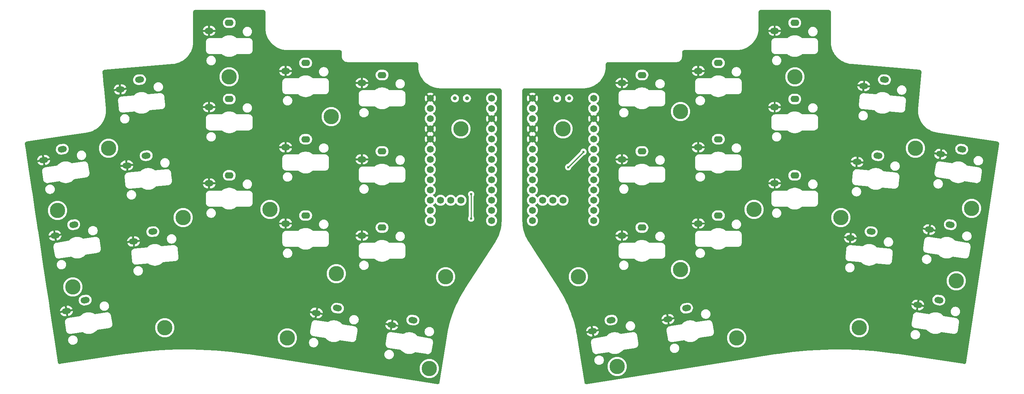
<source format=gbr>
%TF.GenerationSoftware,KiCad,Pcbnew,9.0.0*%
%TF.CreationDate,2025-11-03T18:10:32-06:00*%
%TF.ProjectId,Mau Keys,4d617520-4b65-4797-932e-6b696361645f,rev?*%
%TF.SameCoordinates,Original*%
%TF.FileFunction,Copper,L2,Bot*%
%TF.FilePolarity,Positive*%
%FSLAX46Y46*%
G04 Gerber Fmt 4.6, Leading zero omitted, Abs format (unit mm)*
G04 Created by KiCad (PCBNEW 9.0.0) date 2025-11-03 18:10:32*
%MOMM*%
%LPD*%
G01*
G04 APERTURE LIST*
G04 Aperture macros list*
%AMHorizOval*
0 Thick line with rounded ends*
0 $1 width*
0 $2 $3 position (X,Y) of the first rounded end (center of the circle)*
0 $4 $5 position (X,Y) of the second rounded end (center of the circle)*
0 Add line between two ends*
20,1,$1,$2,$3,$4,$5,0*
0 Add two circle primitives to create the rounded ends*
1,1,$1,$2,$3*
1,1,$1,$4,$5*%
G04 Aperture macros list end*
%TA.AperFunction,ComponentPad*%
%ADD10C,3.800000*%
%TD*%
%TA.AperFunction,ComponentPad*%
%ADD11C,1.752600*%
%TD*%
%TA.AperFunction,ComponentPad*%
%ADD12O,2.200000X1.600000*%
%TD*%
%TA.AperFunction,ComponentPad*%
%ADD13O,2.200000X1.500000*%
%TD*%
%TA.AperFunction,ComponentPad*%
%ADD14HorizOval,1.600000X0.298858X0.026147X-0.298858X-0.026147X0*%
%TD*%
%TA.AperFunction,ComponentPad*%
%ADD15HorizOval,1.500000X0.348668X0.030505X-0.348668X-0.030505X0*%
%TD*%
%TA.AperFunction,ComponentPad*%
%ADD16HorizOval,1.600000X0.296627X0.044861X-0.296627X-0.044861X0*%
%TD*%
%TA.AperFunction,ComponentPad*%
%ADD17HorizOval,1.500000X0.346065X0.052337X-0.346065X-0.052337X0*%
%TD*%
%TA.AperFunction,ComponentPad*%
%ADD18HorizOval,1.600000X0.298858X-0.026147X-0.298858X0.026147X0*%
%TD*%
%TA.AperFunction,ComponentPad*%
%ADD19HorizOval,1.500000X0.348668X-0.030505X-0.348668X0.030505X0*%
%TD*%
%TA.AperFunction,ComponentPad*%
%ADD20HorizOval,1.600000X0.296627X-0.044861X-0.296627X0.044861X0*%
%TD*%
%TA.AperFunction,ComponentPad*%
%ADD21HorizOval,1.500000X0.346065X-0.052337X-0.346065X0.052337X0*%
%TD*%
%TA.AperFunction,ComponentPad*%
%ADD22HorizOval,1.600000X0.296307X-0.046930X-0.296307X0.046930X0*%
%TD*%
%TA.AperFunction,ComponentPad*%
%ADD23HorizOval,1.500000X0.345691X-0.054752X-0.345691X0.054752X0*%
%TD*%
%TA.AperFunction,ComponentPad*%
%ADD24HorizOval,1.600000X0.296307X0.046930X-0.296307X-0.046930X0*%
%TD*%
%TA.AperFunction,ComponentPad*%
%ADD25HorizOval,1.500000X0.345691X0.054752X-0.345691X-0.054752X0*%
%TD*%
%TA.AperFunction,WasherPad*%
%ADD26C,1.000000*%
%TD*%
%TA.AperFunction,ViaPad*%
%ADD27C,0.600000*%
%TD*%
%TA.AperFunction,Conductor*%
%ADD28C,0.250000*%
%TD*%
G04 APERTURE END LIST*
D10*
%TO.P,REF\u002A\u002A,1*%
%TO.N,N/C*%
X168910000Y-110490000D03*
%TD*%
%TO.P,REF\u002A\u002A,1*%
%TO.N,N/C*%
X139700000Y-73660000D03*
%TD*%
%TO.P,REF\u002A\u002A,1*%
%TO.N,N/C*%
X107442000Y-70612000D03*
%TD*%
%TO.P,REF\u002A\u002A,1*%
%TO.N,N/C*%
X82042000Y-60706000D03*
%TD*%
%TO.P,REF\u002A\u002A,1*%
%TO.N,N/C*%
X92202000Y-93726000D03*
%TD*%
%TO.P,REF\u002A\u002A,1*%
%TO.N,N/C*%
X108712000Y-109728000D03*
%TD*%
%TO.P,REF\u002A\u002A,1*%
%TO.N,N/C*%
X96520000Y-125730000D03*
%TD*%
%TO.P,REF\u002A\u002A,1*%
%TO.N,N/C*%
X131826000Y-133350000D03*
%TD*%
%TO.P,REF\u002A\u002A,1*%
%TO.N,N/C*%
X135890000Y-110490000D03*
%TD*%
%TO.P,REF\u002A\u002A,1*%
%TO.N,N/C*%
X70612000Y-95758000D03*
%TD*%
%TO.P,REF\u002A\u002A,1*%
%TO.N,N/C*%
X66040000Y-123190000D03*
%TD*%
%TO.P,REF\u002A\u002A,1*%
%TO.N,N/C*%
X43180000Y-113030000D03*
%TD*%
%TO.P,REF\u002A\u002A,1*%
%TO.N,N/C*%
X39370000Y-93980000D03*
%TD*%
%TO.P,REF\u002A\u002A,1*%
%TO.N,N/C*%
X52070000Y-78486000D03*
%TD*%
%TO.P,REF\u002A\u002A,1*%
%TO.N,N/C*%
X194310000Y-108712000D03*
%TD*%
%TO.P,REF\u002A\u002A,1*%
%TO.N,N/C*%
X194310000Y-69342000D03*
%TD*%
%TO.P,REF\u002A\u002A,1*%
%TO.N,N/C*%
X212598000Y-93726000D03*
%TD*%
%TO.P,REF\u002A\u002A,1*%
%TO.N,N/C*%
X222758000Y-60706000D03*
%TD*%
%TO.P,REF\u002A\u002A,1*%
%TO.N,N/C*%
X234188000Y-95758000D03*
%TD*%
%TO.P,REF\u002A\u002A,1*%
%TO.N,N/C*%
X252730000Y-78486000D03*
%TD*%
%TO.P,REF\u002A\u002A,1*%
%TO.N,N/C*%
X266700000Y-93472000D03*
%TD*%
%TO.P,REF\u002A\u002A,1*%
%TO.N,N/C*%
X262890000Y-111506000D03*
%TD*%
%TO.P,REF\u002A\u002A,1*%
%TO.N,N/C*%
X238760000Y-123190000D03*
%TD*%
%TO.P,REF\u002A\u002A,1*%
%TO.N,N/C*%
X208280000Y-125730000D03*
%TD*%
%TO.P,REF\u002A\u002A,1*%
%TO.N,N/C*%
X178562000Y-132842000D03*
%TD*%
%TO.P,REF\u002A\u002A,1*%
%TO.N,N/C*%
X165100000Y-73660000D03*
%TD*%
D11*
%TO.P,NNV2,1*%
%TO.N,GND*%
X132080000Y-66040000D03*
%TO.P,NNV2,2*%
%TO.N,S1*%
X132080000Y-68580000D03*
%TO.P,NNV2,3*%
%TO.N,S2*%
X132080000Y-71120000D03*
%TO.P,NNV2,4*%
%TO.N,GND*%
X132080000Y-73660000D03*
%TO.P,NNV2,5*%
X132080000Y-76200000D03*
%TO.P,NNV2,6*%
%TO.N,S3*%
X132080000Y-78740000D03*
%TO.P,NNV2,7*%
%TO.N,S4*%
X132080000Y-81280000D03*
%TO.P,NNV2,8*%
%TO.N,S5*%
X132080000Y-83820000D03*
%TO.P,NNV2,9*%
%TO.N,S6*%
X132080000Y-86360000D03*
%TO.P,NNV2,10*%
%TO.N,S7*%
X132080000Y-88900000D03*
%TO.P,NNV2,11*%
%TO.N,S8*%
X132080000Y-91440000D03*
%TO.P,NNV2,12*%
%TO.N,S9*%
X132080000Y-93980000D03*
%TO.P,NNV2,13*%
%TO.N,S10*%
X132080000Y-96520000D03*
%TO.P,NNV2,14*%
%TO.N,BAT+*%
X147320000Y-66040000D03*
%TO.P,NNV2,15*%
%TO.N,VBAT*%
X147320000Y-68580000D03*
%TO.P,NNV2,16*%
%TO.N,GND*%
X147320000Y-71120000D03*
%TO.P,NNV2,17*%
%TO.N,RESET*%
X147320000Y-73660000D03*
%TO.P,NNV2,18*%
%TO.N,EXT_VCC*%
X147320000Y-76200000D03*
%TO.P,NNV2,19*%
%TO.N,S11*%
X147320000Y-78740000D03*
%TO.P,NNV2,20*%
%TO.N,S12*%
X147320000Y-81280000D03*
%TO.P,NNV2,21*%
%TO.N,S13*%
X147320000Y-83820000D03*
%TO.P,NNV2,22*%
%TO.N,S14*%
X147320000Y-86360000D03*
%TO.P,NNV2,23*%
%TO.N,S15*%
X147320000Y-88900000D03*
%TO.P,NNV2,24*%
%TO.N,S16*%
X147320000Y-91440000D03*
%TO.P,NNV2,25*%
%TO.N,S17*%
X147320000Y-93980000D03*
%TO.P,NNV2,26*%
%TO.N,unconnected-(NNV2-Pad26)*%
X147320000Y-96520000D03*
%TO.P,NNV2,27*%
%TO.N,unconnected-(NNV2-Pad27)*%
X134620000Y-91440000D03*
%TO.P,NNV2,28*%
%TO.N,unconnected-(NNV2-Pad28)*%
X137160000Y-91440000D03*
%TO.P,NNV2,29*%
%TO.N,unconnected-(NNV2-Pad29)*%
X139700000Y-91440000D03*
%TD*%
%TO.P,NNV2_R1,1*%
%TO.N,GND*%
X157480000Y-66040000D03*
%TO.P,NNV2_R1,2*%
%TO.N,S9_R*%
X157480000Y-68580000D03*
%TO.P,NNV2_R1,3*%
%TO.N,S7_R*%
X157480000Y-71120000D03*
%TO.P,NNV2_R1,4*%
%TO.N,GND*%
X157480000Y-73660000D03*
%TO.P,NNV2_R1,5*%
X157480000Y-76200000D03*
%TO.P,NNV2_R1,6*%
%TO.N,S15_R*%
X157480000Y-78740000D03*
%TO.P,NNV2_R1,7*%
%TO.N,S14_R*%
X157480000Y-81280000D03*
%TO.P,NNV2_R1,8*%
%TO.N,S13_R*%
X157480000Y-83820000D03*
%TO.P,NNV2_R1,9*%
%TO.N,S12_R*%
X157480000Y-86360000D03*
%TO.P,NNV2_R1,10*%
%TO.N,S11_R*%
X157480000Y-88900000D03*
%TO.P,NNV2_R1,11*%
%TO.N,S17_R*%
X157480000Y-91440000D03*
%TO.P,NNV2_R1,12*%
%TO.N,S16_R*%
X157480000Y-93980000D03*
%TO.P,NNV2_R1,13*%
%TO.N,unconnected-(NNV2_R1-Pad13)*%
X157480000Y-96520000D03*
%TO.P,NNV2_R1,14*%
%TO.N,BAT+*%
X172720000Y-66040000D03*
%TO.P,NNV2_R1,15*%
%TO.N,VBAT*%
X172720000Y-68580000D03*
%TO.P,NNV2_R1,16*%
%TO.N,GND*%
X172720000Y-71120000D03*
%TO.P,NNV2_R1,17*%
%TO.N,RESET*%
X172720000Y-73660000D03*
%TO.P,NNV2_R1,18*%
%TO.N,EXT_VCC*%
X172720000Y-76200000D03*
%TO.P,NNV2_R1,19*%
%TO.N,S5_R*%
X172720000Y-78740000D03*
%TO.P,NNV2_R1,20*%
%TO.N,S4_R*%
X172720000Y-81280000D03*
%TO.P,NNV2_R1,21*%
%TO.N,S3_R*%
X172720000Y-83820000D03*
%TO.P,NNV2_R1,22*%
%TO.N,S2_R*%
X172720000Y-86360000D03*
%TO.P,NNV2_R1,23*%
%TO.N,S1_R*%
X172720000Y-88900000D03*
%TO.P,NNV2_R1,24*%
%TO.N,S10_R*%
X172720000Y-91440000D03*
%TO.P,NNV2_R1,25*%
%TO.N,S8_R*%
X172720000Y-93980000D03*
%TO.P,NNV2_R1,26*%
%TO.N,S6_R*%
X172720000Y-96520000D03*
%TO.P,NNV2_R1,27*%
%TO.N,unconnected-(NNV2_R1-Pad27)*%
X160020000Y-91440000D03*
%TO.P,NNV2_R1,28*%
%TO.N,unconnected-(NNV2_R1-Pad28)*%
X162560000Y-91440000D03*
%TO.P,NNV2_R1,29*%
%TO.N,unconnected-(NNV2_R1-Pad29)*%
X165100000Y-91440000D03*
%TD*%
D12*
%TO.P,SwitchR_2,1,1*%
%TO.N,S2_R*%
X203720000Y-57240000D03*
D13*
%TO.P,SwitchR_2,2,2*%
%TO.N,GND*%
X198720000Y-59240000D03*
%TD*%
D14*
%TO.P,Switch2,1,1*%
%TO.N,S2*%
X59762579Y-61406672D03*
D15*
%TO.P,Switch2,2,2*%
%TO.N,GND*%
X54955917Y-63834840D03*
%TD*%
D16*
%TO.P,Switch11,1,1*%
%TO.N,S11*%
X46235809Y-116301724D03*
D17*
%TO.P,Switch11,2,2*%
%TO.N,GND*%
X41591098Y-119026913D03*
%TD*%
D18*
%TO.P,SwitchR_9,1,1*%
%TO.N,S9_R*%
X243381462Y-80334371D03*
D19*
%TO.P,SwitchR_9,2,2*%
%TO.N,GND*%
X238226177Y-81890981D03*
%TD*%
D12*
%TO.P,SwitchR_6,1,1*%
%TO.N,S6_R*%
X184720000Y-79240000D03*
D13*
%TO.P,SwitchR_6,2,2*%
%TO.N,GND*%
X179720000Y-81240000D03*
%TD*%
D16*
%TO.P,Switch6,1,1*%
%TO.N,S6*%
X43394637Y-97515353D03*
D17*
%TO.P,Switch6,2,2*%
%TO.N,GND*%
X38749926Y-100240542D03*
%TD*%
D14*
%TO.P,Switch12,1,1*%
%TO.N,S12*%
X63074497Y-99262070D03*
D15*
%TO.P,Switch12,2,2*%
%TO.N,GND*%
X58267835Y-101690238D03*
%TD*%
D12*
%TO.P,Switch13,1,1*%
%TO.N,S13*%
X82080000Y-85240000D03*
D13*
%TO.P,Switch13,2,2*%
%TO.N,GND*%
X77080000Y-87240000D03*
%TD*%
D12*
%TO.P,SwitchR_7,1,1*%
%TO.N,S7_R*%
X203720000Y-76240000D03*
D13*
%TO.P,SwitchR_7,2,2*%
%TO.N,GND*%
X198720000Y-78240000D03*
%TD*%
D12*
%TO.P,Switch8,1,1*%
%TO.N,S8*%
X82080000Y-66240000D03*
D13*
%TO.P,Switch8,2,2*%
%TO.N,GND*%
X77080000Y-68240000D03*
%TD*%
D20*
%TO.P,SwitchR_5,1,1*%
%TO.N,S5_R*%
X264246535Y-78728982D03*
D21*
%TO.P,SwitchR_5,2,2*%
%TO.N,GND*%
X259003682Y-79958818D03*
%TD*%
D12*
%TO.P,Switch15,1,1*%
%TO.N,S15*%
X120080000Y-98240000D03*
D13*
%TO.P,Switch15,2,2*%
%TO.N,GND*%
X115080000Y-100240000D03*
%TD*%
D12*
%TO.P,Switch5,1,1*%
%TO.N,S5*%
X120080000Y-60240000D03*
D13*
%TO.P,Switch5,2,2*%
%TO.N,GND*%
X115080000Y-62240000D03*
%TD*%
D12*
%TO.P,SwitchR_8,1,1*%
%TO.N,S8_R*%
X222720000Y-66240000D03*
D13*
%TO.P,SwitchR_8,2,2*%
%TO.N,GND*%
X217720000Y-68240000D03*
%TD*%
D12*
%TO.P,Switch14,1,1*%
%TO.N,S14*%
X101080000Y-95240000D03*
D13*
%TO.P,Switch14,2,2*%
%TO.N,GND*%
X96080000Y-97240000D03*
%TD*%
D12*
%TO.P,Switch10,1,1*%
%TO.N,S10*%
X120080000Y-79240000D03*
D13*
%TO.P,Switch10,2,2*%
%TO.N,GND*%
X115080000Y-81240000D03*
%TD*%
D16*
%TO.P,Switch1,1,1*%
%TO.N,S1*%
X40553465Y-78728982D03*
D17*
%TO.P,Switch1,2,2*%
%TO.N,GND*%
X35908754Y-81454171D03*
%TD*%
D14*
%TO.P,Switch7,1,1*%
%TO.N,S7*%
X61418538Y-80334371D03*
D15*
%TO.P,Switch7,2,2*%
%TO.N,GND*%
X56611876Y-82762539D03*
%TD*%
D22*
%TO.P,Switch17,1,1*%
%TO.N,S17*%
X127753398Y-121283663D03*
D23*
%TO.P,Switch17,2,2*%
%TO.N,GND*%
X122502087Y-122476867D03*
%TD*%
D20*
%TO.P,SwitchR_10,1,1*%
%TO.N,S10_R*%
X261405363Y-97515353D03*
D21*
%TO.P,SwitchR_10,2,2*%
%TO.N,GND*%
X256162510Y-98745189D03*
%TD*%
D12*
%TO.P,SwitchR_12,1,1*%
%TO.N,S12_R*%
X203720000Y-95240000D03*
D13*
%TO.P,SwitchR_12,2,2*%
%TO.N,GND*%
X198720000Y-97240000D03*
%TD*%
D22*
%TO.P,Switch16,1,1*%
%TO.N,S16*%
X108987320Y-118311408D03*
D23*
%TO.P,Switch16,2,2*%
%TO.N,GND*%
X103736009Y-119504612D03*
%TD*%
D12*
%TO.P,SwitchR_3,1,1*%
%TO.N,S3_R*%
X222720000Y-47240000D03*
D13*
%TO.P,SwitchR_3,2,2*%
%TO.N,GND*%
X217720000Y-49240000D03*
%TD*%
D24*
%TO.P,SwitchR_17,1,1*%
%TO.N,S17_R*%
X195812680Y-118311408D03*
D25*
%TO.P,SwitchR_17,2,2*%
%TO.N,GND*%
X191187107Y-121068957D03*
%TD*%
D12*
%TO.P,Switch3,1,1*%
%TO.N,S3*%
X82080000Y-47240000D03*
D13*
%TO.P,Switch3,2,2*%
%TO.N,GND*%
X77080000Y-49240000D03*
%TD*%
D18*
%TO.P,SwitchR_14,1,1*%
%TO.N,S14_R*%
X241725503Y-99262070D03*
D19*
%TO.P,SwitchR_14,2,2*%
%TO.N,GND*%
X236570218Y-100818680D03*
%TD*%
D12*
%TO.P,SwitchR_11,1,1*%
%TO.N,S11_R*%
X184720000Y-98240000D03*
D13*
%TO.P,SwitchR_11,2,2*%
%TO.N,GND*%
X179720000Y-100240000D03*
%TD*%
D12*
%TO.P,Switch9,1,1*%
%TO.N,S9*%
X101080000Y-76240000D03*
D13*
%TO.P,Switch9,2,2*%
%TO.N,GND*%
X96080000Y-78240000D03*
%TD*%
D24*
%TO.P,SwitchR_16,1,1*%
%TO.N,S16_R*%
X177046602Y-121283663D03*
D25*
%TO.P,SwitchR_16,2,2*%
%TO.N,GND*%
X172421029Y-124041212D03*
%TD*%
D12*
%TO.P,SwitchR_1,1,1*%
%TO.N,S1_R*%
X184720000Y-60240000D03*
D13*
%TO.P,SwitchR_1,2,2*%
%TO.N,GND*%
X179720000Y-62240000D03*
%TD*%
D20*
%TO.P,SwitchR_15,1,1*%
%TO.N,S15_R*%
X258564191Y-116301724D03*
D21*
%TO.P,SwitchR_15,2,2*%
%TO.N,GND*%
X253321338Y-117531560D03*
%TD*%
D12*
%TO.P,SwitchR_13,1,1*%
%TO.N,S13_R*%
X222720000Y-85240000D03*
D13*
%TO.P,SwitchR_13,2,2*%
%TO.N,GND*%
X217720000Y-87240000D03*
%TD*%
D18*
%TO.P,SwitchR_4,1,1*%
%TO.N,S4_R*%
X245037421Y-61406672D03*
D19*
%TO.P,SwitchR_4,2,2*%
%TO.N,GND*%
X239882136Y-62963282D03*
%TD*%
D26*
%TO.P,SW_POWER2,*%
%TO.N,*%
X163605000Y-66045000D03*
X166605000Y-66045000D03*
%TD*%
D12*
%TO.P,Switch4,1,1*%
%TO.N,S4*%
X101080000Y-57240000D03*
D13*
%TO.P,Switch4,2,2*%
%TO.N,GND*%
X96080000Y-59240000D03*
%TD*%
D26*
%TO.P,SW_POWER1,*%
%TO.N,*%
X138200000Y-66040000D03*
X141200000Y-66040000D03*
%TD*%
D27*
%TO.N,RESET*%
X142240000Y-96012000D03*
X142240000Y-89916000D03*
X170180000Y-79375000D03*
X166370000Y-83185000D03*
%TD*%
D28*
%TO.N,RESET*%
X142240000Y-94488000D02*
X142240000Y-96012000D01*
X142240000Y-89916000D02*
X142240000Y-94488000D01*
X166370000Y-83185000D02*
X170180000Y-79375000D01*
%TD*%
%TA.AperFunction,Conductor*%
%TO.N,GND*%
G36*
X231226923Y-44041280D02*
G01*
X231317267Y-44051459D01*
X231344331Y-44057636D01*
X231423539Y-44085352D01*
X231448553Y-44097398D01*
X231519606Y-44142043D01*
X231541313Y-44159355D01*
X231600644Y-44218686D01*
X231617957Y-44240395D01*
X231662600Y-44311444D01*
X231674648Y-44336462D01*
X231702362Y-44415666D01*
X231708540Y-44442735D01*
X231718720Y-44533074D01*
X231719500Y-44546959D01*
X231719500Y-51969339D01*
X231719497Y-51989507D01*
X231719483Y-52097999D01*
X231719468Y-52216304D01*
X231719469Y-52216326D01*
X231756810Y-52668360D01*
X231756811Y-52668368D01*
X231831244Y-53115821D01*
X231886751Y-53335720D01*
X231942263Y-53555639D01*
X232089104Y-53984795D01*
X232089110Y-53984811D01*
X232270779Y-54400413D01*
X232270789Y-54400434D01*
X232459361Y-54750163D01*
X232486065Y-54799688D01*
X232622999Y-55010101D01*
X232733479Y-55179865D01*
X232733483Y-55179870D01*
X233011360Y-55538393D01*
X233011364Y-55538397D01*
X233011370Y-55538405D01*
X233317802Y-55872816D01*
X233317818Y-55872832D01*
X233650733Y-56180875D01*
X233650748Y-56180888D01*
X234007913Y-56460494D01*
X234007917Y-56460496D01*
X234007920Y-56460499D01*
X234033959Y-56477625D01*
X234386877Y-56709744D01*
X234386889Y-56709751D01*
X234386898Y-56709757D01*
X234386908Y-56709762D01*
X234386914Y-56709766D01*
X234785089Y-56926958D01*
X234785095Y-56926961D01*
X234785110Y-56926969D01*
X235199852Y-57110661D01*
X235628308Y-57259586D01*
X236067571Y-57372733D01*
X236514657Y-57449334D01*
X236734074Y-57468502D01*
X236734074Y-57468503D01*
X236734085Y-57468503D01*
X236792285Y-57473594D01*
X236792290Y-57473596D01*
X236792291Y-57473595D01*
X236797745Y-57474072D01*
X236806239Y-57474816D01*
X236806239Y-57474815D01*
X236860565Y-57479571D01*
X236860589Y-57479570D01*
X253718290Y-58954428D01*
X253718292Y-58954429D01*
X253776998Y-58959565D01*
X253790740Y-58961548D01*
X253879882Y-58979568D01*
X253906310Y-58988083D01*
X253982795Y-59022593D01*
X254006665Y-59036773D01*
X254073562Y-59087444D01*
X254093677Y-59106579D01*
X254147619Y-59170862D01*
X254162974Y-59193998D01*
X254201258Y-59268671D01*
X254211080Y-59294642D01*
X254231789Y-59375962D01*
X254235585Y-59403469D01*
X254237846Y-59494059D01*
X254237413Y-59507960D01*
X253443644Y-68580777D01*
X253443644Y-68580779D01*
X253442284Y-68596322D01*
X253442280Y-68596332D01*
X253437682Y-68648843D01*
X253418627Y-68866492D01*
X253418626Y-68866508D01*
X253415192Y-69303434D01*
X253415192Y-69303437D01*
X253446425Y-69739288D01*
X253512128Y-70171277D01*
X253512129Y-70171282D01*
X253512130Y-70171284D01*
X253597587Y-70535713D01*
X253611890Y-70596708D01*
X253611894Y-70596723D01*
X253745073Y-71012865D01*
X253745077Y-71012875D01*
X253745078Y-71012878D01*
X253897284Y-71384078D01*
X253910859Y-71417183D01*
X254108176Y-71807047D01*
X254335797Y-72180039D01*
X254592278Y-72533795D01*
X254592298Y-72533820D01*
X254768277Y-72739921D01*
X254876029Y-72866117D01*
X255185233Y-73174873D01*
X255517951Y-73458133D01*
X255647366Y-73551677D01*
X255872084Y-73714108D01*
X255872093Y-73714114D01*
X256116357Y-73862693D01*
X256245411Y-73941193D01*
X256635570Y-74137950D01*
X257040105Y-74303143D01*
X257456468Y-74435729D01*
X257882035Y-74534873D01*
X257882048Y-74534876D01*
X258028184Y-74556874D01*
X258055308Y-74560958D01*
X258063381Y-74562174D01*
X258063384Y-74562175D01*
X258076990Y-74565014D01*
X258085916Y-74567405D01*
X258106732Y-74572983D01*
X258125865Y-74572983D01*
X258144331Y-74574365D01*
X273059538Y-76820695D01*
X273059539Y-76820696D01*
X273089991Y-76825283D01*
X273103613Y-76828125D01*
X273117697Y-76831898D01*
X273133355Y-76836094D01*
X273133361Y-76836094D01*
X273141415Y-76837155D01*
X273141344Y-76837689D01*
X273161300Y-76840316D01*
X273213130Y-76854198D01*
X273219228Y-76855832D01*
X273219236Y-76855834D01*
X273245082Y-76865975D01*
X273319271Y-76905176D01*
X273342205Y-76920808D01*
X273405812Y-76975537D01*
X273424698Y-76995889D01*
X273474525Y-77063389D01*
X273488412Y-77087436D01*
X273521972Y-77164339D01*
X273530156Y-77190866D01*
X273545762Y-77273304D01*
X273547839Y-77300993D01*
X273545226Y-77370974D01*
X273544565Y-77379942D01*
X273543530Y-77389322D01*
X273538667Y-77407475D01*
X273538667Y-77433414D01*
X273537920Y-77440187D01*
X273537589Y-77440978D01*
X273537284Y-77445060D01*
X273533364Y-77471083D01*
X273533360Y-77471129D01*
X265353687Y-131782629D01*
X265350568Y-131797270D01*
X265326631Y-131883668D01*
X265316345Y-131909285D01*
X265276825Y-131982781D01*
X265261129Y-132005484D01*
X265206334Y-132068412D01*
X265186008Y-132087077D01*
X265118646Y-132136326D01*
X265094687Y-132150035D01*
X265018101Y-132183159D01*
X264991704Y-132191229D01*
X264909691Y-132206589D01*
X264882163Y-132208619D01*
X264813898Y-132206029D01*
X264791063Y-132205162D01*
X264777302Y-132203869D01*
X264739179Y-132198128D01*
X264739178Y-132198127D01*
X264739178Y-132198128D01*
X248378207Y-129734056D01*
X248378201Y-129734055D01*
X248367302Y-129732413D01*
X248367291Y-129732407D01*
X247360935Y-129580846D01*
X245451661Y-129330605D01*
X243537835Y-129116978D01*
X242057472Y-128980395D01*
X241620310Y-128940061D01*
X241620307Y-128940060D01*
X241620277Y-128940058D01*
X239699739Y-128799913D01*
X237776870Y-128696590D01*
X235852322Y-128630125D01*
X233926908Y-128600544D01*
X232001230Y-128607858D01*
X230076095Y-128652065D01*
X228152110Y-128733148D01*
X226230079Y-128851075D01*
X224310604Y-129005810D01*
X222394549Y-129197282D01*
X222394533Y-129197283D01*
X222394502Y-129197287D01*
X220482398Y-129425441D01*
X218657077Y-129678797D01*
X218574974Y-129690193D01*
X217693935Y-129829733D01*
X217693929Y-129829736D01*
X217689118Y-129830498D01*
X217689117Y-129830498D01*
X207848105Y-131389161D01*
X171038208Y-137219275D01*
X171031465Y-137220342D01*
X171031452Y-137220342D01*
X170984317Y-137227810D01*
X170973252Y-137229563D01*
X170973250Y-137229562D01*
X170959425Y-137230965D01*
X170868585Y-137235050D01*
X170840880Y-137233184D01*
X170758306Y-137218204D01*
X170731712Y-137210219D01*
X170654552Y-137177242D01*
X170630402Y-137163541D01*
X170562508Y-137114216D01*
X170542016Y-137095487D01*
X170486797Y-137032287D01*
X170470988Y-137009467D01*
X170431221Y-136935570D01*
X170420883Y-136909798D01*
X170420106Y-136906982D01*
X170396860Y-136822754D01*
X170393920Y-136809171D01*
X169744229Y-132707186D01*
X176161500Y-132707186D01*
X176161500Y-132976813D01*
X176191686Y-133244719D01*
X176191688Y-133244731D01*
X176251684Y-133507594D01*
X176251687Y-133507602D01*
X176340734Y-133762082D01*
X176457714Y-134004994D01*
X176502087Y-134075613D01*
X176601162Y-134233289D01*
X176769266Y-134444085D01*
X176959915Y-134634734D01*
X177170711Y-134802838D01*
X177399003Y-134946284D01*
X177641921Y-135063267D01*
X177833049Y-135130145D01*
X177896397Y-135152312D01*
X177896405Y-135152315D01*
X177896408Y-135152315D01*
X177896409Y-135152316D01*
X178159268Y-135212312D01*
X178427187Y-135242499D01*
X178427188Y-135242500D01*
X178427191Y-135242500D01*
X178696812Y-135242500D01*
X178696812Y-135242499D01*
X178964732Y-135212312D01*
X179227591Y-135152316D01*
X179482079Y-135063267D01*
X179724997Y-134946284D01*
X179953289Y-134802838D01*
X180164085Y-134634734D01*
X180354734Y-134444085D01*
X180522838Y-134233289D01*
X180666284Y-134004997D01*
X180783267Y-133762079D01*
X180872316Y-133507591D01*
X180932312Y-133244732D01*
X180962500Y-132976809D01*
X180962500Y-132707191D01*
X180932312Y-132439268D01*
X180872316Y-132176409D01*
X180783267Y-131921921D01*
X180666284Y-131679003D01*
X180522838Y-131450711D01*
X180354734Y-131239915D01*
X180164085Y-131049266D01*
X179953289Y-130881162D01*
X179724997Y-130737716D01*
X179724994Y-130737714D01*
X179482082Y-130620734D01*
X179227602Y-130531687D01*
X179227594Y-130531684D01*
X179001473Y-130480074D01*
X178964732Y-130471688D01*
X178964728Y-130471687D01*
X178964719Y-130471686D01*
X178696813Y-130441500D01*
X178696809Y-130441500D01*
X178427191Y-130441500D01*
X178427186Y-130441500D01*
X178159280Y-130471686D01*
X178159268Y-130471688D01*
X177896405Y-130531684D01*
X177896397Y-130531687D01*
X177641917Y-130620734D01*
X177399005Y-130737714D01*
X177170712Y-130881161D01*
X176959915Y-131049265D01*
X176769265Y-131239915D01*
X176601161Y-131450712D01*
X176457714Y-131679005D01*
X176340734Y-131921917D01*
X176251687Y-132176397D01*
X176251684Y-132176405D01*
X176191688Y-132439268D01*
X176191686Y-132439280D01*
X176161500Y-132707186D01*
X169744229Y-132707186D01*
X169502247Y-131179374D01*
X172896989Y-131179374D01*
X172896989Y-131364402D01*
X172900911Y-131389162D01*
X172925934Y-131547153D01*
X172983108Y-131723120D01*
X172983109Y-131723123D01*
X173063377Y-131880655D01*
X173067111Y-131887984D01*
X173175868Y-132037675D01*
X173306702Y-132168509D01*
X173456393Y-132277266D01*
X173537252Y-132318465D01*
X173621253Y-132361267D01*
X173621256Y-132361268D01*
X173709239Y-132389855D01*
X173797225Y-132418443D01*
X173979975Y-132447388D01*
X173979976Y-132447388D01*
X174165002Y-132447388D01*
X174165003Y-132447388D01*
X174347753Y-132418443D01*
X174523724Y-132361267D01*
X174688585Y-132277266D01*
X174838276Y-132168509D01*
X174969110Y-132037675D01*
X175077867Y-131887984D01*
X175161868Y-131723123D01*
X175219044Y-131547152D01*
X175247989Y-131364402D01*
X175247989Y-131179374D01*
X175219044Y-130996624D01*
X175190456Y-130908638D01*
X175161869Y-130820655D01*
X175161868Y-130820652D01*
X175077866Y-130655791D01*
X174969110Y-130506101D01*
X174838276Y-130375267D01*
X174688585Y-130266510D01*
X174523724Y-130182508D01*
X174523721Y-130182507D01*
X174347754Y-130125333D01*
X174256378Y-130110860D01*
X174165003Y-130096388D01*
X173979975Y-130096388D01*
X173919058Y-130106036D01*
X173797223Y-130125333D01*
X173621256Y-130182507D01*
X173621253Y-130182508D01*
X173456392Y-130266510D01*
X173402981Y-130305316D01*
X173306702Y-130375267D01*
X173306700Y-130375269D01*
X173306699Y-130375269D01*
X173175870Y-130506098D01*
X173175870Y-130506099D01*
X173175868Y-130506101D01*
X173129161Y-130570387D01*
X173067111Y-130655791D01*
X172983109Y-130820652D01*
X172983108Y-130820655D01*
X172925934Y-130996622D01*
X172919114Y-131039684D01*
X172896989Y-131179374D01*
X169502247Y-131179374D01*
X168815823Y-126845464D01*
X172054709Y-126845464D01*
X172057236Y-126861431D01*
X172057266Y-126861668D01*
X172058285Y-126868099D01*
X172068393Y-126931915D01*
X172073820Y-126966206D01*
X172079837Y-127004224D01*
X172079862Y-127004336D01*
X172252416Y-128093792D01*
X172370963Y-128842268D01*
X172370962Y-128842284D01*
X172381272Y-128907364D01*
X172381273Y-128907363D01*
X172391578Y-128972422D01*
X172391578Y-128972424D01*
X172392840Y-128980386D01*
X172392842Y-128980395D01*
X172393145Y-128982311D01*
X172393195Y-128982421D01*
X172394999Y-128993810D01*
X172451992Y-129159313D01*
X172451999Y-129159329D01*
X172536859Y-129312417D01*
X172536861Y-129312419D01*
X172536863Y-129312423D01*
X172613198Y-129406690D01*
X172647024Y-129448463D01*
X172779138Y-129563314D01*
X172779142Y-129563317D01*
X172929175Y-129653473D01*
X172929180Y-129653475D01*
X172929183Y-129653477D01*
X172929256Y-129653505D01*
X173092598Y-129716217D01*
X173092600Y-129716217D01*
X173092604Y-129716219D01*
X173264438Y-129749633D01*
X173439463Y-129752703D01*
X173460862Y-129749315D01*
X173460885Y-129749318D01*
X173516461Y-129740514D01*
X173525723Y-129739049D01*
X173525913Y-129739019D01*
X173525913Y-129739020D01*
X173590995Y-129728719D01*
X173590999Y-129728716D01*
X173599901Y-129727308D01*
X173600028Y-129727278D01*
X176428516Y-129279291D01*
X176497810Y-129288246D01*
X176513883Y-129296768D01*
X176645581Y-129379520D01*
X176918857Y-129511123D01*
X177118123Y-129580849D01*
X177205138Y-129611297D01*
X177205150Y-129611301D01*
X177500859Y-129678795D01*
X177500868Y-129678796D01*
X177500873Y-129678797D01*
X177701796Y-129701435D01*
X177802259Y-129712754D01*
X177802262Y-129712755D01*
X177802265Y-129712755D01*
X178105582Y-129712755D01*
X178105583Y-129712754D01*
X178259616Y-129695399D01*
X178406970Y-129678797D01*
X178406973Y-129678796D01*
X178406985Y-129678795D01*
X178702694Y-129611301D01*
X178988987Y-129511123D01*
X179262263Y-129379520D01*
X179519086Y-129218147D01*
X179756226Y-129029034D01*
X179970701Y-128814559D01*
X180028585Y-128741972D01*
X180085773Y-128701833D01*
X180106129Y-128696814D01*
X182956111Y-128245421D01*
X182956160Y-128245427D01*
X183094195Y-128223573D01*
X183094198Y-128223572D01*
X183094205Y-128223571D01*
X183141992Y-128207119D01*
X191663067Y-128207119D01*
X191663067Y-128392146D01*
X191692012Y-128574898D01*
X191749186Y-128750865D01*
X191749187Y-128750868D01*
X191804080Y-128858600D01*
X191833189Y-128915729D01*
X191941946Y-129065420D01*
X192072780Y-129196254D01*
X192222471Y-129305011D01*
X192272702Y-129330605D01*
X192387331Y-129389012D01*
X192387334Y-129389013D01*
X192460366Y-129412742D01*
X192563303Y-129446188D01*
X192746053Y-129475133D01*
X192746054Y-129475133D01*
X192931080Y-129475133D01*
X192931081Y-129475133D01*
X193113831Y-129446188D01*
X193289802Y-129389012D01*
X193454663Y-129305011D01*
X193604354Y-129196254D01*
X193735188Y-129065420D01*
X193843945Y-128915729D01*
X193927946Y-128750868D01*
X193985122Y-128574897D01*
X194014067Y-128392147D01*
X194014067Y-128207119D01*
X193985122Y-128024369D01*
X193956534Y-127936383D01*
X193927947Y-127848400D01*
X193927946Y-127848397D01*
X193846894Y-127689325D01*
X193843945Y-127683537D01*
X193735188Y-127533846D01*
X193604354Y-127403012D01*
X193454663Y-127294255D01*
X193289802Y-127210253D01*
X193289799Y-127210252D01*
X193113832Y-127153078D01*
X193022456Y-127138605D01*
X192931081Y-127124133D01*
X192746053Y-127124133D01*
X192685136Y-127133781D01*
X192563301Y-127153078D01*
X192387334Y-127210252D01*
X192387331Y-127210253D01*
X192222470Y-127294255D01*
X192137066Y-127356305D01*
X192072780Y-127403012D01*
X192072778Y-127403014D01*
X192072777Y-127403014D01*
X191941948Y-127533843D01*
X191941948Y-127533844D01*
X191941946Y-127533846D01*
X191895239Y-127598132D01*
X191833189Y-127683536D01*
X191749187Y-127848397D01*
X191749186Y-127848400D01*
X191692012Y-128024367D01*
X191663067Y-128207119D01*
X183141992Y-128207119D01*
X183259746Y-128166579D01*
X183412875Y-128081705D01*
X183548936Y-127971527D01*
X183663796Y-127839394D01*
X183753963Y-127689322D01*
X183816699Y-127525871D01*
X183850095Y-127354009D01*
X183853137Y-127178958D01*
X183839767Y-127094592D01*
X183536879Y-125182239D01*
X183536881Y-125182229D01*
X183534562Y-125167592D01*
X183534573Y-125167507D01*
X183526594Y-125117145D01*
X183526595Y-125117145D01*
X183512899Y-125030691D01*
X183502064Y-124999229D01*
X183476956Y-124926319D01*
X183455897Y-124865166D01*
X183371019Y-124712053D01*
X183371018Y-124712052D01*
X183371016Y-124712048D01*
X183260840Y-124576002D01*
X183128720Y-124461159D01*
X183128710Y-124461152D01*
X182978657Y-124370995D01*
X182978652Y-124370993D01*
X182815217Y-124308260D01*
X182815213Y-124308259D01*
X182643371Y-124274859D01*
X182643357Y-124274858D01*
X182468331Y-124271805D01*
X182446958Y-124275191D01*
X182446956Y-124275191D01*
X179479326Y-124745217D01*
X179410032Y-124736262D01*
X179393956Y-124727738D01*
X179262260Y-124644988D01*
X178988990Y-124513388D01*
X178702705Y-124413212D01*
X178702693Y-124413208D01*
X178438876Y-124352994D01*
X178406985Y-124345715D01*
X178406982Y-124345714D01*
X178406970Y-124345712D01*
X178105585Y-124311755D01*
X178105579Y-124311755D01*
X177802265Y-124311755D01*
X177802258Y-124311755D01*
X177500873Y-124345712D01*
X177500859Y-124345715D01*
X177205150Y-124413208D01*
X177205138Y-124413212D01*
X176918853Y-124513388D01*
X176645583Y-124644988D01*
X176388759Y-124806362D01*
X176151618Y-124995475D01*
X175937141Y-125209952D01*
X175879257Y-125282536D01*
X175822069Y-125322676D01*
X175801709Y-125327695D01*
X172969968Y-125776197D01*
X172969969Y-125776198D01*
X172965146Y-125776962D01*
X172965142Y-125776962D01*
X172925996Y-125783163D01*
X172900062Y-125787271D01*
X172900061Y-125787271D01*
X172827466Y-125798769D01*
X172826836Y-125798911D01*
X172813624Y-125801004D01*
X172813621Y-125801004D01*
X172813619Y-125801005D01*
X172813617Y-125801005D01*
X172813611Y-125801007D01*
X172648113Y-125857992D01*
X172648098Y-125857999D01*
X172494998Y-125942862D01*
X172358957Y-126053020D01*
X172358955Y-126053022D01*
X172244104Y-126185134D01*
X172153938Y-126335179D01*
X172153934Y-126335186D01*
X172091194Y-126498601D01*
X172091193Y-126498605D01*
X172057779Y-126670438D01*
X172055850Y-126780437D01*
X172054709Y-126845464D01*
X168815823Y-126845464D01*
X168576294Y-125333136D01*
X168576295Y-125333135D01*
X168565987Y-125268055D01*
X168555679Y-125202974D01*
X168555664Y-125202940D01*
X168483552Y-124747672D01*
X168483551Y-124747666D01*
X168443697Y-124542238D01*
X168442229Y-124534671D01*
X170903554Y-124534671D01*
X170916914Y-124575791D01*
X170916916Y-124575797D01*
X171006244Y-124751109D01*
X171121884Y-124910276D01*
X171261019Y-125049410D01*
X171420194Y-125165058D01*
X171595503Y-125254384D01*
X171595506Y-125254385D01*
X171782627Y-125315183D01*
X171976962Y-125345964D01*
X172173714Y-125345964D01*
X172369649Y-125314930D01*
X172213215Y-124327243D01*
X172213214Y-124327242D01*
X172707058Y-124249025D01*
X172863494Y-125236712D01*
X172863494Y-125236713D01*
X173059426Y-125205681D01*
X173059431Y-125205680D01*
X173246550Y-125144882D01*
X173246553Y-125144881D01*
X173421865Y-125055553D01*
X173581032Y-124939913D01*
X173720166Y-124800778D01*
X173835814Y-124641603D01*
X173925140Y-124466294D01*
X173925141Y-124466291D01*
X173985939Y-124279170D01*
X174016720Y-124084835D01*
X174016720Y-124041594D01*
X172756177Y-124241245D01*
X172840977Y-124189280D01*
X172899435Y-124108818D01*
X172922652Y-124012110D01*
X172907094Y-123913878D01*
X172855128Y-123829077D01*
X172774666Y-123770619D01*
X172677958Y-123747402D01*
X172085882Y-123841178D01*
X172001081Y-123893144D01*
X171942623Y-123973606D01*
X171919406Y-124070314D01*
X171934964Y-124168546D01*
X171986930Y-124253347D01*
X172067392Y-124311805D01*
X172164094Y-124335020D01*
X170903554Y-124534671D01*
X168442229Y-124534671D01*
X168341668Y-124016331D01*
X168338032Y-123997588D01*
X170825338Y-123997588D01*
X170825338Y-124040827D01*
X172134998Y-123833397D01*
X171978562Y-122845710D01*
X171978562Y-122845709D01*
X171782627Y-122876743D01*
X171595507Y-122937541D01*
X171420192Y-123026870D01*
X171261025Y-123142510D01*
X171121891Y-123281645D01*
X171006243Y-123440820D01*
X170916917Y-123616129D01*
X170916916Y-123616132D01*
X170856118Y-123803253D01*
X170825338Y-123997588D01*
X168338032Y-123997588D01*
X168322542Y-123917747D01*
X168282862Y-123713216D01*
X168065245Y-122767492D01*
X172472407Y-122767492D01*
X172628840Y-123755179D01*
X172628842Y-123755181D01*
X173938501Y-123547751D01*
X173938501Y-123547750D01*
X173925141Y-123506628D01*
X173925141Y-123506627D01*
X173835813Y-123331314D01*
X173720173Y-123172147D01*
X173581038Y-123033013D01*
X173421863Y-122917365D01*
X173246554Y-122828039D01*
X173246551Y-122828038D01*
X173059430Y-122767240D01*
X172865096Y-122736460D01*
X172668337Y-122736460D01*
X172472409Y-122767491D01*
X172472407Y-122767492D01*
X168065245Y-122767492D01*
X168046564Y-122686308D01*
X168039574Y-122660108D01*
X180659855Y-122660108D01*
X180659855Y-122845135D01*
X180688800Y-123027887D01*
X180745974Y-123203854D01*
X180745975Y-123203857D01*
X180827038Y-123362950D01*
X180829977Y-123368718D01*
X180938734Y-123518409D01*
X181069568Y-123649243D01*
X181219259Y-123758000D01*
X181255705Y-123776570D01*
X181384119Y-123842001D01*
X181384122Y-123842002D01*
X181469052Y-123869597D01*
X181560091Y-123899177D01*
X181742841Y-123928122D01*
X181742842Y-123928122D01*
X181927868Y-123928122D01*
X181927869Y-123928122D01*
X182110619Y-123899177D01*
X182190424Y-123873247D01*
X190820787Y-123873247D01*
X190823682Y-123891535D01*
X190823692Y-123891608D01*
X190837161Y-123976643D01*
X190837161Y-123976648D01*
X190837162Y-123976648D01*
X190845581Y-124029818D01*
X190845585Y-124029835D01*
X191139353Y-125884612D01*
X191139348Y-125884649D01*
X191161021Y-126021521D01*
X191161023Y-126021529D01*
X191218016Y-126187065D01*
X191302891Y-126340189D01*
X191384112Y-126440490D01*
X191413067Y-126476247D01*
X191413068Y-126476248D01*
X191438773Y-126498593D01*
X191545197Y-126591104D01*
X191695266Y-126681271D01*
X191695269Y-126681272D01*
X191695270Y-126681273D01*
X191858682Y-126743994D01*
X191858713Y-126744006D01*
X192030571Y-126777404D01*
X192205617Y-126780450D01*
X192292075Y-126766751D01*
X192292075Y-126766752D01*
X192318906Y-126762499D01*
X192318910Y-126762500D01*
X192318910Y-126762499D01*
X192435759Y-126743992D01*
X195194594Y-126307036D01*
X195263888Y-126315991D01*
X195279961Y-126324513D01*
X195411659Y-126407265D01*
X195684935Y-126538868D01*
X195899951Y-126614105D01*
X195971216Y-126639042D01*
X195971228Y-126639046D01*
X196266937Y-126706540D01*
X196266946Y-126706541D01*
X196266951Y-126706542D01*
X196467874Y-126729180D01*
X196568337Y-126740499D01*
X196568340Y-126740500D01*
X196568343Y-126740500D01*
X196871660Y-126740500D01*
X196871661Y-126740499D01*
X197025694Y-126723144D01*
X197173048Y-126706542D01*
X197173051Y-126706541D01*
X197173063Y-126706540D01*
X197468772Y-126639046D01*
X197755065Y-126538868D01*
X198028341Y-126407265D01*
X198285164Y-126245892D01*
X198522304Y-126056779D01*
X198736779Y-125842304D01*
X198794663Y-125769717D01*
X198851851Y-125729578D01*
X198872207Y-125724559D01*
X199689035Y-125595186D01*
X205879500Y-125595186D01*
X205879500Y-125864813D01*
X205909686Y-126132719D01*
X205909688Y-126132731D01*
X205969684Y-126395594D01*
X205969687Y-126395602D01*
X206058734Y-126650082D01*
X206175714Y-126892994D01*
X206175716Y-126892997D01*
X206319162Y-127121289D01*
X206487266Y-127332085D01*
X206677915Y-127522734D01*
X206888711Y-127690838D01*
X207117003Y-127834284D01*
X207359921Y-127951267D01*
X207551049Y-128018145D01*
X207614397Y-128040312D01*
X207614405Y-128040315D01*
X207614408Y-128040315D01*
X207614409Y-128040316D01*
X207877268Y-128100312D01*
X208145187Y-128130499D01*
X208145188Y-128130500D01*
X208145191Y-128130500D01*
X208414812Y-128130500D01*
X208414812Y-128130499D01*
X208682732Y-128100312D01*
X208945591Y-128040316D01*
X209200079Y-127951267D01*
X209442997Y-127834284D01*
X209671289Y-127690838D01*
X209882085Y-127522734D01*
X210072734Y-127332085D01*
X210240838Y-127121289D01*
X210384284Y-126892997D01*
X210501267Y-126650079D01*
X210590316Y-126395591D01*
X210650312Y-126132732D01*
X210680500Y-125864809D01*
X210680500Y-125595191D01*
X210650312Y-125327268D01*
X210640546Y-125284482D01*
X210590315Y-125064405D01*
X210590312Y-125064397D01*
X210541997Y-124926321D01*
X210501267Y-124809921D01*
X210384284Y-124567003D01*
X210240838Y-124338711D01*
X210072734Y-124127915D01*
X209882085Y-123937266D01*
X209671289Y-123769162D01*
X209467856Y-123641336D01*
X209442994Y-123625714D01*
X209200082Y-123508734D01*
X208945602Y-123419687D01*
X208945594Y-123419684D01*
X208722295Y-123368718D01*
X208682732Y-123359688D01*
X208682728Y-123359687D01*
X208682719Y-123359686D01*
X208414813Y-123329500D01*
X208414809Y-123329500D01*
X208145191Y-123329500D01*
X208145186Y-123329500D01*
X207877280Y-123359686D01*
X207877268Y-123359688D01*
X207614405Y-123419684D01*
X207614397Y-123419687D01*
X207359917Y-123508734D01*
X207117005Y-123625714D01*
X206888712Y-123769161D01*
X206677915Y-123937265D01*
X206487265Y-124127915D01*
X206319161Y-124338712D01*
X206175714Y-124567005D01*
X206058734Y-124809917D01*
X205969687Y-125064397D01*
X205969684Y-125064405D01*
X205909688Y-125327267D01*
X205909686Y-125327280D01*
X205879500Y-125595186D01*
X199689035Y-125595186D01*
X201705962Y-125275736D01*
X201708789Y-125275289D01*
X201708809Y-125275292D01*
X201722624Y-125273102D01*
X201722721Y-125273115D01*
X201773892Y-125265006D01*
X201773893Y-125265007D01*
X201860345Y-125251308D01*
X202025865Y-125194303D01*
X202178972Y-125109424D01*
X202315015Y-124999248D01*
X202429860Y-124867124D01*
X202520020Y-124717066D01*
X202582754Y-124553631D01*
X202616157Y-124381787D01*
X202618077Y-124271805D01*
X202619213Y-124206756D01*
X202617195Y-124194013D01*
X202616445Y-124189280D01*
X202615828Y-124185379D01*
X202615829Y-124185371D01*
X202601312Y-124093717D01*
X202595216Y-124055219D01*
X202593730Y-124045834D01*
X202593723Y-124045801D01*
X202439347Y-123071110D01*
X202436825Y-123055186D01*
X236359500Y-123055186D01*
X236359500Y-123324813D01*
X236389686Y-123592719D01*
X236389687Y-123592728D01*
X236389688Y-123592732D01*
X236400781Y-123641335D01*
X236449684Y-123855594D01*
X236449687Y-123855602D01*
X236538734Y-124110082D01*
X236655714Y-124352994D01*
X236673804Y-124381784D01*
X236799162Y-124581289D01*
X236967266Y-124792085D01*
X237157915Y-124982734D01*
X237368711Y-125150838D01*
X237581405Y-125284483D01*
X237597005Y-125294285D01*
X237650748Y-125320166D01*
X237839921Y-125411267D01*
X238005596Y-125469239D01*
X238094397Y-125500312D01*
X238094405Y-125500315D01*
X238094408Y-125500315D01*
X238094409Y-125500316D01*
X238357268Y-125560312D01*
X238625187Y-125590499D01*
X238625188Y-125590500D01*
X238625191Y-125590500D01*
X238894812Y-125590500D01*
X238894812Y-125590499D01*
X239162732Y-125560312D01*
X239425591Y-125500316D01*
X239680079Y-125411267D01*
X239922997Y-125294284D01*
X240151289Y-125150838D01*
X240362085Y-124982734D01*
X240514208Y-124830611D01*
X251533655Y-124830611D01*
X251533655Y-125015639D01*
X251543067Y-125075065D01*
X251562600Y-125198390D01*
X251619774Y-125374357D01*
X251619775Y-125374360D01*
X251668119Y-125469239D01*
X251703777Y-125539221D01*
X251812534Y-125688912D01*
X251943368Y-125819746D01*
X252093059Y-125928503D01*
X252173918Y-125969702D01*
X252257919Y-126012504D01*
X252257922Y-126012505D01*
X252285696Y-126021529D01*
X252433891Y-126069680D01*
X252616641Y-126098625D01*
X252616642Y-126098625D01*
X252801668Y-126098625D01*
X252801669Y-126098625D01*
X252984419Y-126069680D01*
X253160390Y-126012504D01*
X253325251Y-125928503D01*
X253474942Y-125819746D01*
X253605776Y-125688912D01*
X253714533Y-125539221D01*
X253798534Y-125374360D01*
X253855710Y-125198389D01*
X253884655Y-125015639D01*
X253884655Y-124830611D01*
X253855710Y-124647861D01*
X253825091Y-124553625D01*
X253798535Y-124471892D01*
X253798534Y-124471889D01*
X253752622Y-124381783D01*
X253714533Y-124307029D01*
X253605776Y-124157338D01*
X253474942Y-124026504D01*
X253325251Y-123917747D01*
X253290992Y-123900291D01*
X253160390Y-123833745D01*
X253160387Y-123833744D01*
X252984420Y-123776570D01*
X252867180Y-123758001D01*
X252801669Y-123747625D01*
X252616641Y-123747625D01*
X252568935Y-123755181D01*
X252433889Y-123776570D01*
X252257922Y-123833744D01*
X252257919Y-123833745D01*
X252093058Y-123917747D01*
X252016176Y-123973606D01*
X251943368Y-124026504D01*
X251943366Y-124026506D01*
X251943365Y-124026506D01*
X251812536Y-124157335D01*
X251812536Y-124157336D01*
X251812534Y-124157338D01*
X251804391Y-124168546D01*
X251703777Y-124307028D01*
X251619775Y-124471889D01*
X251619774Y-124471892D01*
X251562600Y-124647859D01*
X251536933Y-124809917D01*
X251533655Y-124830611D01*
X240514208Y-124830611D01*
X240552734Y-124792085D01*
X240590026Y-124745323D01*
X240608281Y-124722431D01*
X240720838Y-124581289D01*
X240864284Y-124352997D01*
X240981267Y-124110079D01*
X241070316Y-123855591D01*
X241130312Y-123592732D01*
X241160500Y-123324809D01*
X241160500Y-123055191D01*
X241130312Y-122787268D01*
X241070316Y-122524409D01*
X241070314Y-122524400D01*
X241070312Y-122524397D01*
X240985845Y-122283004D01*
X240983974Y-122277657D01*
X240981267Y-122269921D01*
X240968992Y-122244432D01*
X251798964Y-122244432D01*
X251799087Y-122249485D01*
X251799087Y-122249489D01*
X251803240Y-122419445D01*
X251810046Y-122453199D01*
X251837845Y-122591065D01*
X251837846Y-122591069D01*
X251837847Y-122591071D01*
X251837847Y-122591072D01*
X251901724Y-122754063D01*
X251992939Y-122903493D01*
X251992943Y-122903499D01*
X252108711Y-123034806D01*
X252108717Y-123034812D01*
X252245532Y-123144026D01*
X252245536Y-123144028D01*
X252245539Y-123144031D01*
X252399249Y-123227831D01*
X252565176Y-123283666D01*
X252586407Y-123286876D01*
X252651400Y-123296703D01*
X252651644Y-123296739D01*
X252651727Y-123296752D01*
X252716878Y-123306603D01*
X252716878Y-123306602D01*
X252732409Y-123308951D01*
X252732410Y-123308951D01*
X255555789Y-123735948D01*
X255619130Y-123765435D01*
X255634192Y-123781240D01*
X255676064Y-123833746D01*
X255680107Y-123838815D01*
X255894582Y-124053290D01*
X256131722Y-124242403D01*
X256388545Y-124403776D01*
X256661821Y-124535379D01*
X256793025Y-124581289D01*
X256948102Y-124635553D01*
X256948114Y-124635557D01*
X257243823Y-124703051D01*
X257243832Y-124703052D01*
X257243837Y-124703053D01*
X257444760Y-124725691D01*
X257545223Y-124737010D01*
X257545226Y-124737011D01*
X257545229Y-124737011D01*
X257848546Y-124737011D01*
X257848547Y-124737010D01*
X258002580Y-124719655D01*
X258149934Y-124703053D01*
X258149937Y-124703052D01*
X258149949Y-124703051D01*
X258445658Y-124635557D01*
X258731951Y-124535379D01*
X259005227Y-124403776D01*
X259153710Y-124310476D01*
X259220947Y-124291476D01*
X259238220Y-124292863D01*
X262138878Y-124731547D01*
X262143759Y-124732286D01*
X262143759Y-124732285D01*
X262208923Y-124742141D01*
X262208924Y-124742140D01*
X262216703Y-124743317D01*
X262217473Y-124743381D01*
X262230311Y-124745324D01*
X262405315Y-124741053D01*
X262576919Y-124706458D01*
X262739909Y-124642591D01*
X262889333Y-124551393D01*
X263020651Y-124435633D01*
X263129874Y-124298829D01*
X263213682Y-124145139D01*
X263269530Y-123979230D01*
X263272769Y-123957817D01*
X263272778Y-123957799D01*
X263281644Y-123899176D01*
X263282625Y-123892687D01*
X263282626Y-123892687D01*
X263292484Y-123827536D01*
X263292483Y-123827529D01*
X263293832Y-123818614D01*
X263293839Y-123818534D01*
X263299479Y-123781240D01*
X263591556Y-121849984D01*
X263591555Y-121849982D01*
X263592693Y-121842463D01*
X263592782Y-121841413D01*
X263594721Y-121828598D01*
X263590451Y-121653597D01*
X263555859Y-121481995D01*
X263491996Y-121319007D01*
X263400802Y-121169584D01*
X263285047Y-121038266D01*
X263197959Y-120968733D01*
X263148247Y-120929042D01*
X262994561Y-120845231D01*
X262994558Y-120845230D01*
X262828661Y-120789381D01*
X262828659Y-120789380D01*
X262814937Y-120787303D01*
X262814937Y-120787302D01*
X262807236Y-120786136D01*
X262807214Y-120786127D01*
X262743656Y-120776514D01*
X262742118Y-120776282D01*
X262723244Y-120773425D01*
X262676967Y-120766421D01*
X262676965Y-120766421D01*
X262669472Y-120765287D01*
X262669347Y-120765276D01*
X259837982Y-120337072D01*
X259774639Y-120307584D01*
X259759577Y-120291778D01*
X259713671Y-120234213D01*
X259499189Y-120019731D01*
X259394487Y-119936234D01*
X259262050Y-119830619D01*
X259005227Y-119669246D01*
X259005224Y-119669244D01*
X258731954Y-119537644D01*
X258445669Y-119437468D01*
X258445657Y-119437464D01*
X258217442Y-119385375D01*
X258149949Y-119369971D01*
X258149946Y-119369970D01*
X258149934Y-119369968D01*
X257848549Y-119336011D01*
X257848543Y-119336011D01*
X257545229Y-119336011D01*
X257545222Y-119336011D01*
X257243837Y-119369968D01*
X257243823Y-119369971D01*
X256948114Y-119437464D01*
X256948102Y-119437468D01*
X256661817Y-119537644D01*
X256388547Y-119669244D01*
X256240061Y-119762544D01*
X256172824Y-119781544D01*
X256155547Y-119780156D01*
X253322220Y-119351656D01*
X253315145Y-119350586D01*
X253315140Y-119350584D01*
X253269576Y-119343694D01*
X253269573Y-119343693D01*
X253178369Y-119329900D01*
X253178302Y-119329894D01*
X253163445Y-119327648D01*
X253163442Y-119327648D01*
X253149944Y-119327978D01*
X252988438Y-119331927D01*
X252988433Y-119331928D01*
X252816829Y-119366531D01*
X252816826Y-119366531D01*
X252816826Y-119366532D01*
X252653835Y-119430409D01*
X252603738Y-119460988D01*
X252504410Y-119521617D01*
X252373098Y-119637385D01*
X252373086Y-119637397D01*
X252263880Y-119774193D01*
X252263878Y-119774197D01*
X252180071Y-119927903D01*
X252124234Y-120093808D01*
X252124233Y-120093814D01*
X252124233Y-120093815D01*
X252120995Y-120115220D01*
X252120994Y-120115224D01*
X252118163Y-120133945D01*
X252114937Y-120155274D01*
X252111144Y-120180354D01*
X252111144Y-120180355D01*
X252111143Y-120180361D01*
X252100131Y-120253149D01*
X252100127Y-120253195D01*
X251821923Y-122092731D01*
X251821922Y-122092734D01*
X251819720Y-122107288D01*
X251819682Y-122107544D01*
X251812069Y-122157884D01*
X251812054Y-122157882D01*
X251798964Y-122244432D01*
X240968992Y-122244432D01*
X240864284Y-122027003D01*
X240720838Y-121798711D01*
X240552734Y-121587915D01*
X240362085Y-121397266D01*
X240332229Y-121373457D01*
X240289649Y-121339500D01*
X240151289Y-121229162D01*
X239922997Y-121085716D01*
X239922994Y-121085714D01*
X239680082Y-120968734D01*
X239425602Y-120879687D01*
X239425594Y-120879684D01*
X239212284Y-120830998D01*
X239162732Y-120819688D01*
X239162728Y-120819687D01*
X239162719Y-120819686D01*
X238894813Y-120789500D01*
X238894809Y-120789500D01*
X238625191Y-120789500D01*
X238625186Y-120789500D01*
X238357280Y-120819686D01*
X238357268Y-120819688D01*
X238094405Y-120879684D01*
X238094397Y-120879687D01*
X237839917Y-120968734D01*
X237597005Y-121085714D01*
X237368712Y-121229161D01*
X237157915Y-121397265D01*
X236967265Y-121587915D01*
X236799161Y-121798712D01*
X236655714Y-122027005D01*
X236538734Y-122269917D01*
X236449687Y-122524397D01*
X236449686Y-122524400D01*
X236389688Y-122787268D01*
X236389686Y-122787280D01*
X236359500Y-123055186D01*
X202436825Y-123055186D01*
X202412554Y-122901946D01*
X202301115Y-122198348D01*
X202301119Y-122198313D01*
X202291336Y-122136526D01*
X202278977Y-122058473D01*
X202266840Y-122023221D01*
X202221984Y-121892937D01*
X202137110Y-121739813D01*
X202137106Y-121739807D01*
X202067287Y-121653589D01*
X202026932Y-121603754D01*
X201954893Y-121541132D01*
X201894803Y-121488896D01*
X201894800Y-121488894D01*
X201744734Y-121398730D01*
X201581290Y-121335995D01*
X201581280Y-121335992D01*
X201409430Y-121302596D01*
X201409425Y-121302595D01*
X201246348Y-121299759D01*
X201234381Y-121299551D01*
X201234380Y-121299551D01*
X201234377Y-121299551D01*
X201234375Y-121299551D01*
X201173332Y-121309223D01*
X201163158Y-121310835D01*
X201147954Y-121313244D01*
X201147908Y-121313251D01*
X201144763Y-121313748D01*
X201144762Y-121313747D01*
X198245404Y-121772962D01*
X198176110Y-121764007D01*
X198160034Y-121755483D01*
X198028338Y-121672733D01*
X197755068Y-121541133D01*
X197468783Y-121440957D01*
X197468771Y-121440953D01*
X197240556Y-121388864D01*
X197173063Y-121373460D01*
X197173060Y-121373459D01*
X197173048Y-121373457D01*
X196871663Y-121339500D01*
X196871657Y-121339500D01*
X196568343Y-121339500D01*
X196568336Y-121339500D01*
X196266951Y-121373457D01*
X196266937Y-121373460D01*
X195971228Y-121440953D01*
X195971216Y-121440957D01*
X195684931Y-121541133D01*
X195411661Y-121672733D01*
X195154837Y-121834107D01*
X194917696Y-122023220D01*
X194703219Y-122237697D01*
X194645335Y-122310281D01*
X194588147Y-122350421D01*
X194567787Y-122355440D01*
X191738962Y-122803482D01*
X191738933Y-122803487D01*
X191731203Y-122804709D01*
X191731191Y-122804708D01*
X191721586Y-122806230D01*
X191718747Y-122806679D01*
X191717411Y-122806891D01*
X191717409Y-122806890D01*
X191717377Y-122806896D01*
X191717283Y-122806883D01*
X191579657Y-122828691D01*
X191414134Y-122885697D01*
X191261027Y-122970576D01*
X191156553Y-123055186D01*
X191129300Y-123077258D01*
X191124984Y-123080753D01*
X191010139Y-123212877D01*
X190919980Y-123362934D01*
X190919978Y-123362937D01*
X190857246Y-123526368D01*
X190823842Y-123698215D01*
X190820850Y-123869597D01*
X190820850Y-123869601D01*
X190820787Y-123873247D01*
X182190424Y-123873247D01*
X182286590Y-123842001D01*
X182451451Y-123758000D01*
X182601142Y-123649243D01*
X182731976Y-123518409D01*
X182840733Y-123368718D01*
X182924734Y-123203857D01*
X182981910Y-123027886D01*
X183010855Y-122845136D01*
X183010855Y-122660108D01*
X182981910Y-122477358D01*
X182945914Y-122366573D01*
X182924735Y-122301389D01*
X182924734Y-122301386D01*
X182869841Y-122193654D01*
X182840733Y-122136526D01*
X182731976Y-121986835D01*
X182601142Y-121856001D01*
X182451451Y-121747244D01*
X182429291Y-121735953D01*
X182286590Y-121663242D01*
X182286587Y-121663241D01*
X182110620Y-121606067D01*
X182019244Y-121591594D01*
X181927869Y-121577122D01*
X181742841Y-121577122D01*
X181702901Y-121583448D01*
X181560089Y-121606067D01*
X181384122Y-121663241D01*
X181384119Y-121663242D01*
X181219258Y-121747244D01*
X181148421Y-121798711D01*
X181069568Y-121856001D01*
X181069566Y-121856003D01*
X181069565Y-121856003D01*
X180938736Y-121986832D01*
X180938736Y-121986833D01*
X180938734Y-121986835D01*
X180920304Y-122012202D01*
X180829977Y-122136525D01*
X180745975Y-122301386D01*
X180745974Y-122301389D01*
X180688800Y-122477356D01*
X180659855Y-122660108D01*
X168039574Y-122660108D01*
X167774940Y-121668175D01*
X167641134Y-121228241D01*
X175449795Y-121228241D01*
X175449795Y-121432946D01*
X175481817Y-121635126D01*
X175545075Y-121829814D01*
X175608381Y-121954057D01*
X175625080Y-121986832D01*
X175638009Y-122012205D01*
X175758321Y-122177802D01*
X175758325Y-122177806D01*
X175758328Y-122177810D01*
X175903075Y-122322558D01*
X176068683Y-122442880D01*
X176251075Y-122535813D01*
X176251077Y-122535814D01*
X176348416Y-122567441D01*
X176445758Y-122599069D01*
X176647942Y-122631092D01*
X176852644Y-122631093D01*
X177119478Y-122588831D01*
X177473485Y-122532763D01*
X177511119Y-122526802D01*
X177647442Y-122505211D01*
X177842126Y-122441954D01*
X178024518Y-122349021D01*
X178190126Y-122228700D01*
X178334874Y-122083953D01*
X178455196Y-121918345D01*
X178548129Y-121735953D01*
X178604515Y-121562416D01*
X189669632Y-121562416D01*
X189682992Y-121603536D01*
X189682994Y-121603542D01*
X189772322Y-121778854D01*
X189887962Y-121938021D01*
X190027097Y-122077155D01*
X190186272Y-122192803D01*
X190361581Y-122282129D01*
X190361584Y-122282130D01*
X190548705Y-122342928D01*
X190743040Y-122373709D01*
X190939792Y-122373709D01*
X191135727Y-122342675D01*
X190979293Y-121354988D01*
X190979292Y-121354987D01*
X191473136Y-121276770D01*
X191629572Y-122264457D01*
X191629572Y-122264458D01*
X191825504Y-122233426D01*
X191825509Y-122233425D01*
X192012628Y-122172627D01*
X192012631Y-122172626D01*
X192187943Y-122083298D01*
X192347110Y-121967658D01*
X192486244Y-121828523D01*
X192601892Y-121669348D01*
X192691218Y-121494039D01*
X192691219Y-121494036D01*
X192752017Y-121306915D01*
X192782798Y-121112580D01*
X192782798Y-121069339D01*
X191522255Y-121268990D01*
X191607055Y-121217025D01*
X191665513Y-121136563D01*
X191688730Y-121039855D01*
X191673172Y-120941623D01*
X191621206Y-120856822D01*
X191540744Y-120798364D01*
X191444036Y-120775147D01*
X190851960Y-120868923D01*
X190767159Y-120920889D01*
X190708701Y-121001351D01*
X190685484Y-121098059D01*
X190701042Y-121196291D01*
X190753008Y-121281092D01*
X190833470Y-121339550D01*
X190930172Y-121362765D01*
X189669632Y-121562416D01*
X178604515Y-121562416D01*
X178611386Y-121541270D01*
X178643409Y-121339086D01*
X178643409Y-121134384D01*
X178643409Y-121134378D01*
X178628438Y-121039858D01*
X178628438Y-121039857D01*
X178626138Y-121025333D01*
X189591416Y-121025333D01*
X189591416Y-121068573D01*
X190901076Y-120861142D01*
X190744640Y-119873455D01*
X190744640Y-119873454D01*
X190548705Y-119904488D01*
X190361585Y-119965286D01*
X190186270Y-120054615D01*
X190027103Y-120170255D01*
X189887969Y-120309390D01*
X189772321Y-120468565D01*
X189682995Y-120643874D01*
X189682994Y-120643877D01*
X189622196Y-120830998D01*
X189591416Y-121025333D01*
X178626138Y-121025333D01*
X178611387Y-120932200D01*
X178611387Y-120932199D01*
X178564307Y-120787303D01*
X178548130Y-120737516D01*
X178548128Y-120737513D01*
X178548128Y-120737511D01*
X178482282Y-120608282D01*
X178455197Y-120555124D01*
X178424454Y-120512810D01*
X178334882Y-120389523D01*
X178334878Y-120389519D01*
X178334876Y-120389516D01*
X178190129Y-120244768D01*
X178024521Y-120124446D01*
X177842129Y-120031513D01*
X177842126Y-120031511D01*
X177647447Y-119968257D01*
X177445259Y-119936233D01*
X177240554Y-119936233D01*
X176445761Y-120062115D01*
X176251073Y-120125373D01*
X176068682Y-120218307D01*
X175903085Y-120338619D01*
X175758332Y-120483370D01*
X175638008Y-120648980D01*
X175545075Y-120831372D01*
X175545073Y-120831375D01*
X175481819Y-121026054D01*
X175449795Y-121228241D01*
X167641134Y-121228241D01*
X167605956Y-121112580D01*
X167468314Y-120660030D01*
X167429334Y-120546155D01*
X167172290Y-119795237D01*
X191238485Y-119795237D01*
X191394918Y-120782924D01*
X191394920Y-120782926D01*
X192704579Y-120575496D01*
X192704579Y-120575495D01*
X192691219Y-120534373D01*
X192691219Y-120534372D01*
X192601891Y-120359059D01*
X192486251Y-120199892D01*
X192347116Y-120060758D01*
X192187941Y-119945110D01*
X192012632Y-119855784D01*
X192012629Y-119855783D01*
X191825508Y-119794985D01*
X191631174Y-119764205D01*
X191434415Y-119764205D01*
X191238487Y-119795236D01*
X191238485Y-119795237D01*
X167172290Y-119795237D01*
X167135532Y-119687853D01*
X199425933Y-119687853D01*
X199425933Y-119872881D01*
X199430939Y-119904488D01*
X199454878Y-120055632D01*
X199512052Y-120231599D01*
X199512053Y-120231602D01*
X199584444Y-120373676D01*
X199596055Y-120396463D01*
X199704812Y-120546154D01*
X199835646Y-120676988D01*
X199985337Y-120785745D01*
X200031692Y-120809364D01*
X200150197Y-120869746D01*
X200150200Y-120869747D01*
X200180784Y-120879684D01*
X200326169Y-120926922D01*
X200508919Y-120955867D01*
X200508920Y-120955867D01*
X200693946Y-120955867D01*
X200693947Y-120955867D01*
X200876697Y-120926922D01*
X201052668Y-120869746D01*
X201217529Y-120785745D01*
X201367220Y-120676988D01*
X201498054Y-120546154D01*
X201606811Y-120396463D01*
X201690812Y-120231602D01*
X201747988Y-120055631D01*
X201776933Y-119872881D01*
X201776933Y-119687853D01*
X201747988Y-119505103D01*
X201719400Y-119417117D01*
X201690813Y-119329134D01*
X201690812Y-119329131D01*
X201606810Y-119164270D01*
X201578567Y-119125397D01*
X201529152Y-119057383D01*
X261509117Y-119057383D01*
X261509117Y-119242410D01*
X261538062Y-119425162D01*
X261595236Y-119601129D01*
X261595237Y-119601132D01*
X261654147Y-119716747D01*
X261679239Y-119765993D01*
X261787996Y-119915684D01*
X261918830Y-120046518D01*
X262068521Y-120155275D01*
X262117755Y-120180361D01*
X262233381Y-120239276D01*
X262233384Y-120239277D01*
X262310023Y-120264178D01*
X262409353Y-120296452D01*
X262592103Y-120325397D01*
X262592104Y-120325397D01*
X262777130Y-120325397D01*
X262777131Y-120325397D01*
X262959881Y-120296452D01*
X263135852Y-120239276D01*
X263300713Y-120155275D01*
X263450404Y-120046518D01*
X263581238Y-119915684D01*
X263689995Y-119765993D01*
X263773996Y-119601132D01*
X263831172Y-119425161D01*
X263860117Y-119242411D01*
X263860117Y-119057383D01*
X263831172Y-118874633D01*
X263789067Y-118745045D01*
X263773997Y-118698664D01*
X263773996Y-118698661D01*
X263719311Y-118591337D01*
X263689995Y-118533801D01*
X263581238Y-118384110D01*
X263450404Y-118253276D01*
X263300713Y-118144519D01*
X263252869Y-118120141D01*
X263135852Y-118060517D01*
X263135849Y-118060516D01*
X262959882Y-118003342D01*
X262868506Y-117988869D01*
X262777131Y-117974397D01*
X262592103Y-117974397D01*
X262531186Y-117984045D01*
X262409351Y-118003342D01*
X262233384Y-118060516D01*
X262233381Y-118060517D01*
X262068520Y-118144519D01*
X261992351Y-118199860D01*
X261918830Y-118253276D01*
X261918828Y-118253278D01*
X261918827Y-118253278D01*
X261787998Y-118384107D01*
X261787998Y-118384108D01*
X261787996Y-118384110D01*
X261775768Y-118400941D01*
X261679239Y-118533800D01*
X261595237Y-118698661D01*
X261595236Y-118698664D01*
X261538062Y-118874631D01*
X261509117Y-119057383D01*
X201529152Y-119057383D01*
X201498054Y-119014580D01*
X201367220Y-118883746D01*
X201217529Y-118774989D01*
X201195369Y-118763698D01*
X201052668Y-118690987D01*
X201052665Y-118690986D01*
X200876698Y-118633812D01*
X200785322Y-118619339D01*
X200693947Y-118604867D01*
X200508919Y-118604867D01*
X200448002Y-118614515D01*
X200326167Y-118633812D01*
X200150200Y-118690986D01*
X200150197Y-118690987D01*
X199985336Y-118774989D01*
X199927368Y-118817106D01*
X199835646Y-118883746D01*
X199835644Y-118883748D01*
X199835643Y-118883748D01*
X199704814Y-119014577D01*
X199704814Y-119014578D01*
X199704812Y-119014580D01*
X199704225Y-119015388D01*
X199596055Y-119164270D01*
X199512053Y-119329131D01*
X199512052Y-119329134D01*
X199454878Y-119505101D01*
X199431504Y-119652680D01*
X199425933Y-119687853D01*
X167135532Y-119687853D01*
X167127051Y-119663078D01*
X166751559Y-118678506D01*
X166573471Y-118255986D01*
X194215873Y-118255986D01*
X194215873Y-118460691D01*
X194247895Y-118662871D01*
X194311153Y-118857559D01*
X194369539Y-118972146D01*
X194403315Y-119038436D01*
X194404087Y-119039950D01*
X194524399Y-119205547D01*
X194524403Y-119205551D01*
X194524406Y-119205555D01*
X194669153Y-119350303D01*
X194834761Y-119470625D01*
X195017153Y-119563558D01*
X195017155Y-119563559D01*
X195114494Y-119595186D01*
X195211836Y-119626814D01*
X195414020Y-119658837D01*
X195618722Y-119658838D01*
X195885556Y-119616576D01*
X196239563Y-119560508D01*
X196277197Y-119554547D01*
X196413520Y-119532956D01*
X196608204Y-119469699D01*
X196790596Y-119376766D01*
X196956204Y-119256445D01*
X197100952Y-119111698D01*
X197221274Y-118946090D01*
X197314207Y-118763698D01*
X197377464Y-118569015D01*
X197409487Y-118366831D01*
X197409487Y-118162129D01*
X197409487Y-118162123D01*
X197377465Y-117959944D01*
X197334707Y-117828351D01*
X197314208Y-117765261D01*
X197314206Y-117765258D01*
X197314206Y-117765256D01*
X197255353Y-117649751D01*
X197221275Y-117582869D01*
X197221272Y-117582865D01*
X197204420Y-117559669D01*
X197204419Y-117559668D01*
X197192369Y-117543083D01*
X251725688Y-117543083D01*
X251725989Y-117586326D01*
X251758126Y-117780436D01*
X251820231Y-117967135D01*
X251910774Y-118141808D01*
X251910779Y-118141816D01*
X252027536Y-118300180D01*
X252167628Y-118438331D01*
X252327614Y-118552869D01*
X252503539Y-118640965D01*
X252503549Y-118640969D01*
X252691079Y-118700456D01*
X252887228Y-118730120D01*
X253036764Y-117741365D01*
X251725688Y-117543083D01*
X197192369Y-117543083D01*
X197165399Y-117505961D01*
X252819524Y-117505961D01*
X252843416Y-117602505D01*
X252902435Y-117682557D01*
X252987596Y-117733929D01*
X253531142Y-117816132D01*
X253381607Y-118804887D01*
X253577759Y-118834552D01*
X253774506Y-118833179D01*
X253968615Y-118801043D01*
X254155314Y-118738938D01*
X254329988Y-118648395D01*
X254329996Y-118648390D01*
X254488360Y-118531633D01*
X254626511Y-118391541D01*
X254741047Y-118231557D01*
X254829145Y-118055629D01*
X254829146Y-118055627D01*
X254842219Y-118014414D01*
X254842218Y-118014413D01*
X253580314Y-117823568D01*
X253676856Y-117799677D01*
X253756908Y-117740658D01*
X253808280Y-117655497D01*
X253823152Y-117557159D01*
X253799261Y-117460615D01*
X253740242Y-117380563D01*
X253655080Y-117329191D01*
X253605899Y-117321753D01*
X253605910Y-117321753D01*
X254916986Y-117520035D01*
X254916684Y-117476792D01*
X254884548Y-117282681D01*
X254884547Y-117282676D01*
X254822445Y-117095987D01*
X254731897Y-116921305D01*
X254731895Y-116921302D01*
X254615139Y-116762939D01*
X254475047Y-116624788D01*
X254315060Y-116510250D01*
X254315061Y-116510250D01*
X254139137Y-116422153D01*
X253951596Y-116362663D01*
X253951594Y-116362662D01*
X253755446Y-116332998D01*
X253605910Y-117321753D01*
X253605899Y-117321753D01*
X253062364Y-117239551D01*
X252965820Y-117263443D01*
X252885768Y-117322462D01*
X252834396Y-117407623D01*
X252819524Y-117505961D01*
X197165399Y-117505961D01*
X197100960Y-117417268D01*
X197100956Y-117417264D01*
X197100954Y-117417261D01*
X196956207Y-117272513D01*
X196809626Y-117166015D01*
X196809625Y-117166013D01*
X196790603Y-117152193D01*
X196608207Y-117059258D01*
X196608204Y-117059256D01*
X196575731Y-117048705D01*
X251800454Y-117048705D01*
X253111531Y-117246986D01*
X253261067Y-116258231D01*
X253064916Y-116228567D01*
X252868168Y-116229940D01*
X252674059Y-116262076D01*
X252487360Y-116324181D01*
X252312687Y-116414724D01*
X252312679Y-116414729D01*
X252154315Y-116531486D01*
X252016164Y-116671578D01*
X251901626Y-116831564D01*
X251813530Y-117007488D01*
X251813530Y-117007489D01*
X251800454Y-117048705D01*
X196575731Y-117048705D01*
X196413525Y-116996002D01*
X196211337Y-116963978D01*
X196006632Y-116963978D01*
X195211839Y-117089860D01*
X195017151Y-117153118D01*
X194834760Y-117246052D01*
X194669163Y-117366364D01*
X194524410Y-117511115D01*
X194404086Y-117676725D01*
X194311153Y-117859117D01*
X194311151Y-117859120D01*
X194247897Y-118053799D01*
X194215873Y-118255986D01*
X166573471Y-118255986D01*
X166342286Y-117707491D01*
X166342278Y-117707473D01*
X165899721Y-116751191D01*
X165602731Y-116163595D01*
X256966381Y-116163595D01*
X256967810Y-116368290D01*
X257001243Y-116570239D01*
X257001244Y-116570244D01*
X257025200Y-116642258D01*
X257065858Y-116764483D01*
X257065862Y-116764492D01*
X257147146Y-116921305D01*
X257160061Y-116946221D01*
X257184356Y-116979173D01*
X257281532Y-117110981D01*
X257281534Y-117110983D01*
X257427291Y-117254719D01*
X257593724Y-117373874D01*
X257593726Y-117373875D01*
X257593729Y-117373876D01*
X257593734Y-117373880D01*
X257776770Y-117465539D01*
X257776775Y-117465540D01*
X257776776Y-117465541D01*
X257971882Y-117527433D01*
X257971886Y-117527433D01*
X257971890Y-117527435D01*
X258767547Y-117647768D01*
X258970794Y-117646348D01*
X258972245Y-117646338D01*
X259005903Y-117640765D01*
X259174199Y-117612905D01*
X259368436Y-117548291D01*
X259368438Y-117548290D01*
X259368447Y-117548286D01*
X259459306Y-117501189D01*
X259550176Y-117454088D01*
X259714940Y-117332613D01*
X259858673Y-117186859D01*
X259923731Y-117095987D01*
X259977832Y-117020420D01*
X259977833Y-117020417D01*
X259977835Y-117020415D01*
X260069493Y-116837379D01*
X260131390Y-116642258D01*
X260162001Y-116439856D01*
X260160571Y-116235159D01*
X260127138Y-116033204D01*
X260062524Y-115838966D01*
X259968320Y-115657227D01*
X259846846Y-115492463D01*
X259701091Y-115348730D01*
X259701089Y-115348728D01*
X259534653Y-115229571D01*
X259534645Y-115229566D01*
X259351611Y-115137909D01*
X259351604Y-115137906D01*
X259156498Y-115076014D01*
X259156499Y-115076014D01*
X258951540Y-115045016D01*
X258360835Y-114955680D01*
X258360831Y-114955680D01*
X258156136Y-114957109D01*
X257954187Y-114990542D01*
X257954184Y-114990542D01*
X257954183Y-114990543D01*
X257905623Y-115006696D01*
X257759943Y-115055157D01*
X257759934Y-115055161D01*
X257578216Y-115149354D01*
X257578204Y-115149361D01*
X257413445Y-115270831D01*
X257413443Y-115270833D01*
X257269707Y-115416590D01*
X257150552Y-115583023D01*
X257150551Y-115583025D01*
X257058886Y-115766073D01*
X257058885Y-115766075D01*
X256996993Y-115961181D01*
X256966381Y-116163595D01*
X165602731Y-116163595D01*
X165424400Y-115810766D01*
X165424395Y-115810757D01*
X165424389Y-115810745D01*
X164916862Y-114887279D01*
X164377742Y-113981892D01*
X164130577Y-113597642D01*
X164128370Y-113594211D01*
X164128364Y-113594190D01*
X164097951Y-113546910D01*
X164095958Y-113543702D01*
X164067057Y-113495533D01*
X164067056Y-113495531D01*
X164061999Y-113489165D01*
X164062479Y-113488783D01*
X164053591Y-113477948D01*
X162044866Y-110355186D01*
X166509500Y-110355186D01*
X166509500Y-110624813D01*
X166539686Y-110892719D01*
X166539687Y-110892728D01*
X166539688Y-110892732D01*
X166548940Y-110933267D01*
X166599684Y-111155594D01*
X166599687Y-111155602D01*
X166688734Y-111410082D01*
X166805714Y-111652994D01*
X166805716Y-111652997D01*
X166949162Y-111881289D01*
X167117266Y-112092085D01*
X167307915Y-112282734D01*
X167518711Y-112450838D01*
X167747003Y-112594284D01*
X167989921Y-112711267D01*
X168181049Y-112778145D01*
X168244397Y-112800312D01*
X168244405Y-112800315D01*
X168244408Y-112800315D01*
X168244409Y-112800316D01*
X168507268Y-112860312D01*
X168775187Y-112890499D01*
X168775188Y-112890500D01*
X168775191Y-112890500D01*
X169044812Y-112890500D01*
X169044812Y-112890499D01*
X169312732Y-112860312D01*
X169575591Y-112800316D01*
X169830079Y-112711267D01*
X170072997Y-112594284D01*
X170301289Y-112450838D01*
X170512085Y-112282734D01*
X170702734Y-112092085D01*
X170870838Y-111881289D01*
X171014284Y-111652997D01*
X171131267Y-111410079D01*
X171144876Y-111371186D01*
X260489500Y-111371186D01*
X260489500Y-111640813D01*
X260519686Y-111908719D01*
X260519687Y-111908728D01*
X260519688Y-111908732D01*
X260528940Y-111949267D01*
X260579684Y-112171594D01*
X260579687Y-112171602D01*
X260668734Y-112426082D01*
X260785714Y-112668994D01*
X260785716Y-112668997D01*
X260929162Y-112897289D01*
X261097266Y-113108085D01*
X261287915Y-113298734D01*
X261498711Y-113466838D01*
X261727003Y-113610284D01*
X261969921Y-113727267D01*
X262161049Y-113794145D01*
X262224397Y-113816312D01*
X262224405Y-113816315D01*
X262224408Y-113816315D01*
X262224409Y-113816316D01*
X262487268Y-113876312D01*
X262755187Y-113906499D01*
X262755188Y-113906500D01*
X262755191Y-113906500D01*
X263024812Y-113906500D01*
X263024812Y-113906499D01*
X263292732Y-113876312D01*
X263555591Y-113816316D01*
X263810079Y-113727267D01*
X264052997Y-113610284D01*
X264281289Y-113466838D01*
X264492085Y-113298734D01*
X264682734Y-113108085D01*
X264850838Y-112897289D01*
X264994284Y-112668997D01*
X265111267Y-112426079D01*
X265200316Y-112171591D01*
X265260312Y-111908732D01*
X265290500Y-111640809D01*
X265290500Y-111371191D01*
X265260312Y-111103268D01*
X265200316Y-110840409D01*
X265189232Y-110808734D01*
X265178145Y-110777049D01*
X265111267Y-110585921D01*
X264994284Y-110343003D01*
X264850838Y-110114711D01*
X264682734Y-109903915D01*
X264492085Y-109713266D01*
X264281289Y-109545162D01*
X264052997Y-109401716D01*
X264052994Y-109401714D01*
X263810082Y-109284734D01*
X263555602Y-109195687D01*
X263555594Y-109195684D01*
X263358446Y-109150687D01*
X263292732Y-109135688D01*
X263292728Y-109135687D01*
X263292719Y-109135686D01*
X263024813Y-109105500D01*
X263024809Y-109105500D01*
X262755191Y-109105500D01*
X262755186Y-109105500D01*
X262487280Y-109135686D01*
X262487268Y-109135688D01*
X262224405Y-109195684D01*
X262224397Y-109195687D01*
X261969917Y-109284734D01*
X261727005Y-109401714D01*
X261498712Y-109545161D01*
X261287915Y-109713265D01*
X261097265Y-109903915D01*
X260929161Y-110114712D01*
X260785714Y-110343005D01*
X260668734Y-110585917D01*
X260579687Y-110840397D01*
X260579684Y-110840405D01*
X260519688Y-111103268D01*
X260519686Y-111103280D01*
X260489500Y-111371186D01*
X171144876Y-111371186D01*
X171159258Y-111330085D01*
X171160423Y-111326757D01*
X171220312Y-111155602D01*
X171220315Y-111155594D01*
X171220316Y-111155591D01*
X171280312Y-110892732D01*
X171310500Y-110624809D01*
X171310500Y-110355191D01*
X171280312Y-110087268D01*
X171220316Y-109824409D01*
X171206277Y-109784289D01*
X171153017Y-109632079D01*
X171131267Y-109569921D01*
X171014284Y-109327003D01*
X170870838Y-109098711D01*
X170702734Y-108887915D01*
X170512085Y-108697266D01*
X170301289Y-108529162D01*
X170072997Y-108385716D01*
X170072994Y-108385714D01*
X169830082Y-108268734D01*
X169575602Y-108179687D01*
X169575594Y-108179684D01*
X169340014Y-108125915D01*
X169312732Y-108119688D01*
X169312728Y-108119687D01*
X169312719Y-108119686D01*
X169044813Y-108089500D01*
X169044809Y-108089500D01*
X168775191Y-108089500D01*
X168775186Y-108089500D01*
X168507280Y-108119686D01*
X168507268Y-108119688D01*
X168244405Y-108179684D01*
X168244397Y-108179687D01*
X167989917Y-108268734D01*
X167747005Y-108385714D01*
X167518712Y-108529161D01*
X167307915Y-108697265D01*
X167117265Y-108887915D01*
X166949161Y-109098712D01*
X166805714Y-109327005D01*
X166688734Y-109569917D01*
X166599687Y-109824397D01*
X166599684Y-109824405D01*
X166539688Y-110087268D01*
X166539686Y-110087280D01*
X166509500Y-110355186D01*
X162044866Y-110355186D01*
X160238806Y-107547486D01*
X179044500Y-107547486D01*
X179044500Y-107732513D01*
X179073445Y-107915265D01*
X179130619Y-108091232D01*
X179130620Y-108091235D01*
X179210680Y-108248359D01*
X179214622Y-108256096D01*
X179323379Y-108405787D01*
X179454213Y-108536621D01*
X179603904Y-108645378D01*
X179682316Y-108685331D01*
X179768764Y-108729379D01*
X179768767Y-108729380D01*
X179856750Y-108757967D01*
X179944736Y-108786555D01*
X180127486Y-108815500D01*
X180127487Y-108815500D01*
X180312513Y-108815500D01*
X180312514Y-108815500D01*
X180495264Y-108786555D01*
X180671235Y-108729379D01*
X180836096Y-108645378D01*
X180929954Y-108577186D01*
X191909500Y-108577186D01*
X191909500Y-108846813D01*
X191939686Y-109114719D01*
X191939687Y-109114728D01*
X191939688Y-109114732D01*
X191943337Y-109130720D01*
X191999684Y-109377594D01*
X191999687Y-109377602D01*
X192088734Y-109632082D01*
X192205714Y-109874994D01*
X192205716Y-109874997D01*
X192349162Y-110103289D01*
X192517266Y-110314085D01*
X192707915Y-110504734D01*
X192918711Y-110672838D01*
X193147003Y-110816284D01*
X193389921Y-110933267D01*
X193581049Y-111000145D01*
X193644397Y-111022312D01*
X193644405Y-111022315D01*
X193644408Y-111022315D01*
X193644409Y-111022316D01*
X193907268Y-111082312D01*
X194175187Y-111112499D01*
X194175188Y-111112500D01*
X194175191Y-111112500D01*
X194444812Y-111112500D01*
X194444812Y-111112499D01*
X194712732Y-111082312D01*
X194975591Y-111022316D01*
X195230079Y-110933267D01*
X195472997Y-110816284D01*
X195701289Y-110672838D01*
X195912085Y-110504734D01*
X196102734Y-110314085D01*
X196270838Y-110103289D01*
X196414284Y-109874997D01*
X196531267Y-109632079D01*
X196620316Y-109377591D01*
X196680312Y-109114732D01*
X196710500Y-108846809D01*
X196710500Y-108577191D01*
X196680312Y-108309268D01*
X196642039Y-108141585D01*
X235247863Y-108141585D01*
X235247863Y-108326613D01*
X235256191Y-108379193D01*
X235276808Y-108509364D01*
X235333982Y-108685331D01*
X235333983Y-108685334D01*
X235396443Y-108807917D01*
X235417985Y-108850195D01*
X235526742Y-108999886D01*
X235657576Y-109130720D01*
X235807267Y-109239477D01*
X235888126Y-109280676D01*
X235972127Y-109323478D01*
X235972130Y-109323479D01*
X236060113Y-109352066D01*
X236148099Y-109380654D01*
X236330849Y-109409599D01*
X236330850Y-109409599D01*
X236515876Y-109409599D01*
X236515877Y-109409599D01*
X236698627Y-109380654D01*
X236874598Y-109323478D01*
X237039459Y-109239477D01*
X237189150Y-109130720D01*
X237319984Y-108999886D01*
X237428741Y-108850195D01*
X237512742Y-108685334D01*
X237569918Y-108509363D01*
X237598863Y-108326613D01*
X237598863Y-108141585D01*
X237569918Y-107958835D01*
X237515685Y-107791921D01*
X237512743Y-107782866D01*
X237512742Y-107782863D01*
X237469940Y-107698862D01*
X237428741Y-107618003D01*
X237319984Y-107468312D01*
X237189150Y-107337478D01*
X237039459Y-107228721D01*
X236997430Y-107207306D01*
X236874598Y-107144719D01*
X236874595Y-107144718D01*
X236698628Y-107087544D01*
X236607252Y-107073071D01*
X236515877Y-107058599D01*
X236330849Y-107058599D01*
X236269932Y-107068247D01*
X236148097Y-107087544D01*
X235972130Y-107144718D01*
X235972127Y-107144719D01*
X235807266Y-107228721D01*
X235732133Y-107283309D01*
X235657576Y-107337478D01*
X235657574Y-107337480D01*
X235657573Y-107337480D01*
X235526744Y-107468309D01*
X235526744Y-107468310D01*
X235526742Y-107468312D01*
X235498827Y-107506734D01*
X235417985Y-107618002D01*
X235333983Y-107782863D01*
X235333982Y-107782866D01*
X235276808Y-107958833D01*
X235255838Y-108091232D01*
X235247863Y-108141585D01*
X196642039Y-108141585D01*
X196620316Y-108046409D01*
X196531267Y-107791921D01*
X196414284Y-107549003D01*
X196270838Y-107320711D01*
X196102734Y-107109915D01*
X195912085Y-106919266D01*
X195891112Y-106902541D01*
X195845887Y-106866475D01*
X195701289Y-106751162D01*
X195522852Y-106639042D01*
X195472994Y-106607714D01*
X195230082Y-106490734D01*
X194975602Y-106401687D01*
X194975594Y-106401684D01*
X194778446Y-106356687D01*
X194712732Y-106341688D01*
X194712728Y-106341687D01*
X194712719Y-106341686D01*
X194444813Y-106311500D01*
X194444809Y-106311500D01*
X194175191Y-106311500D01*
X194175186Y-106311500D01*
X193907280Y-106341686D01*
X193907268Y-106341688D01*
X193644405Y-106401684D01*
X193644397Y-106401687D01*
X193389917Y-106490734D01*
X193147005Y-106607714D01*
X192918712Y-106751161D01*
X192707915Y-106919265D01*
X192517265Y-107109915D01*
X192349161Y-107320712D01*
X192205714Y-107549005D01*
X192088734Y-107791917D01*
X191999687Y-108046397D01*
X191999684Y-108046405D01*
X191939688Y-108309268D01*
X191939686Y-108309280D01*
X191909500Y-108577186D01*
X180929954Y-108577186D01*
X180985787Y-108536621D01*
X181116621Y-108405787D01*
X181225378Y-108256096D01*
X181309379Y-108091235D01*
X181366555Y-107915264D01*
X181395500Y-107732514D01*
X181395500Y-107547486D01*
X181366555Y-107364736D01*
X181327939Y-107245888D01*
X181309380Y-107188767D01*
X181309379Y-107188764D01*
X181242128Y-107056778D01*
X181225378Y-107023904D01*
X181116621Y-106874213D01*
X180985787Y-106743379D01*
X180836096Y-106634622D01*
X180671235Y-106550620D01*
X180671232Y-106550619D01*
X180495265Y-106493445D01*
X180385879Y-106476120D01*
X180312514Y-106464500D01*
X180127486Y-106464500D01*
X180066569Y-106474148D01*
X179944734Y-106493445D01*
X179768767Y-106550619D01*
X179768764Y-106550620D01*
X179603903Y-106634622D01*
X179518499Y-106696672D01*
X179454213Y-106743379D01*
X179454211Y-106743381D01*
X179454210Y-106743381D01*
X179323381Y-106874210D01*
X179323381Y-106874211D01*
X179323379Y-106874213D01*
X179302797Y-106902542D01*
X179214622Y-107023903D01*
X179130620Y-107188764D01*
X179130619Y-107188767D01*
X179073445Y-107364734D01*
X179044500Y-107547486D01*
X160238806Y-107547486D01*
X158578590Y-104966515D01*
X178919499Y-104966515D01*
X178919499Y-105127536D01*
X178949898Y-105299935D01*
X178949899Y-105299939D01*
X179007144Y-105457218D01*
X179009773Y-105464440D01*
X179009777Y-105464450D01*
X179097308Y-105616058D01*
X179209835Y-105750164D01*
X179343941Y-105862691D01*
X179343942Y-105862692D01*
X179343944Y-105862693D01*
X179495554Y-105950225D01*
X179660061Y-106010101D01*
X179832466Y-106040501D01*
X179832468Y-106040501D01*
X179994517Y-106040501D01*
X179994545Y-106040499D01*
X182853892Y-106040499D01*
X182920931Y-106060184D01*
X182931204Y-106067551D01*
X183154836Y-106245892D01*
X183411659Y-106407265D01*
X183684935Y-106538868D01*
X183884564Y-106608721D01*
X183971216Y-106639042D01*
X183971228Y-106639046D01*
X184266937Y-106706540D01*
X184266946Y-106706541D01*
X184266951Y-106706542D01*
X184467874Y-106729180D01*
X184568337Y-106740499D01*
X184568340Y-106740500D01*
X184568343Y-106740500D01*
X184871660Y-106740500D01*
X184871661Y-106740499D01*
X185025694Y-106723144D01*
X185173048Y-106706542D01*
X185173051Y-106706541D01*
X185173063Y-106706540D01*
X185468772Y-106639046D01*
X185755065Y-106538868D01*
X186028341Y-106407265D01*
X186285164Y-106245892D01*
X186508795Y-106067551D01*
X186573482Y-106041143D01*
X186586108Y-106040499D01*
X189429441Y-106040499D01*
X189429445Y-106040500D01*
X189454108Y-106040500D01*
X189607528Y-106040500D01*
X189607532Y-106040500D01*
X189779938Y-106010101D01*
X189944445Y-105950225D01*
X190096055Y-105862692D01*
X190230163Y-105750163D01*
X190342692Y-105616055D01*
X190430225Y-105464445D01*
X190490101Y-105299938D01*
X190520500Y-105127532D01*
X190520500Y-105040000D01*
X190520500Y-104974108D01*
X190520500Y-104547486D01*
X198044500Y-104547486D01*
X198044500Y-104732514D01*
X198058972Y-104823889D01*
X198073445Y-104915265D01*
X198130619Y-105091232D01*
X198130620Y-105091235D01*
X198206488Y-105240133D01*
X198214622Y-105256096D01*
X198323379Y-105405787D01*
X198454213Y-105536621D01*
X198603904Y-105645378D01*
X198682683Y-105685518D01*
X198768764Y-105729379D01*
X198768767Y-105729380D01*
X198829171Y-105749006D01*
X198944736Y-105786555D01*
X199127486Y-105815500D01*
X199127487Y-105815500D01*
X199312513Y-105815500D01*
X199312514Y-105815500D01*
X199495264Y-105786555D01*
X199671235Y-105729379D01*
X199836096Y-105645378D01*
X199873931Y-105617889D01*
X235346733Y-105617889D01*
X235346733Y-105617898D01*
X235346733Y-105617908D01*
X235362004Y-105792278D01*
X235362008Y-105792296D01*
X235407328Y-105961382D01*
X235481323Y-106120036D01*
X235481325Y-106120038D01*
X235481326Y-106120041D01*
X235581725Y-106263407D01*
X235581751Y-106263444D01*
X235581752Y-106263445D01*
X235705543Y-106387222D01*
X235734172Y-106407266D01*
X235848955Y-106487630D01*
X236007621Y-106561609D01*
X236176723Y-106606914D01*
X236215882Y-106610338D01*
X236215883Y-106610339D01*
X236263922Y-106614540D01*
X236263922Y-106614541D01*
X236317600Y-106619235D01*
X236365635Y-106623437D01*
X236365637Y-106623437D01*
X239190470Y-106870578D01*
X239255538Y-106896030D01*
X239267343Y-106906425D01*
X239417696Y-107056778D01*
X239654836Y-107245891D01*
X239911659Y-107407264D01*
X239911661Y-107407265D01*
X239991032Y-107445488D01*
X240184935Y-107538867D01*
X240387356Y-107609697D01*
X240471216Y-107639041D01*
X240471228Y-107639045D01*
X240766937Y-107706539D01*
X240766946Y-107706540D01*
X240766951Y-107706541D01*
X240967874Y-107729179D01*
X241068337Y-107740498D01*
X241068340Y-107740499D01*
X241068343Y-107740499D01*
X241371660Y-107740499D01*
X241371661Y-107740498D01*
X241525694Y-107723143D01*
X241673048Y-107706541D01*
X241673051Y-107706540D01*
X241673063Y-107706539D01*
X241968772Y-107639045D01*
X242255065Y-107538867D01*
X242528341Y-107407264D01*
X242785164Y-107245891D01*
X242815137Y-107221987D01*
X242879822Y-107195578D01*
X242903252Y-107195405D01*
X245814361Y-107450095D01*
X245827362Y-107451233D01*
X245827362Y-107451232D01*
X245893021Y-107456977D01*
X245893024Y-107456976D01*
X245900834Y-107457660D01*
X245901699Y-107457677D01*
X245914562Y-107458804D01*
X246088953Y-107443554D01*
X246258046Y-107398254D01*
X246416705Y-107324280D01*
X246560108Y-107223880D01*
X246683899Y-107100105D01*
X246784317Y-106956714D01*
X246807772Y-106906425D01*
X246858307Y-106798074D01*
X246858307Y-106798071D01*
X246858311Y-106798065D01*
X246903632Y-106628977D01*
X246905521Y-106607403D01*
X246905529Y-106607382D01*
X246911268Y-106541783D01*
X246917016Y-106476142D01*
X246917015Y-106476141D01*
X246917810Y-106467073D01*
X246917811Y-106466986D01*
X246954796Y-106044240D01*
X254374827Y-106044240D01*
X254374827Y-106229267D01*
X254403772Y-106412019D01*
X254460946Y-106587986D01*
X254460947Y-106587989D01*
X254521352Y-106706539D01*
X254544949Y-106752850D01*
X254653706Y-106902541D01*
X254784540Y-107033375D01*
X254934231Y-107142132D01*
X255015090Y-107183331D01*
X255099091Y-107226133D01*
X255099094Y-107226134D01*
X255159892Y-107245888D01*
X255275063Y-107283309D01*
X255457813Y-107312254D01*
X255457814Y-107312254D01*
X255642840Y-107312254D01*
X255642841Y-107312254D01*
X255825591Y-107283309D01*
X256001562Y-107226133D01*
X256166423Y-107142132D01*
X256316114Y-107033375D01*
X256446948Y-106902541D01*
X256555705Y-106752850D01*
X256639706Y-106587989D01*
X256696882Y-106412018D01*
X256725827Y-106229268D01*
X256725827Y-106044240D01*
X256696882Y-105861490D01*
X256639706Y-105685519D01*
X256639706Y-105685518D01*
X256594240Y-105596288D01*
X256555705Y-105520658D01*
X256446948Y-105370967D01*
X256316114Y-105240133D01*
X256166423Y-105131376D01*
X256158871Y-105127528D01*
X256001562Y-105047374D01*
X256001559Y-105047373D01*
X255825592Y-104990199D01*
X255676057Y-104966515D01*
X255642841Y-104961254D01*
X255457813Y-104961254D01*
X255424597Y-104966515D01*
X255275061Y-104990199D01*
X255099094Y-105047373D01*
X255099091Y-105047374D01*
X254934230Y-105131376D01*
X254851263Y-105191656D01*
X254784540Y-105240133D01*
X254784538Y-105240135D01*
X254784537Y-105240135D01*
X254653708Y-105370964D01*
X254653708Y-105370965D01*
X254653706Y-105370967D01*
X254606999Y-105435253D01*
X254544949Y-105520657D01*
X254460947Y-105685518D01*
X254460946Y-105685521D01*
X254403772Y-105861488D01*
X254374827Y-106044240D01*
X246954796Y-106044240D01*
X247079394Y-104620081D01*
X247079843Y-104614966D01*
X247079851Y-104614947D01*
X247081123Y-104600392D01*
X247081200Y-104600194D01*
X247085647Y-104549310D01*
X247093268Y-104462110D01*
X247093268Y-104462107D01*
X247093268Y-104462102D01*
X247077996Y-104287719D01*
X247077995Y-104287716D01*
X247077995Y-104287711D01*
X247032671Y-104118615D01*
X246958674Y-103959957D01*
X246958672Y-103959955D01*
X246958671Y-103959951D01*
X246858255Y-103816563D01*
X246858248Y-103816554D01*
X246734460Y-103692780D01*
X246734454Y-103692775D01*
X246647215Y-103631696D01*
X246591044Y-103592369D01*
X246591043Y-103592368D01*
X246591041Y-103592367D01*
X246591037Y-103592365D01*
X246538993Y-103568098D01*
X246538989Y-103568098D01*
X246432377Y-103518389D01*
X246432372Y-103518387D01*
X246432371Y-103518387D01*
X246263276Y-103473085D01*
X246256907Y-103472528D01*
X246209559Y-103468387D01*
X246209558Y-103468386D01*
X246209557Y-103468387D01*
X246091862Y-103458090D01*
X254640128Y-103458090D01*
X254640252Y-103463151D01*
X254644414Y-103633105D01*
X254644414Y-103633106D01*
X254679023Y-103804704D01*
X254679025Y-103804712D01*
X254742903Y-103967691D01*
X254742904Y-103967693D01*
X254742906Y-103967697D01*
X254777217Y-104023904D01*
X254834120Y-104117121D01*
X254896869Y-104188293D01*
X254949892Y-104248433D01*
X254949896Y-104248436D01*
X254949900Y-104248440D01*
X255086706Y-104357648D01*
X255086708Y-104357649D01*
X255240369Y-104441427D01*
X255240410Y-104441449D01*
X255406329Y-104497288D01*
X255492876Y-104510377D01*
X255492876Y-104510378D01*
X255558027Y-104520232D01*
X255558040Y-104520230D01*
X258396961Y-104949577D01*
X258460302Y-104979064D01*
X258475364Y-104994869D01*
X258517236Y-105047375D01*
X258521279Y-105052444D01*
X258735754Y-105266919D01*
X258972894Y-105456032D01*
X259229717Y-105617405D01*
X259502993Y-105749008D01*
X259693017Y-105815500D01*
X259789274Y-105849182D01*
X259789286Y-105849186D01*
X260084995Y-105916680D01*
X260085004Y-105916681D01*
X260085009Y-105916682D01*
X260285932Y-105939320D01*
X260386395Y-105950639D01*
X260386398Y-105950640D01*
X260386401Y-105950640D01*
X260689718Y-105950640D01*
X260689719Y-105950639D01*
X260843752Y-105933284D01*
X260991106Y-105916682D01*
X260991109Y-105916681D01*
X260991121Y-105916680D01*
X261286830Y-105849186D01*
X261573123Y-105749008D01*
X261846399Y-105617405D01*
X261994882Y-105524105D01*
X262062119Y-105505105D01*
X262079392Y-105506492D01*
X265050095Y-105955770D01*
X265050098Y-105955769D01*
X265058360Y-105957019D01*
X265058618Y-105957040D01*
X265071448Y-105958982D01*
X265071452Y-105958981D01*
X265071453Y-105958982D01*
X265088588Y-105958564D01*
X265246469Y-105954720D01*
X265418090Y-105920127D01*
X265418095Y-105920125D01*
X265418096Y-105920125D01*
X265567741Y-105861488D01*
X265581096Y-105856255D01*
X265730533Y-105765045D01*
X265861859Y-105649270D01*
X265971083Y-105512446D01*
X266054886Y-105358734D01*
X266110722Y-105192803D01*
X266123807Y-105106250D01*
X266124601Y-105101000D01*
X266412030Y-103200461D01*
X266413027Y-103193881D01*
X266413035Y-103193866D01*
X266415180Y-103179669D01*
X266415228Y-103179566D01*
X266422913Y-103128718D01*
X266422914Y-103128719D01*
X266435995Y-103042173D01*
X266431703Y-102867167D01*
X266397091Y-102695574D01*
X266397090Y-102695568D01*
X266397089Y-102695566D01*
X266397089Y-102695564D01*
X266333206Y-102532579D01*
X266241993Y-102383161D01*
X266126221Y-102251850D01*
X266126219Y-102251848D01*
X265989412Y-102142638D01*
X265835708Y-102058836D01*
X265753961Y-102031323D01*
X265669796Y-102002997D01*
X265654803Y-102000728D01*
X265648391Y-101999758D01*
X265648386Y-101999756D01*
X265607164Y-101993521D01*
X265590607Y-101991017D01*
X265583252Y-101989905D01*
X265583252Y-101989904D01*
X265583246Y-101989904D01*
X265510976Y-101978971D01*
X265510921Y-101978966D01*
X262679154Y-101550701D01*
X262615811Y-101521213D01*
X262600749Y-101505407D01*
X262554843Y-101447842D01*
X262340361Y-101233360D01*
X262232461Y-101147313D01*
X262103222Y-101044248D01*
X261846399Y-100882875D01*
X261846396Y-100882873D01*
X261573126Y-100751273D01*
X261286841Y-100651097D01*
X261286829Y-100651093D01*
X261025382Y-100591420D01*
X260991121Y-100583600D01*
X260991118Y-100583599D01*
X260991106Y-100583597D01*
X260689721Y-100549640D01*
X260689715Y-100549640D01*
X260386401Y-100549640D01*
X260386394Y-100549640D01*
X260085009Y-100583597D01*
X260084995Y-100583600D01*
X259789286Y-100651093D01*
X259789274Y-100651097D01*
X259502989Y-100751273D01*
X259229719Y-100882873D01*
X259081233Y-100976173D01*
X259013996Y-100995173D01*
X258996719Y-100993785D01*
X256164133Y-100565397D01*
X256164116Y-100565394D01*
X256156298Y-100564210D01*
X256156290Y-100564207D01*
X256144863Y-100562479D01*
X256142045Y-100562053D01*
X256141872Y-100561972D01*
X256004597Y-100541222D01*
X256004595Y-100541222D01*
X255887919Y-100544080D01*
X255829580Y-100545510D01*
X255657974Y-100580123D01*
X255494975Y-100644012D01*
X255345550Y-100735232D01*
X255214242Y-100851010D01*
X255214233Y-100851019D01*
X255105026Y-100987833D01*
X255105026Y-100987834D01*
X255105024Y-100987837D01*
X255021228Y-101141547D01*
X255017034Y-101154011D01*
X254965397Y-101307466D01*
X254965394Y-101307476D01*
X254952310Y-101394018D01*
X254952310Y-101394022D01*
X254875732Y-101900368D01*
X254664036Y-103300131D01*
X254664017Y-103300222D01*
X254661081Y-103319646D01*
X254661064Y-103319762D01*
X254653236Y-103371546D01*
X254653213Y-103371542D01*
X254640128Y-103458090D01*
X246091862Y-103458090D01*
X243249528Y-103209417D01*
X243184459Y-103183965D01*
X243172654Y-103173570D01*
X243022303Y-103023219D01*
X242930767Y-102950222D01*
X242785164Y-102834107D01*
X242564675Y-102695564D01*
X242528338Y-102672732D01*
X242255068Y-102541132D01*
X241968783Y-102440956D01*
X241968771Y-102440952D01*
X241736105Y-102387848D01*
X241673063Y-102373459D01*
X241673060Y-102373458D01*
X241673048Y-102373456D01*
X241371663Y-102339499D01*
X241371657Y-102339499D01*
X241068343Y-102339499D01*
X241068336Y-102339499D01*
X240766951Y-102373456D01*
X240766937Y-102373459D01*
X240471228Y-102440952D01*
X240471216Y-102440956D01*
X240184931Y-102541132D01*
X239911661Y-102672732D01*
X239654833Y-102834108D01*
X239654832Y-102834109D01*
X239624859Y-102858011D01*
X239560172Y-102884418D01*
X239536742Y-102884590D01*
X237376285Y-102695575D01*
X236622748Y-102629649D01*
X236622745Y-102629648D01*
X236612735Y-102628773D01*
X236612638Y-102628765D01*
X236612637Y-102628765D01*
X236546980Y-102623021D01*
X236546777Y-102623056D01*
X236538595Y-102622347D01*
X236538576Y-102622339D01*
X236538497Y-102622338D01*
X236525443Y-102621196D01*
X236525440Y-102621196D01*
X236525438Y-102621196D01*
X236416444Y-102630727D01*
X236351045Y-102636446D01*
X236351044Y-102636446D01*
X236181953Y-102681746D01*
X236023294Y-102755720D01*
X235879897Y-102856115D01*
X235879894Y-102856117D01*
X235756104Y-102979891D01*
X235655681Y-103123289D01*
X235581691Y-103281930D01*
X235536370Y-103451015D01*
X235536367Y-103451030D01*
X235535082Y-103465698D01*
X235534478Y-103472593D01*
X235534471Y-103472616D01*
X235528792Y-103537531D01*
X235528733Y-103538202D01*
X235528732Y-103538214D01*
X235522327Y-103611341D01*
X235522325Y-103611432D01*
X235360852Y-105457084D01*
X235360832Y-105457218D01*
X235358884Y-105479510D01*
X235358878Y-105479524D01*
X235358880Y-105479558D01*
X235354390Y-105530691D01*
X235354354Y-105530688D01*
X235346733Y-105617889D01*
X199873931Y-105617889D01*
X199985787Y-105536621D01*
X200116621Y-105405787D01*
X200225378Y-105256096D01*
X200309379Y-105091235D01*
X200366555Y-104915264D01*
X200395500Y-104732514D01*
X200395500Y-104547486D01*
X200366555Y-104364736D01*
X200337967Y-104276750D01*
X200309380Y-104188767D01*
X200309379Y-104188764D01*
X200225377Y-104023903D01*
X200207220Y-103998912D01*
X200116621Y-103874213D01*
X199985787Y-103743379D01*
X199836096Y-103634622D01*
X199820552Y-103626702D01*
X199671235Y-103550620D01*
X199671232Y-103550619D01*
X199495265Y-103493445D01*
X199403889Y-103478972D01*
X199312514Y-103464500D01*
X199127486Y-103464500D01*
X199081036Y-103471857D01*
X198944734Y-103493445D01*
X198768767Y-103550619D01*
X198768764Y-103550620D01*
X198603903Y-103634622D01*
X198523863Y-103692775D01*
X198454213Y-103743379D01*
X198454211Y-103743381D01*
X198454210Y-103743381D01*
X198323381Y-103874210D01*
X198323381Y-103874211D01*
X198323379Y-103874213D01*
X198313113Y-103888343D01*
X198214622Y-104023903D01*
X198130620Y-104188764D01*
X198130619Y-104188767D01*
X198073445Y-104364734D01*
X198050377Y-104510378D01*
X198044500Y-104547486D01*
X190520500Y-104547486D01*
X190520500Y-102974108D01*
X190520500Y-102952468D01*
X190490101Y-102780062D01*
X190430225Y-102615555D01*
X190429944Y-102615069D01*
X190382329Y-102532597D01*
X190342692Y-102463945D01*
X190342691Y-102463943D01*
X190342690Y-102463942D01*
X190230163Y-102329836D01*
X190096057Y-102217309D01*
X189944446Y-102129775D01*
X189816009Y-102083028D01*
X189779937Y-102069898D01*
X189607534Y-102039500D01*
X189607532Y-102039500D01*
X189585892Y-102039500D01*
X186586107Y-102039500D01*
X186519068Y-102019815D01*
X186508794Y-102012447D01*
X186451197Y-101966515D01*
X197919499Y-101966515D01*
X197919499Y-102127536D01*
X197949860Y-102299718D01*
X197949899Y-102299939D01*
X198008883Y-102461995D01*
X198009773Y-102464440D01*
X198009777Y-102464450D01*
X198097308Y-102616058D01*
X198209835Y-102750164D01*
X198343941Y-102862691D01*
X198343942Y-102862692D01*
X198343944Y-102862693D01*
X198495554Y-102950225D01*
X198660061Y-103010101D01*
X198832466Y-103040501D01*
X198832468Y-103040501D01*
X198994517Y-103040501D01*
X198994545Y-103040499D01*
X201853892Y-103040499D01*
X201920931Y-103060184D01*
X201931204Y-103067551D01*
X202154836Y-103245892D01*
X202411659Y-103407265D01*
X202684935Y-103538868D01*
X202892312Y-103611432D01*
X202971216Y-103639042D01*
X202971228Y-103639046D01*
X203266937Y-103706540D01*
X203266946Y-103706541D01*
X203266951Y-103706542D01*
X203467874Y-103729180D01*
X203568337Y-103740499D01*
X203568340Y-103740500D01*
X203568343Y-103740500D01*
X203871660Y-103740500D01*
X203871661Y-103740499D01*
X204025694Y-103723144D01*
X204173048Y-103706542D01*
X204173051Y-103706541D01*
X204173063Y-103706540D01*
X204468772Y-103639046D01*
X204755065Y-103538868D01*
X205028341Y-103407265D01*
X205285164Y-103245892D01*
X205508795Y-103067551D01*
X205573482Y-103041143D01*
X205586108Y-103040499D01*
X208429441Y-103040499D01*
X208429445Y-103040500D01*
X208454108Y-103040500D01*
X208607528Y-103040500D01*
X208607532Y-103040500D01*
X208779938Y-103010101D01*
X208944445Y-102950225D01*
X209096055Y-102862692D01*
X209230163Y-102750163D01*
X209342692Y-102616055D01*
X209430225Y-102464445D01*
X209490101Y-102299938D01*
X209520500Y-102127532D01*
X209520500Y-102040000D01*
X209520500Y-101974108D01*
X209520500Y-100930372D01*
X234978440Y-100930372D01*
X234981457Y-100973506D01*
X235025717Y-101165217D01*
X235099421Y-101347643D01*
X235099422Y-101347646D01*
X235200761Y-101516302D01*
X235327223Y-101667012D01*
X235327228Y-101667017D01*
X235475717Y-101796099D01*
X235475719Y-101796101D01*
X235642574Y-101900364D01*
X235642582Y-101900368D01*
X235823684Y-101977242D01*
X235823692Y-101977245D01*
X236014608Y-102024845D01*
X236014607Y-102024845D01*
X236212223Y-102042133D01*
X236212224Y-102042132D01*
X236299379Y-101045940D01*
X236797476Y-101089517D01*
X236710321Y-102085711D01*
X236907940Y-102103001D01*
X237104215Y-102089277D01*
X237104220Y-102089277D01*
X237295929Y-102045017D01*
X237478354Y-101971313D01*
X237478357Y-101971312D01*
X237647013Y-101869973D01*
X237785956Y-101753385D01*
X244841137Y-101753385D01*
X244841137Y-101938413D01*
X244849293Y-101989905D01*
X244870082Y-102121164D01*
X244927256Y-102297131D01*
X244927257Y-102297134D01*
X245000539Y-102440956D01*
X245011259Y-102461995D01*
X245120016Y-102611686D01*
X245250850Y-102742520D01*
X245400541Y-102851277D01*
X245474400Y-102888910D01*
X245565401Y-102935278D01*
X245565404Y-102935279D01*
X245618320Y-102952472D01*
X245741373Y-102992454D01*
X245924123Y-103021399D01*
X245924124Y-103021399D01*
X246109150Y-103021399D01*
X246109151Y-103021399D01*
X246291901Y-102992454D01*
X246467872Y-102935278D01*
X246632733Y-102851277D01*
X246782424Y-102742520D01*
X246913258Y-102611686D01*
X247022015Y-102461995D01*
X247106016Y-102297134D01*
X247163192Y-102121163D01*
X247192137Y-101938413D01*
X247192137Y-101753385D01*
X247163192Y-101570635D01*
X247123320Y-101447920D01*
X247106017Y-101394666D01*
X247106016Y-101394663D01*
X247059735Y-101303833D01*
X247022015Y-101229803D01*
X246913258Y-101080112D01*
X246782424Y-100949278D01*
X246632733Y-100840521D01*
X246601567Y-100824641D01*
X246467872Y-100756519D01*
X246467869Y-100756518D01*
X246291902Y-100699344D01*
X246200526Y-100684871D01*
X246109151Y-100670399D01*
X245924123Y-100670399D01*
X245863206Y-100680047D01*
X245741371Y-100699344D01*
X245565404Y-100756518D01*
X245565401Y-100756519D01*
X245400540Y-100840521D01*
X245334720Y-100888343D01*
X245250850Y-100949278D01*
X245250848Y-100949280D01*
X245250847Y-100949280D01*
X245120018Y-101080109D01*
X245120018Y-101080110D01*
X245120016Y-101080112D01*
X245105187Y-101100523D01*
X245011259Y-101229802D01*
X244927257Y-101394663D01*
X244927256Y-101394666D01*
X244870082Y-101570633D01*
X244858230Y-101645462D01*
X244841137Y-101753385D01*
X237785956Y-101753385D01*
X237797722Y-101743512D01*
X237864095Y-101667161D01*
X237864097Y-101667159D01*
X237926810Y-101595017D01*
X237926812Y-101595015D01*
X238031075Y-101428160D01*
X238031079Y-101428152D01*
X238107955Y-101247046D01*
X238118416Y-101205084D01*
X238118416Y-101205083D01*
X236847021Y-101093850D01*
X236941871Y-101063945D01*
X237018058Y-101000016D01*
X237063982Y-100911797D01*
X237072650Y-100812719D01*
X237042743Y-100717866D01*
X236978814Y-100641678D01*
X236890595Y-100595754D01*
X238161994Y-100706986D01*
X238158978Y-100663852D01*
X238114718Y-100472142D01*
X238041014Y-100289716D01*
X238041008Y-100289703D01*
X237939681Y-100121069D01*
X237939677Y-100121064D01*
X237813210Y-99970344D01*
X237664713Y-99841257D01*
X237497861Y-99736995D01*
X237497853Y-99736991D01*
X237316751Y-99660117D01*
X237316743Y-99660114D01*
X237125830Y-99612515D01*
X237125824Y-99612514D01*
X236928210Y-99595225D01*
X236841054Y-100591419D01*
X236342956Y-100547841D01*
X236342957Y-100547841D01*
X236430113Y-99551646D01*
X236232495Y-99534357D01*
X236036220Y-99548082D01*
X236036215Y-99548082D01*
X235844507Y-99592342D01*
X235662081Y-99666046D01*
X235662078Y-99666047D01*
X235493422Y-99767386D01*
X235342712Y-99893848D01*
X235342707Y-99893853D01*
X235213625Y-100042342D01*
X235213623Y-100042344D01*
X235109360Y-100209199D01*
X235109356Y-100209207D01*
X235032482Y-100390308D01*
X235032480Y-100390314D01*
X235022018Y-100432275D01*
X236293418Y-100543508D01*
X236198566Y-100573415D01*
X236122378Y-100637344D01*
X236076454Y-100725563D01*
X236067786Y-100824641D01*
X236097693Y-100919494D01*
X236161622Y-100995682D01*
X236249836Y-101041603D01*
X234978440Y-100930372D01*
X209520500Y-100930372D01*
X209520500Y-99974108D01*
X209520500Y-99952468D01*
X209490101Y-99780062D01*
X209430225Y-99615555D01*
X209342692Y-99463945D01*
X209342691Y-99463943D01*
X209342690Y-99463942D01*
X209272724Y-99380560D01*
X209230163Y-99329837D01*
X209230161Y-99329835D01*
X209222393Y-99323316D01*
X209104670Y-99224536D01*
X240122172Y-99224536D01*
X240136453Y-99428743D01*
X240182501Y-99628199D01*
X240259183Y-99817995D01*
X240362533Y-99990000D01*
X240364613Y-99993461D01*
X240430585Y-100072084D01*
X240496192Y-100150273D01*
X240545584Y-100193208D01*
X240650685Y-100284570D01*
X240824283Y-100393046D01*
X241012714Y-100473031D01*
X241211335Y-100522553D01*
X242012976Y-100592689D01*
X242217180Y-100578409D01*
X242416637Y-100532361D01*
X242606434Y-100455678D01*
X242781899Y-100350249D01*
X242876331Y-100271012D01*
X264350289Y-100271012D01*
X264350289Y-100456039D01*
X264379234Y-100638791D01*
X264436408Y-100814758D01*
X264436409Y-100814761D01*
X264485852Y-100911797D01*
X264520411Y-100979622D01*
X264629168Y-101129313D01*
X264760002Y-101260147D01*
X264909693Y-101368904D01*
X264989247Y-101409439D01*
X265074553Y-101452905D01*
X265074556Y-101452906D01*
X265162539Y-101481493D01*
X265250525Y-101510081D01*
X265433275Y-101539026D01*
X265433276Y-101539026D01*
X265618302Y-101539026D01*
X265618303Y-101539026D01*
X265801053Y-101510081D01*
X265977024Y-101452905D01*
X266141885Y-101368904D01*
X266291576Y-101260147D01*
X266422410Y-101129313D01*
X266531167Y-100979622D01*
X266615168Y-100814761D01*
X266672344Y-100638790D01*
X266701289Y-100456040D01*
X266701289Y-100271012D01*
X266672344Y-100088262D01*
X266640015Y-99988764D01*
X266615169Y-99912293D01*
X266615168Y-99912290D01*
X266572366Y-99828289D01*
X266531167Y-99747430D01*
X266422410Y-99597739D01*
X266291576Y-99466905D01*
X266141885Y-99358148D01*
X266130376Y-99352284D01*
X265977024Y-99274146D01*
X265977021Y-99274145D01*
X265801054Y-99216971D01*
X265709678Y-99202498D01*
X265618303Y-99188026D01*
X265433275Y-99188026D01*
X265372358Y-99197674D01*
X265250523Y-99216971D01*
X265074556Y-99274145D01*
X265074553Y-99274146D01*
X264909692Y-99358148D01*
X264824288Y-99420198D01*
X264760002Y-99466905D01*
X264760000Y-99466907D01*
X264759999Y-99466907D01*
X264629170Y-99597736D01*
X264629170Y-99597737D01*
X264629168Y-99597739D01*
X264605522Y-99630285D01*
X264520411Y-99747429D01*
X264436409Y-99912290D01*
X264436408Y-99912293D01*
X264379234Y-100088260D01*
X264350289Y-100271012D01*
X242876331Y-100271012D01*
X242938711Y-100218669D01*
X243073008Y-100064177D01*
X243181484Y-99890579D01*
X243261469Y-99702148D01*
X243310991Y-99503527D01*
X243328833Y-99299602D01*
X243314553Y-99095398D01*
X243268505Y-98895941D01*
X243212253Y-98756712D01*
X254566860Y-98756712D01*
X254567161Y-98799955D01*
X254599298Y-98994065D01*
X254661403Y-99180764D01*
X254751946Y-99355437D01*
X254751951Y-99355445D01*
X254868708Y-99513809D01*
X255008800Y-99651960D01*
X255168786Y-99766498D01*
X255344711Y-99854594D01*
X255344721Y-99854598D01*
X255532251Y-99914085D01*
X255728400Y-99943749D01*
X255877936Y-98954994D01*
X254566860Y-98756712D01*
X243212253Y-98756712D01*
X243197255Y-98719590D01*
X255660696Y-98719590D01*
X255684588Y-98816134D01*
X255743607Y-98896186D01*
X255828768Y-98947558D01*
X256372314Y-99029761D01*
X256222779Y-100018516D01*
X256418931Y-100048181D01*
X256615678Y-100046808D01*
X256809787Y-100014672D01*
X256996486Y-99952567D01*
X257171160Y-99862024D01*
X257171168Y-99862019D01*
X257329532Y-99745262D01*
X257467683Y-99605170D01*
X257582219Y-99445186D01*
X257670317Y-99269258D01*
X257670318Y-99269256D01*
X257683391Y-99228043D01*
X257683390Y-99228042D01*
X256421486Y-99037197D01*
X256518028Y-99013306D01*
X256598080Y-98954287D01*
X256649452Y-98869126D01*
X256664324Y-98770788D01*
X256640433Y-98674244D01*
X256581414Y-98594192D01*
X256496252Y-98542820D01*
X256447071Y-98535382D01*
X256447082Y-98535382D01*
X257758158Y-98733664D01*
X257757856Y-98690421D01*
X257725720Y-98496310D01*
X257725719Y-98496305D01*
X257663617Y-98309616D01*
X257573069Y-98134934D01*
X257573067Y-98134931D01*
X257456311Y-97976568D01*
X257316219Y-97838417D01*
X257156232Y-97723879D01*
X257156233Y-97723879D01*
X256980309Y-97635782D01*
X256792768Y-97576292D01*
X256792766Y-97576291D01*
X256596618Y-97546627D01*
X256447082Y-98535382D01*
X256447071Y-98535382D01*
X255903536Y-98453180D01*
X255806992Y-98477072D01*
X255726940Y-98536091D01*
X255675568Y-98621252D01*
X255660696Y-98719590D01*
X243197255Y-98719590D01*
X243191822Y-98706144D01*
X243086393Y-98530679D01*
X242954812Y-98373867D01*
X242826507Y-98262334D01*
X254641626Y-98262334D01*
X255952703Y-98460615D01*
X256102239Y-97471860D01*
X255906088Y-97442196D01*
X255709340Y-97443569D01*
X255515231Y-97475705D01*
X255328532Y-97537810D01*
X255153859Y-97628353D01*
X255153851Y-97628358D01*
X254995487Y-97745115D01*
X254857336Y-97885207D01*
X254742798Y-98045193D01*
X254654702Y-98221117D01*
X254654702Y-98221118D01*
X254641626Y-98262334D01*
X242826507Y-98262334D01*
X242800320Y-98239570D01*
X242770791Y-98221118D01*
X242626724Y-98131094D01*
X242555459Y-98100844D01*
X242438292Y-98051109D01*
X242239671Y-98001587D01*
X242120286Y-97991142D01*
X241438030Y-97931450D01*
X241233824Y-97945731D01*
X241034368Y-97991779D01*
X240844572Y-98068461D01*
X240669114Y-98173886D01*
X240669109Y-98173889D01*
X240669107Y-98173891D01*
X240669105Y-98173893D01*
X240512294Y-98305470D01*
X240377997Y-98459964D01*
X240269522Y-98633559D01*
X240189536Y-98821995D01*
X240140015Y-99020611D01*
X240140015Y-99020616D01*
X240122172Y-99224536D01*
X209104670Y-99224536D01*
X209096057Y-99217309D01*
X208944446Y-99129775D01*
X208779937Y-99069898D01*
X208607534Y-99039500D01*
X208607532Y-99039500D01*
X208585892Y-99039500D01*
X205586107Y-99039500D01*
X205519068Y-99019815D01*
X205508794Y-99012447D01*
X205436750Y-98954994D01*
X205285164Y-98834108D01*
X205038579Y-98679168D01*
X205028338Y-98672733D01*
X204755068Y-98541133D01*
X204468783Y-98440957D01*
X204468771Y-98440953D01*
X204240556Y-98388864D01*
X204173063Y-98373460D01*
X204173060Y-98373459D01*
X204173048Y-98373457D01*
X203871663Y-98339500D01*
X203871657Y-98339500D01*
X203568343Y-98339500D01*
X203568336Y-98339500D01*
X203266951Y-98373457D01*
X203266937Y-98373460D01*
X202971228Y-98440953D01*
X202971216Y-98440957D01*
X202684931Y-98541133D01*
X202411661Y-98672733D01*
X202154837Y-98834107D01*
X201931206Y-99012447D01*
X201866519Y-99038856D01*
X201853893Y-99039500D01*
X198832465Y-99039500D01*
X198660062Y-99069898D01*
X198495553Y-99129775D01*
X198343942Y-99217309D01*
X198209836Y-99329836D01*
X198097309Y-99463942D01*
X198009775Y-99615553D01*
X197949898Y-99780062D01*
X197919500Y-99952465D01*
X197919500Y-101966497D01*
X197919499Y-101966515D01*
X186451197Y-101966515D01*
X186341237Y-101878825D01*
X186285164Y-101834108D01*
X186046710Y-101684277D01*
X186028338Y-101672733D01*
X185755068Y-101541133D01*
X185468783Y-101440957D01*
X185468771Y-101440953D01*
X185240556Y-101388864D01*
X185173063Y-101373460D01*
X185173060Y-101373459D01*
X185173048Y-101373457D01*
X184871663Y-101339500D01*
X184871657Y-101339500D01*
X184568343Y-101339500D01*
X184568336Y-101339500D01*
X184266951Y-101373457D01*
X184266937Y-101373460D01*
X183971228Y-101440953D01*
X183971216Y-101440957D01*
X183684931Y-101541133D01*
X183411661Y-101672733D01*
X183154837Y-101834107D01*
X182931206Y-102012447D01*
X182866519Y-102038856D01*
X182853893Y-102039500D01*
X179832465Y-102039500D01*
X179660062Y-102069898D01*
X179495553Y-102129775D01*
X179343942Y-102217309D01*
X179209836Y-102329836D01*
X179097309Y-102463942D01*
X179009775Y-102615553D01*
X178949898Y-102780062D01*
X178919500Y-102952465D01*
X178919500Y-104966497D01*
X178919499Y-104966515D01*
X158578590Y-104966515D01*
X156526308Y-101776039D01*
X156526307Y-101776035D01*
X156491591Y-101722068D01*
X156489754Y-101719119D01*
X156464690Y-101677593D01*
X156211917Y-101258806D01*
X156208464Y-101252697D01*
X155958203Y-100778821D01*
X155955087Y-100772488D01*
X155931021Y-100719837D01*
X155732318Y-100285110D01*
X155729570Y-100278611D01*
X155617110Y-99990000D01*
X178144016Y-99990000D01*
X179420272Y-99990000D01*
X179328386Y-100028060D01*
X179258060Y-100098386D01*
X179220000Y-100190272D01*
X179220000Y-100289728D01*
X179258060Y-100381614D01*
X179328386Y-100451940D01*
X179420272Y-100490000D01*
X178144016Y-100490000D01*
X178150781Y-100532716D01*
X178211581Y-100719837D01*
X178300904Y-100895143D01*
X178416555Y-101054321D01*
X178555678Y-101193444D01*
X178714856Y-101309095D01*
X178890164Y-101398418D01*
X179077294Y-101459221D01*
X179271618Y-101490000D01*
X179470000Y-101490000D01*
X179470000Y-100490000D01*
X179970000Y-100490000D01*
X179970000Y-101490000D01*
X180168382Y-101490000D01*
X180362705Y-101459221D01*
X180549835Y-101398418D01*
X180725143Y-101309095D01*
X180884321Y-101193444D01*
X181023444Y-101054321D01*
X181139095Y-100895143D01*
X181228418Y-100719837D01*
X181289218Y-100532716D01*
X181295984Y-100490000D01*
X180019728Y-100490000D01*
X180111614Y-100451940D01*
X180181940Y-100381614D01*
X180196076Y-100347486D01*
X188044500Y-100347486D01*
X188044500Y-100532514D01*
X188058972Y-100623889D01*
X188073445Y-100715265D01*
X188130619Y-100891232D01*
X188130620Y-100891235D01*
X188190708Y-101009162D01*
X188214622Y-101056096D01*
X188323379Y-101205787D01*
X188454213Y-101336621D01*
X188603904Y-101445378D01*
X188638446Y-101462978D01*
X188768764Y-101529379D01*
X188768767Y-101529380D01*
X188818987Y-101545697D01*
X188944736Y-101586555D01*
X189127486Y-101615500D01*
X189127487Y-101615500D01*
X189312513Y-101615500D01*
X189312514Y-101615500D01*
X189495264Y-101586555D01*
X189671235Y-101529379D01*
X189836096Y-101445378D01*
X189985787Y-101336621D01*
X190116621Y-101205787D01*
X190225378Y-101056096D01*
X190309379Y-100891235D01*
X190366555Y-100715264D01*
X190395500Y-100532514D01*
X190395500Y-100347486D01*
X190366555Y-100164736D01*
X190333881Y-100064175D01*
X190309380Y-99988767D01*
X190309379Y-99988764D01*
X190244801Y-99862024D01*
X190225378Y-99823904D01*
X190116621Y-99674213D01*
X189985787Y-99543379D01*
X189836096Y-99434622D01*
X189824556Y-99428742D01*
X189671235Y-99350620D01*
X189671232Y-99350619D01*
X189495265Y-99293445D01*
X189373416Y-99274146D01*
X189312514Y-99264500D01*
X189127486Y-99264500D01*
X189066590Y-99274145D01*
X188944734Y-99293445D01*
X188768767Y-99350619D01*
X188768764Y-99350620D01*
X188603903Y-99434622D01*
X188556669Y-99468940D01*
X188454213Y-99543379D01*
X188454211Y-99543381D01*
X188454210Y-99543381D01*
X188323381Y-99674210D01*
X188323381Y-99674211D01*
X188323379Y-99674213D01*
X188303086Y-99702144D01*
X188214622Y-99823903D01*
X188130620Y-99988764D01*
X188130619Y-99988767D01*
X188073445Y-100164734D01*
X188051422Y-100303783D01*
X188044500Y-100347486D01*
X180196076Y-100347486D01*
X180220000Y-100289728D01*
X180220000Y-100190272D01*
X180181940Y-100098386D01*
X180111614Y-100028060D01*
X180019728Y-99990000D01*
X181295984Y-99990000D01*
X181289218Y-99947283D01*
X181228418Y-99760162D01*
X181139095Y-99584856D01*
X181023444Y-99425678D01*
X180884321Y-99286555D01*
X180725143Y-99170904D01*
X180549835Y-99081581D01*
X180362705Y-99020778D01*
X180168382Y-98990000D01*
X179970000Y-98990000D01*
X179970000Y-99990000D01*
X179470000Y-99990000D01*
X179470000Y-98990000D01*
X179271618Y-98990000D01*
X179077294Y-99020778D01*
X178890164Y-99081581D01*
X178714856Y-99170904D01*
X178555678Y-99286555D01*
X178416555Y-99425678D01*
X178300904Y-99584856D01*
X178211581Y-99760162D01*
X178150781Y-99947283D01*
X178144016Y-99990000D01*
X155617110Y-99990000D01*
X155535015Y-99779314D01*
X155532638Y-99772657D01*
X155366921Y-99263046D01*
X155364935Y-99256284D01*
X155228616Y-98738080D01*
X155227010Y-98731179D01*
X155120513Y-98206006D01*
X155119304Y-98199027D01*
X155110472Y-98137648D01*
X183119500Y-98137648D01*
X183119500Y-98342351D01*
X183151522Y-98544534D01*
X183214781Y-98739223D01*
X183259269Y-98826534D01*
X183294633Y-98895940D01*
X183307715Y-98921613D01*
X183428028Y-99087213D01*
X183572786Y-99231971D01*
X183707490Y-99329837D01*
X183738390Y-99352287D01*
X183854607Y-99411503D01*
X183920776Y-99445218D01*
X183920778Y-99445218D01*
X183920781Y-99445220D01*
X183978411Y-99463945D01*
X184115465Y-99508477D01*
X184149130Y-99513809D01*
X184317648Y-99540500D01*
X184317649Y-99540500D01*
X185122351Y-99540500D01*
X185122352Y-99540500D01*
X185324534Y-99508477D01*
X185519219Y-99445220D01*
X185701610Y-99352287D01*
X185806047Y-99276410D01*
X185867213Y-99231971D01*
X185867215Y-99231968D01*
X185867219Y-99231966D01*
X186011966Y-99087219D01*
X186011968Y-99087215D01*
X186011971Y-99087213D01*
X186108032Y-98954994D01*
X186132287Y-98921610D01*
X186225220Y-98739219D01*
X186288477Y-98544534D01*
X186320500Y-98342352D01*
X186320500Y-98137648D01*
X186295232Y-97978112D01*
X186288477Y-97935465D01*
X186225218Y-97740776D01*
X186171720Y-97635782D01*
X186132287Y-97558390D01*
X186113634Y-97532716D01*
X186108625Y-97525821D01*
X186028472Y-97415499D01*
X186028471Y-97415498D01*
X186011969Y-97392784D01*
X185867219Y-97248034D01*
X185858363Y-97241600D01*
X185701610Y-97127713D01*
X185694733Y-97124209D01*
X185519223Y-97034781D01*
X185381403Y-96990000D01*
X197144016Y-96990000D01*
X198420272Y-96990000D01*
X198328386Y-97028060D01*
X198258060Y-97098386D01*
X198220000Y-97190272D01*
X198220000Y-97289728D01*
X198258060Y-97381614D01*
X198328386Y-97451940D01*
X198420272Y-97490000D01*
X197144016Y-97490000D01*
X197150781Y-97532716D01*
X197211581Y-97719837D01*
X197300904Y-97895143D01*
X197416555Y-98054321D01*
X197555678Y-98193444D01*
X197714856Y-98309095D01*
X197890164Y-98398418D01*
X198077294Y-98459221D01*
X198271618Y-98490000D01*
X198470000Y-98490000D01*
X198470000Y-97490000D01*
X198970000Y-97490000D01*
X198970000Y-98490000D01*
X199168382Y-98490000D01*
X199362705Y-98459221D01*
X199549835Y-98398418D01*
X199725143Y-98309095D01*
X199884321Y-98193444D01*
X200023444Y-98054321D01*
X200139095Y-97895143D01*
X200228418Y-97719837D01*
X200289218Y-97532716D01*
X200295984Y-97490000D01*
X199019728Y-97490000D01*
X199111614Y-97451940D01*
X199181940Y-97381614D01*
X199196076Y-97347486D01*
X207044500Y-97347486D01*
X207044500Y-97532514D01*
X207050463Y-97570161D01*
X207073445Y-97715265D01*
X207130619Y-97891232D01*
X207130620Y-97891235D01*
X207212030Y-98051009D01*
X207214622Y-98056096D01*
X207323379Y-98205787D01*
X207454213Y-98336621D01*
X207603904Y-98445378D01*
X207666107Y-98477072D01*
X207768764Y-98529379D01*
X207768767Y-98529380D01*
X207856750Y-98557967D01*
X207944736Y-98586555D01*
X208127486Y-98615500D01*
X208127487Y-98615500D01*
X208312513Y-98615500D01*
X208312514Y-98615500D01*
X208495264Y-98586555D01*
X208671235Y-98529379D01*
X208836096Y-98445378D01*
X208985787Y-98336621D01*
X209116621Y-98205787D01*
X209225378Y-98056096D01*
X209309379Y-97891235D01*
X209366555Y-97715264D01*
X209395500Y-97532514D01*
X209395500Y-97347486D01*
X209366555Y-97164736D01*
X209330119Y-97052596D01*
X209309380Y-96988767D01*
X209309379Y-96988764D01*
X209266577Y-96904763D01*
X209225378Y-96823904D01*
X209116621Y-96674213D01*
X208985787Y-96543379D01*
X208836096Y-96434622D01*
X208671235Y-96350620D01*
X208671232Y-96350619D01*
X208495265Y-96293445D01*
X208403889Y-96278972D01*
X208312514Y-96264500D01*
X208127486Y-96264500D01*
X208066569Y-96274148D01*
X207944734Y-96293445D01*
X207768767Y-96350619D01*
X207768764Y-96350620D01*
X207603903Y-96434622D01*
X207535308Y-96484460D01*
X207454213Y-96543379D01*
X207454211Y-96543381D01*
X207454210Y-96543381D01*
X207323381Y-96674210D01*
X207323381Y-96674211D01*
X207323379Y-96674213D01*
X207289103Y-96721390D01*
X207214622Y-96823903D01*
X207130620Y-96988764D01*
X207130619Y-96988767D01*
X207073445Y-97164734D01*
X207073445Y-97164736D01*
X207044500Y-97347486D01*
X199196076Y-97347486D01*
X199220000Y-97289728D01*
X199220000Y-97190272D01*
X199181940Y-97098386D01*
X199111614Y-97028060D01*
X199019728Y-96990000D01*
X200295984Y-96990000D01*
X200289218Y-96947283D01*
X200228418Y-96760162D01*
X200139095Y-96584856D01*
X200023444Y-96425678D01*
X199884321Y-96286555D01*
X199725143Y-96170904D01*
X199549835Y-96081581D01*
X199362705Y-96020778D01*
X199168382Y-95990000D01*
X198970000Y-95990000D01*
X198970000Y-96990000D01*
X198470000Y-96990000D01*
X198470000Y-95990000D01*
X198271618Y-95990000D01*
X198077294Y-96020778D01*
X197890164Y-96081581D01*
X197714856Y-96170904D01*
X197555678Y-96286555D01*
X197416555Y-96425678D01*
X197300904Y-96584856D01*
X197211581Y-96760162D01*
X197150781Y-96947283D01*
X197144016Y-96990000D01*
X185381403Y-96990000D01*
X185324534Y-96971522D01*
X185149995Y-96943878D01*
X185122352Y-96939500D01*
X184317648Y-96939500D01*
X184293329Y-96943351D01*
X184115465Y-96971522D01*
X183920776Y-97034781D01*
X183738386Y-97127715D01*
X183572786Y-97248028D01*
X183428028Y-97392786D01*
X183307715Y-97558386D01*
X183214781Y-97740776D01*
X183151522Y-97935465D01*
X183119500Y-98137648D01*
X155110472Y-98137648D01*
X155042985Y-97668624D01*
X155042182Y-97661626D01*
X154996290Y-97127712D01*
X154995888Y-97120692D01*
X154980551Y-96584227D01*
X154980500Y-96580683D01*
X154980500Y-68471644D01*
X156103200Y-68471644D01*
X156103200Y-68688356D01*
X156113502Y-68753398D01*
X156137102Y-68902402D01*
X156137102Y-68902405D01*
X156204068Y-69108505D01*
X156272103Y-69242030D01*
X156302455Y-69301600D01*
X156429836Y-69476925D01*
X156583075Y-69630164D01*
X156696870Y-69712841D01*
X156747577Y-69749682D01*
X156790242Y-69805012D01*
X156796221Y-69874626D01*
X156763615Y-69936421D01*
X156747577Y-69950318D01*
X156698607Y-69985897D01*
X156583075Y-70069836D01*
X156583073Y-70069838D01*
X156583072Y-70069838D01*
X156429838Y-70223072D01*
X156302455Y-70398399D01*
X156204068Y-70591494D01*
X156137102Y-70797594D01*
X156137102Y-70797597D01*
X156103200Y-71011644D01*
X156103200Y-71228355D01*
X156137102Y-71442402D01*
X156137102Y-71442405D01*
X156204068Y-71648505D01*
X156268519Y-71774997D01*
X156302455Y-71841600D01*
X156429836Y-72016925D01*
X156583075Y-72170164D01*
X156583078Y-72170166D01*
X156748001Y-72289990D01*
X156790667Y-72345320D01*
X156796646Y-72414933D01*
X156764040Y-72476728D01*
X156748001Y-72490626D01*
X156699453Y-72525897D01*
X156699453Y-72525899D01*
X157312950Y-73139396D01*
X157269213Y-73151116D01*
X157144687Y-73223011D01*
X157043011Y-73324687D01*
X156971116Y-73449213D01*
X156959396Y-73492950D01*
X156345899Y-72879453D01*
X156345898Y-72879453D01*
X156302884Y-72938659D01*
X156204534Y-73131679D01*
X156137588Y-73337715D01*
X156103700Y-73551677D01*
X156103700Y-73768322D01*
X156137588Y-73982284D01*
X156204534Y-74188320D01*
X156302885Y-74381342D01*
X156345898Y-74440545D01*
X156345899Y-74440545D01*
X156959396Y-73827049D01*
X156971116Y-73870787D01*
X157043011Y-73995313D01*
X157144687Y-74096989D01*
X157269213Y-74168884D01*
X157312950Y-74180603D01*
X156725867Y-74767684D01*
X156783323Y-74868688D01*
X156785445Y-74877690D01*
X156791092Y-74885012D01*
X156793337Y-74911152D01*
X156799360Y-74936692D01*
X156796279Y-74945411D01*
X156797071Y-74954625D01*
X156784826Y-74977830D01*
X156776086Y-75002572D01*
X156768779Y-75008242D01*
X156764465Y-75016420D01*
X156748425Y-75030319D01*
X156699453Y-75065898D01*
X156699453Y-75065899D01*
X157312950Y-75679396D01*
X157269213Y-75691116D01*
X157144687Y-75763011D01*
X157043011Y-75864687D01*
X156971116Y-75989213D01*
X156959396Y-76032950D01*
X156345899Y-75419453D01*
X156345898Y-75419453D01*
X156302884Y-75478659D01*
X156204534Y-75671679D01*
X156137588Y-75877715D01*
X156103700Y-76091677D01*
X156103700Y-76308322D01*
X156137588Y-76522284D01*
X156204534Y-76728320D01*
X156302885Y-76921342D01*
X156345898Y-76980545D01*
X156345899Y-76980545D01*
X156959396Y-76367049D01*
X156971116Y-76410787D01*
X157043011Y-76535313D01*
X157144687Y-76636989D01*
X157269213Y-76708884D01*
X157312950Y-76720603D01*
X156699452Y-77334099D01*
X156699453Y-77334101D01*
X156748001Y-77369373D01*
X156790667Y-77424703D01*
X156796646Y-77494316D01*
X156764041Y-77556111D01*
X156748002Y-77570009D01*
X156662753Y-77631946D01*
X156583075Y-77689836D01*
X156583073Y-77689838D01*
X156583072Y-77689838D01*
X156429838Y-77843072D01*
X156302455Y-78018399D01*
X156204068Y-78211494D01*
X156137102Y-78417594D01*
X156137102Y-78417597D01*
X156119961Y-78525821D01*
X156103200Y-78631644D01*
X156103200Y-78848356D01*
X156116997Y-78935465D01*
X156137102Y-79062402D01*
X156137102Y-79062405D01*
X156204068Y-79268505D01*
X156294592Y-79446168D01*
X156302455Y-79461600D01*
X156429836Y-79636925D01*
X156583075Y-79790164D01*
X156696870Y-79872841D01*
X156747577Y-79909682D01*
X156790242Y-79965012D01*
X156796221Y-80034626D01*
X156763615Y-80096421D01*
X156747577Y-80110318D01*
X156689449Y-80152551D01*
X156583075Y-80229836D01*
X156583073Y-80229838D01*
X156583072Y-80229838D01*
X156429838Y-80383072D01*
X156302455Y-80558399D01*
X156204068Y-80751494D01*
X156137102Y-80957594D01*
X156137102Y-80957597D01*
X156118404Y-81075653D01*
X156103200Y-81171644D01*
X156103200Y-81388356D01*
X156108616Y-81422550D01*
X156137102Y-81602402D01*
X156137102Y-81602405D01*
X156204068Y-81808505D01*
X156293537Y-81984098D01*
X156302455Y-82001600D01*
X156429836Y-82176925D01*
X156583075Y-82330164D01*
X156677019Y-82398418D01*
X156747577Y-82449682D01*
X156790242Y-82505012D01*
X156796221Y-82574626D01*
X156763615Y-82636421D01*
X156747577Y-82650318D01*
X156724179Y-82667318D01*
X156583075Y-82769836D01*
X156583073Y-82769838D01*
X156583072Y-82769838D01*
X156429838Y-82923072D01*
X156302455Y-83098399D01*
X156204068Y-83291494D01*
X156137102Y-83497594D01*
X156137102Y-83497597D01*
X156107580Y-83683988D01*
X156103200Y-83711644D01*
X156103200Y-83928356D01*
X156107379Y-83954738D01*
X156137102Y-84142402D01*
X156137102Y-84142405D01*
X156204068Y-84348505D01*
X156297247Y-84531378D01*
X156302455Y-84541600D01*
X156429836Y-84716925D01*
X156583075Y-84870164D01*
X156672954Y-84935465D01*
X156747577Y-84989682D01*
X156790242Y-85045012D01*
X156796221Y-85114626D01*
X156763615Y-85176421D01*
X156747577Y-85190318D01*
X156716990Y-85212541D01*
X156583075Y-85309836D01*
X156583073Y-85309838D01*
X156583072Y-85309838D01*
X156429838Y-85463072D01*
X156302455Y-85638399D01*
X156204068Y-85831494D01*
X156137102Y-86037594D01*
X156137102Y-86037597D01*
X156103200Y-86251644D01*
X156103200Y-86468355D01*
X156137102Y-86682402D01*
X156137102Y-86682405D01*
X156204068Y-86888505D01*
X156281514Y-87040501D01*
X156302455Y-87081600D01*
X156429836Y-87256925D01*
X156583075Y-87410164D01*
X156692960Y-87490000D01*
X156747577Y-87529682D01*
X156790242Y-87585012D01*
X156796221Y-87654626D01*
X156763615Y-87716421D01*
X156747577Y-87730318D01*
X156681675Y-87778198D01*
X156583075Y-87849836D01*
X156583073Y-87849838D01*
X156583072Y-87849838D01*
X156429838Y-88003072D01*
X156302455Y-88178399D01*
X156204068Y-88371494D01*
X156137102Y-88577594D01*
X156137102Y-88577597D01*
X156119251Y-88690303D01*
X156103200Y-88791644D01*
X156103200Y-89008356D01*
X156112948Y-89069899D01*
X156137102Y-89222402D01*
X156137102Y-89222405D01*
X156204068Y-89428505D01*
X156259258Y-89536821D01*
X156302455Y-89621600D01*
X156429836Y-89796925D01*
X156583075Y-89950164D01*
X156696870Y-90032841D01*
X156747577Y-90069682D01*
X156790242Y-90125012D01*
X156796221Y-90194626D01*
X156763615Y-90256421D01*
X156747577Y-90270318D01*
X156718797Y-90291228D01*
X156583075Y-90389836D01*
X156583073Y-90389838D01*
X156583072Y-90389838D01*
X156429838Y-90543072D01*
X156302455Y-90718399D01*
X156204068Y-90911494D01*
X156137102Y-91117594D01*
X156137102Y-91117597D01*
X156103200Y-91331644D01*
X156103200Y-91548355D01*
X156137102Y-91762402D01*
X156137102Y-91762405D01*
X156204068Y-91968505D01*
X156286230Y-92129757D01*
X156302455Y-92161600D01*
X156429836Y-92336925D01*
X156583075Y-92490164D01*
X156683329Y-92563003D01*
X156747577Y-92609682D01*
X156790242Y-92665012D01*
X156796221Y-92734626D01*
X156763615Y-92796421D01*
X156747577Y-92810318D01*
X156681675Y-92858198D01*
X156583075Y-92929836D01*
X156583073Y-92929838D01*
X156583072Y-92929838D01*
X156429838Y-93083072D01*
X156302455Y-93258399D01*
X156204068Y-93451494D01*
X156137102Y-93657594D01*
X156137102Y-93657597D01*
X156123515Y-93743381D01*
X156103200Y-93871644D01*
X156103200Y-94088356D01*
X156119103Y-94188764D01*
X156137102Y-94302402D01*
X156137102Y-94302405D01*
X156204068Y-94508505D01*
X156273923Y-94645602D01*
X156302455Y-94701600D01*
X156429836Y-94876925D01*
X156583075Y-95030164D01*
X156668748Y-95092409D01*
X156747577Y-95149682D01*
X156790242Y-95205012D01*
X156796221Y-95274626D01*
X156763615Y-95336421D01*
X156747577Y-95350318D01*
X156718708Y-95371293D01*
X156583075Y-95469836D01*
X156583073Y-95469838D01*
X156583072Y-95469838D01*
X156429838Y-95623072D01*
X156302455Y-95798399D01*
X156204068Y-95991494D01*
X156137102Y-96197594D01*
X156137102Y-96197597D01*
X156106441Y-96391179D01*
X156103200Y-96411644D01*
X156103200Y-96628356D01*
X156111076Y-96678082D01*
X156137102Y-96842402D01*
X156137102Y-96842405D01*
X156204068Y-97048505D01*
X156255419Y-97149287D01*
X156302455Y-97241600D01*
X156429836Y-97416925D01*
X156583075Y-97570164D01*
X156758400Y-97697545D01*
X156802151Y-97719837D01*
X156951494Y-97795931D01*
X157157595Y-97862897D01*
X157157596Y-97862897D01*
X157157599Y-97862898D01*
X157371644Y-97896800D01*
X157371645Y-97896800D01*
X157588355Y-97896800D01*
X157588356Y-97896800D01*
X157802401Y-97862898D01*
X157802404Y-97862897D01*
X157802405Y-97862897D01*
X158008505Y-97795931D01*
X158008505Y-97795930D01*
X158008508Y-97795930D01*
X158201600Y-97697545D01*
X158376925Y-97570164D01*
X158530164Y-97416925D01*
X158657545Y-97241600D01*
X158755930Y-97048508D01*
X158760390Y-97034781D01*
X158822897Y-96842405D01*
X158822897Y-96842404D01*
X158822898Y-96842401D01*
X158856800Y-96628356D01*
X158856800Y-96411644D01*
X158822898Y-96197599D01*
X158822897Y-96197595D01*
X158822897Y-96197594D01*
X158755931Y-95991494D01*
X158733395Y-95947265D01*
X158657545Y-95798400D01*
X158530164Y-95623075D01*
X158376925Y-95469836D01*
X158288772Y-95405789D01*
X158212423Y-95350318D01*
X158169757Y-95294988D01*
X158163778Y-95225375D01*
X158196384Y-95163580D01*
X158212423Y-95149682D01*
X158291252Y-95092409D01*
X158376925Y-95030164D01*
X158530164Y-94876925D01*
X158657545Y-94701600D01*
X158755930Y-94508508D01*
X158758155Y-94501659D01*
X158822897Y-94302405D01*
X158822897Y-94302404D01*
X158822898Y-94302401D01*
X158856800Y-94088356D01*
X158856800Y-93871644D01*
X158822898Y-93657599D01*
X158822897Y-93657595D01*
X158822897Y-93657594D01*
X158755931Y-93451494D01*
X158690603Y-93323280D01*
X158657545Y-93258400D01*
X158530164Y-93083075D01*
X158376925Y-92929836D01*
X158284511Y-92862693D01*
X158212423Y-92810318D01*
X158169757Y-92754988D01*
X158163778Y-92685375D01*
X158196384Y-92623580D01*
X158212423Y-92609682D01*
X158276668Y-92563005D01*
X158376925Y-92490164D01*
X158530164Y-92336925D01*
X158638898Y-92187266D01*
X158649682Y-92172423D01*
X158705012Y-92129757D01*
X158774625Y-92123778D01*
X158836420Y-92156384D01*
X158850318Y-92172423D01*
X158861102Y-92187266D01*
X158969836Y-92336925D01*
X159123075Y-92490164D01*
X159298400Y-92617545D01*
X159479854Y-92710000D01*
X159491494Y-92715931D01*
X159697595Y-92782897D01*
X159697596Y-92782897D01*
X159697599Y-92782898D01*
X159911644Y-92816800D01*
X159911645Y-92816800D01*
X160128355Y-92816800D01*
X160128356Y-92816800D01*
X160342401Y-92782898D01*
X160342404Y-92782897D01*
X160342405Y-92782897D01*
X160548505Y-92715931D01*
X160548505Y-92715930D01*
X160548508Y-92715930D01*
X160741600Y-92617545D01*
X160916925Y-92490164D01*
X161070164Y-92336925D01*
X161178898Y-92187266D01*
X161189682Y-92172423D01*
X161245012Y-92129757D01*
X161314625Y-92123778D01*
X161376420Y-92156384D01*
X161390318Y-92172423D01*
X161401102Y-92187266D01*
X161509836Y-92336925D01*
X161663075Y-92490164D01*
X161838400Y-92617545D01*
X162019854Y-92710000D01*
X162031494Y-92715931D01*
X162237595Y-92782897D01*
X162237596Y-92782897D01*
X162237599Y-92782898D01*
X162451644Y-92816800D01*
X162451645Y-92816800D01*
X162668355Y-92816800D01*
X162668356Y-92816800D01*
X162882401Y-92782898D01*
X162882404Y-92782897D01*
X162882405Y-92782897D01*
X163088505Y-92715931D01*
X163088505Y-92715930D01*
X163088508Y-92715930D01*
X163281600Y-92617545D01*
X163456925Y-92490164D01*
X163610164Y-92336925D01*
X163718898Y-92187266D01*
X163729682Y-92172423D01*
X163785012Y-92129757D01*
X163854625Y-92123778D01*
X163916420Y-92156384D01*
X163930318Y-92172423D01*
X163941102Y-92187266D01*
X164049836Y-92336925D01*
X164203075Y-92490164D01*
X164378400Y-92617545D01*
X164559854Y-92710000D01*
X164571494Y-92715931D01*
X164777595Y-92782897D01*
X164777596Y-92782897D01*
X164777599Y-92782898D01*
X164991644Y-92816800D01*
X164991645Y-92816800D01*
X165208355Y-92816800D01*
X165208356Y-92816800D01*
X165422401Y-92782898D01*
X165422404Y-92782897D01*
X165422405Y-92782897D01*
X165628505Y-92715931D01*
X165628505Y-92715930D01*
X165628508Y-92715930D01*
X165821600Y-92617545D01*
X165996925Y-92490164D01*
X166150164Y-92336925D01*
X166277545Y-92161600D01*
X166375930Y-91968508D01*
X166406080Y-91875716D01*
X166442897Y-91762405D01*
X166442897Y-91762404D01*
X166442898Y-91762401D01*
X166476800Y-91548356D01*
X166476800Y-91331644D01*
X166442898Y-91117599D01*
X166442897Y-91117595D01*
X166442897Y-91117594D01*
X166375931Y-90911494D01*
X166364135Y-90888343D01*
X166277545Y-90718400D01*
X166150164Y-90543075D01*
X165996925Y-90389836D01*
X165821600Y-90262455D01*
X165809758Y-90256421D01*
X165628505Y-90164068D01*
X165422404Y-90097102D01*
X165249281Y-90069682D01*
X165208356Y-90063200D01*
X164991644Y-90063200D01*
X164934897Y-90072188D01*
X164777597Y-90097102D01*
X164777594Y-90097102D01*
X164571494Y-90164068D01*
X164378399Y-90262455D01*
X164203072Y-90389838D01*
X164049838Y-90543072D01*
X164049838Y-90543073D01*
X164049836Y-90543075D01*
X163978198Y-90641675D01*
X163930318Y-90707577D01*
X163874988Y-90750242D01*
X163805374Y-90756221D01*
X163743579Y-90723615D01*
X163729682Y-90707577D01*
X163706837Y-90676134D01*
X163610164Y-90543075D01*
X163456925Y-90389836D01*
X163281600Y-90262455D01*
X163269758Y-90256421D01*
X163088505Y-90164068D01*
X162882404Y-90097102D01*
X162709281Y-90069682D01*
X162668356Y-90063200D01*
X162451644Y-90063200D01*
X162394897Y-90072188D01*
X162237597Y-90097102D01*
X162237594Y-90097102D01*
X162031494Y-90164068D01*
X161838399Y-90262455D01*
X161663072Y-90389838D01*
X161509838Y-90543072D01*
X161509838Y-90543073D01*
X161509836Y-90543075D01*
X161438198Y-90641675D01*
X161390318Y-90707577D01*
X161334988Y-90750242D01*
X161265374Y-90756221D01*
X161203579Y-90723615D01*
X161189682Y-90707577D01*
X161166837Y-90676134D01*
X161070164Y-90543075D01*
X160916925Y-90389836D01*
X160741600Y-90262455D01*
X160729758Y-90256421D01*
X160548505Y-90164068D01*
X160342404Y-90097102D01*
X160169281Y-90069682D01*
X160128356Y-90063200D01*
X159911644Y-90063200D01*
X159854897Y-90072188D01*
X159697597Y-90097102D01*
X159697594Y-90097102D01*
X159491494Y-90164068D01*
X159298399Y-90262455D01*
X159123072Y-90389838D01*
X158969838Y-90543072D01*
X158969838Y-90543073D01*
X158969836Y-90543075D01*
X158898198Y-90641675D01*
X158850318Y-90707577D01*
X158794988Y-90750242D01*
X158725374Y-90756221D01*
X158663579Y-90723615D01*
X158649682Y-90707577D01*
X158626837Y-90676134D01*
X158530164Y-90543075D01*
X158376925Y-90389836D01*
X158344210Y-90366067D01*
X158212423Y-90270318D01*
X158169757Y-90214988D01*
X158163778Y-90145375D01*
X158196384Y-90083580D01*
X158212423Y-90069682D01*
X158259706Y-90035328D01*
X158376925Y-89950164D01*
X158530164Y-89796925D01*
X158657545Y-89621600D01*
X158755930Y-89428508D01*
X158763312Y-89405788D01*
X158822897Y-89222405D01*
X158822897Y-89222404D01*
X158822898Y-89222401D01*
X158856800Y-89008356D01*
X158856800Y-88791644D01*
X158822898Y-88577599D01*
X158822897Y-88577595D01*
X158822897Y-88577594D01*
X158755931Y-88371494D01*
X158710063Y-88281473D01*
X158657545Y-88178400D01*
X158530164Y-88003075D01*
X158376925Y-87849836D01*
X158310559Y-87801618D01*
X158212423Y-87730318D01*
X158169757Y-87674988D01*
X158163778Y-87605375D01*
X158196384Y-87543580D01*
X158212423Y-87529682D01*
X158267040Y-87490000D01*
X158376925Y-87410164D01*
X158530164Y-87256925D01*
X158657545Y-87081600D01*
X158755930Y-86888508D01*
X158764319Y-86862690D01*
X158822897Y-86682405D01*
X158822897Y-86682404D01*
X158822898Y-86682401D01*
X158856800Y-86468356D01*
X158856800Y-86251644D01*
X158822898Y-86037599D01*
X158822897Y-86037595D01*
X158822897Y-86037594D01*
X158755931Y-85831494D01*
X158725673Y-85772110D01*
X158657545Y-85638400D01*
X158530164Y-85463075D01*
X158376925Y-85309836D01*
X158243010Y-85212541D01*
X158212423Y-85190318D01*
X158169757Y-85134988D01*
X158163778Y-85065375D01*
X158196384Y-85003580D01*
X158212423Y-84989682D01*
X158287046Y-84935465D01*
X158376925Y-84870164D01*
X158530164Y-84716925D01*
X158657545Y-84541600D01*
X158755930Y-84348508D01*
X158789272Y-84245892D01*
X158822897Y-84142405D01*
X158822897Y-84142404D01*
X158822898Y-84142401D01*
X158856800Y-83928356D01*
X158856800Y-83711644D01*
X158822898Y-83497599D01*
X158822897Y-83497595D01*
X158822897Y-83497594D01*
X158755931Y-83291494D01*
X158746230Y-83272455D01*
X158661498Y-83106158D01*
X158661495Y-83106153D01*
X165569500Y-83106153D01*
X165569500Y-83263846D01*
X165600261Y-83418489D01*
X165600264Y-83418501D01*
X165660602Y-83564172D01*
X165660609Y-83564185D01*
X165748210Y-83695288D01*
X165748213Y-83695292D01*
X165859707Y-83806786D01*
X165859711Y-83806789D01*
X165990814Y-83894390D01*
X165990827Y-83894397D01*
X166125610Y-83950225D01*
X166136503Y-83954737D01*
X166291153Y-83985499D01*
X166291156Y-83985500D01*
X166291158Y-83985500D01*
X166448844Y-83985500D01*
X166448845Y-83985499D01*
X166603497Y-83954737D01*
X166749179Y-83894394D01*
X166880289Y-83806789D01*
X166991789Y-83695289D01*
X167079394Y-83564179D01*
X167139737Y-83418497D01*
X167161858Y-83307282D01*
X167194240Y-83245375D01*
X167195734Y-83243854D01*
X170238798Y-80200791D01*
X170300119Y-80167308D01*
X170302114Y-80166892D01*
X170413497Y-80144737D01*
X170550268Y-80088085D01*
X170559172Y-80084397D01*
X170559172Y-80084396D01*
X170559179Y-80084394D01*
X170690289Y-79996789D01*
X170801789Y-79885289D01*
X170889394Y-79754179D01*
X170949737Y-79608497D01*
X170980500Y-79453842D01*
X170980500Y-79296158D01*
X170980500Y-79296155D01*
X170980499Y-79296153D01*
X170949737Y-79141503D01*
X170949735Y-79141498D01*
X170889397Y-78995827D01*
X170889390Y-78995814D01*
X170801789Y-78864711D01*
X170801786Y-78864707D01*
X170690292Y-78753213D01*
X170690288Y-78753210D01*
X170559185Y-78665609D01*
X170559172Y-78665602D01*
X170413501Y-78605264D01*
X170413489Y-78605261D01*
X170258845Y-78574500D01*
X170258842Y-78574500D01*
X170101158Y-78574500D01*
X170101155Y-78574500D01*
X169946510Y-78605261D01*
X169946498Y-78605264D01*
X169800827Y-78665602D01*
X169800814Y-78665609D01*
X169669711Y-78753210D01*
X169669707Y-78753213D01*
X169558213Y-78864707D01*
X169558210Y-78864711D01*
X169470609Y-78995814D01*
X169470602Y-78995827D01*
X169410264Y-79141498D01*
X169410261Y-79141508D01*
X169388141Y-79252713D01*
X169355756Y-79314624D01*
X169354205Y-79316202D01*
X166311203Y-82359205D01*
X166249880Y-82392690D01*
X166247714Y-82393141D01*
X166136508Y-82415261D01*
X166136498Y-82415264D01*
X165990827Y-82475602D01*
X165990814Y-82475609D01*
X165859711Y-82563210D01*
X165859707Y-82563213D01*
X165748213Y-82674707D01*
X165748210Y-82674711D01*
X165660609Y-82805814D01*
X165660602Y-82805827D01*
X165600264Y-82951498D01*
X165600261Y-82951510D01*
X165569500Y-83106153D01*
X158661495Y-83106153D01*
X158657546Y-83098401D01*
X158625699Y-83054568D01*
X158530164Y-82923075D01*
X158376925Y-82769836D01*
X158362257Y-82759179D01*
X158212423Y-82650318D01*
X158169757Y-82594988D01*
X158163778Y-82525375D01*
X158196384Y-82463580D01*
X158212423Y-82449682D01*
X158282981Y-82398418D01*
X158376925Y-82330164D01*
X158530164Y-82176925D01*
X158657545Y-82001600D01*
X158755930Y-81808508D01*
X158763530Y-81785117D01*
X158822897Y-81602405D01*
X158822897Y-81602404D01*
X158822898Y-81602401D01*
X158856800Y-81388356D01*
X158856800Y-81171644D01*
X158822898Y-80957599D01*
X158822897Y-80957595D01*
X158822897Y-80957594D01*
X158755931Y-80751494D01*
X158721956Y-80684815D01*
X158657545Y-80558400D01*
X158530164Y-80383075D01*
X158376925Y-80229836D01*
X158295812Y-80170904D01*
X158212423Y-80110318D01*
X158169757Y-80054988D01*
X158163778Y-79985375D01*
X158196384Y-79923580D01*
X158212423Y-79909682D01*
X158259706Y-79875328D01*
X158376925Y-79790164D01*
X158530164Y-79636925D01*
X158657545Y-79461600D01*
X158755930Y-79268508D01*
X158776309Y-79205787D01*
X158822897Y-79062405D01*
X158822897Y-79062404D01*
X158822898Y-79062401D01*
X158856800Y-78848356D01*
X158856800Y-78631644D01*
X158822898Y-78417599D01*
X158822897Y-78417595D01*
X158822897Y-78417594D01*
X158755931Y-78211494D01*
X158755930Y-78211492D01*
X158657545Y-78018400D01*
X158530164Y-77843075D01*
X158376925Y-77689836D01*
X158211996Y-77570008D01*
X158169332Y-77514679D01*
X158163353Y-77445066D01*
X158195959Y-77383271D01*
X158211997Y-77369373D01*
X158260545Y-77334099D01*
X158260546Y-77334099D01*
X157647049Y-76720603D01*
X157690787Y-76708884D01*
X157815313Y-76636989D01*
X157916989Y-76535313D01*
X157988884Y-76410787D01*
X158000603Y-76367049D01*
X158614099Y-76980546D01*
X158614100Y-76980545D01*
X158657112Y-76921344D01*
X158657120Y-76921331D01*
X158755465Y-76728320D01*
X158822411Y-76522284D01*
X158856300Y-76308322D01*
X158856300Y-76091677D01*
X158822411Y-75877715D01*
X158755465Y-75671679D01*
X158657114Y-75478657D01*
X158614100Y-75419453D01*
X158614099Y-75419452D01*
X158000603Y-76032949D01*
X157988884Y-75989213D01*
X157916989Y-75864687D01*
X157815313Y-75763011D01*
X157690787Y-75691116D01*
X157647049Y-75679396D01*
X158260545Y-75065899D01*
X158260545Y-75065898D01*
X158211572Y-75030317D01*
X158168906Y-74974987D01*
X158162927Y-74905374D01*
X158195533Y-74843579D01*
X158211572Y-74829680D01*
X158260545Y-74794098D01*
X157647049Y-74180603D01*
X157690787Y-74168884D01*
X157815313Y-74096989D01*
X157916989Y-73995313D01*
X157988884Y-73870787D01*
X158000603Y-73827049D01*
X158614099Y-74440546D01*
X158614100Y-74440545D01*
X158657112Y-74381344D01*
X158657120Y-74381331D01*
X158755465Y-74188320D01*
X158822411Y-73982284D01*
X158856300Y-73768322D01*
X158856300Y-73551680D01*
X158854626Y-73541112D01*
X158854626Y-73541110D01*
X158852104Y-73525186D01*
X162699500Y-73525186D01*
X162699500Y-73794813D01*
X162729686Y-74062719D01*
X162729688Y-74062731D01*
X162789684Y-74325594D01*
X162789687Y-74325602D01*
X162878734Y-74580082D01*
X162995714Y-74822994D01*
X162995716Y-74822997D01*
X163139162Y-75051289D01*
X163307266Y-75262085D01*
X163497915Y-75452734D01*
X163708711Y-75620838D01*
X163937003Y-75764284D01*
X164179921Y-75881267D01*
X164371049Y-75948145D01*
X164434397Y-75970312D01*
X164434405Y-75970315D01*
X164434408Y-75970315D01*
X164434409Y-75970316D01*
X164697268Y-76030312D01*
X164965187Y-76060499D01*
X164965188Y-76060500D01*
X164965191Y-76060500D01*
X165234812Y-76060500D01*
X165234812Y-76060499D01*
X165502732Y-76030312D01*
X165765591Y-75970316D01*
X166020079Y-75881267D01*
X166262997Y-75764284D01*
X166491289Y-75620838D01*
X166702085Y-75452734D01*
X166892734Y-75262085D01*
X167060838Y-75051289D01*
X167204284Y-74822997D01*
X167321267Y-74580079D01*
X167410316Y-74325591D01*
X167470312Y-74062732D01*
X167500500Y-73794809D01*
X167500500Y-73525191D01*
X167470312Y-73257268D01*
X167410316Y-72994409D01*
X167406083Y-72982313D01*
X167365423Y-72866112D01*
X167321267Y-72739921D01*
X167240804Y-72572838D01*
X167204285Y-72497005D01*
X167191544Y-72476728D01*
X167060838Y-72268711D01*
X166892734Y-72057915D01*
X166702085Y-71867266D01*
X166669563Y-71841331D01*
X166586379Y-71774994D01*
X166491289Y-71699162D01*
X166262997Y-71555716D01*
X166262994Y-71555714D01*
X166020082Y-71438734D01*
X165765602Y-71349687D01*
X165765594Y-71349684D01*
X165560346Y-71302838D01*
X165502732Y-71289688D01*
X165502728Y-71289687D01*
X165502719Y-71289686D01*
X165234813Y-71259500D01*
X165234809Y-71259500D01*
X164965191Y-71259500D01*
X164965186Y-71259500D01*
X164697280Y-71289686D01*
X164697268Y-71289688D01*
X164434405Y-71349684D01*
X164434397Y-71349687D01*
X164179917Y-71438734D01*
X163937005Y-71555714D01*
X163708712Y-71699161D01*
X163497915Y-71867265D01*
X163307265Y-72057915D01*
X163139161Y-72268712D01*
X162995714Y-72497005D01*
X162878734Y-72739917D01*
X162789687Y-72994397D01*
X162789684Y-72994405D01*
X162729688Y-73257268D01*
X162729686Y-73257280D01*
X162699500Y-73525186D01*
X158852104Y-73525186D01*
X158822411Y-73337715D01*
X158755465Y-73131679D01*
X158657114Y-72938657D01*
X158614100Y-72879453D01*
X158614099Y-72879452D01*
X158000603Y-73492949D01*
X157988884Y-73449213D01*
X157916989Y-73324687D01*
X157815313Y-73223011D01*
X157690787Y-73151116D01*
X157647049Y-73139396D01*
X158260545Y-72525899D01*
X158211998Y-72490628D01*
X158169331Y-72435298D01*
X158163352Y-72365685D01*
X158195957Y-72303890D01*
X158211997Y-72289991D01*
X158376925Y-72170164D01*
X158530164Y-72016925D01*
X158657545Y-71841600D01*
X158755930Y-71648508D01*
X158762306Y-71628884D01*
X158822897Y-71442405D01*
X158822897Y-71442404D01*
X158822898Y-71442401D01*
X158856800Y-71228356D01*
X158856800Y-71011644D01*
X158822898Y-70797599D01*
X158822897Y-70797595D01*
X158822897Y-70797594D01*
X158755931Y-70591494D01*
X158727508Y-70535711D01*
X158657545Y-70398400D01*
X158530164Y-70223075D01*
X158376925Y-70069836D01*
X158308077Y-70019815D01*
X158212423Y-69950318D01*
X158169757Y-69894988D01*
X158163778Y-69825375D01*
X158196384Y-69763580D01*
X158212423Y-69749682D01*
X158259706Y-69715328D01*
X158376925Y-69630164D01*
X158530164Y-69476925D01*
X158657545Y-69301600D01*
X158755930Y-69108508D01*
X158777984Y-69040632D01*
X158822897Y-68902405D01*
X158822897Y-68902404D01*
X158822898Y-68902401D01*
X158856800Y-68688356D01*
X158856800Y-68471644D01*
X158822898Y-68257599D01*
X158822897Y-68257595D01*
X158822897Y-68257594D01*
X158755931Y-68051494D01*
X158727125Y-67994959D01*
X158657545Y-67858400D01*
X158530164Y-67683075D01*
X158376925Y-67529836D01*
X158211996Y-67410008D01*
X158169332Y-67354679D01*
X158163353Y-67285066D01*
X158195959Y-67223271D01*
X158211997Y-67209373D01*
X158260545Y-67174099D01*
X158260546Y-67174099D01*
X157647049Y-66560603D01*
X157690787Y-66548884D01*
X157815313Y-66476989D01*
X157916989Y-66375313D01*
X157988884Y-66250787D01*
X158000603Y-66207049D01*
X158614099Y-66820546D01*
X158614100Y-66820545D01*
X158657112Y-66761344D01*
X158657120Y-66761331D01*
X158755465Y-66568320D01*
X158822411Y-66362284D01*
X158856300Y-66148322D01*
X158856300Y-66143543D01*
X162604499Y-66143543D01*
X162642947Y-66336829D01*
X162642950Y-66336839D01*
X162718364Y-66518907D01*
X162718371Y-66518920D01*
X162827860Y-66682781D01*
X162827863Y-66682785D01*
X162967214Y-66822136D01*
X162967218Y-66822139D01*
X163131079Y-66931628D01*
X163131092Y-66931635D01*
X163272000Y-66990000D01*
X163313165Y-67007051D01*
X163313169Y-67007051D01*
X163313170Y-67007052D01*
X163506456Y-67045500D01*
X163506459Y-67045500D01*
X163703543Y-67045500D01*
X163833582Y-67019632D01*
X163896835Y-67007051D01*
X164066131Y-66936927D01*
X164078907Y-66931635D01*
X164078907Y-66931634D01*
X164078914Y-66931632D01*
X164242782Y-66822139D01*
X164382139Y-66682782D01*
X164491632Y-66518914D01*
X164567051Y-66336835D01*
X164596504Y-66188767D01*
X164605500Y-66143543D01*
X165604499Y-66143543D01*
X165642947Y-66336829D01*
X165642950Y-66336839D01*
X165718364Y-66518907D01*
X165718371Y-66518920D01*
X165827860Y-66682781D01*
X165827863Y-66682785D01*
X165967214Y-66822136D01*
X165967218Y-66822139D01*
X166131079Y-66931628D01*
X166131092Y-66931635D01*
X166272000Y-66990000D01*
X166313165Y-67007051D01*
X166313169Y-67007051D01*
X166313170Y-67007052D01*
X166506456Y-67045500D01*
X166506459Y-67045500D01*
X166703543Y-67045500D01*
X166833582Y-67019632D01*
X166896835Y-67007051D01*
X167066131Y-66936927D01*
X167078907Y-66931635D01*
X167078907Y-66931634D01*
X167078914Y-66931632D01*
X167242782Y-66822139D01*
X167382139Y-66682782D01*
X167491632Y-66518914D01*
X167567051Y-66336835D01*
X167596504Y-66188767D01*
X167605500Y-66143543D01*
X167605500Y-65946456D01*
X167605499Y-65946452D01*
X167602553Y-65931644D01*
X171343200Y-65931644D01*
X171343200Y-66148355D01*
X171377102Y-66362402D01*
X171377102Y-66362405D01*
X171444068Y-66568505D01*
X171499747Y-66677781D01*
X171542455Y-66761600D01*
X171669836Y-66936925D01*
X171823075Y-67090164D01*
X171934204Y-67170904D01*
X171987577Y-67209682D01*
X172030242Y-67265012D01*
X172036221Y-67334626D01*
X172003615Y-67396421D01*
X171987577Y-67410318D01*
X171966436Y-67425678D01*
X171823075Y-67529836D01*
X171823073Y-67529838D01*
X171823072Y-67529838D01*
X171669838Y-67683072D01*
X171542455Y-67858399D01*
X171444068Y-68051494D01*
X171377102Y-68257594D01*
X171377102Y-68257597D01*
X171357429Y-68381805D01*
X171343200Y-68471644D01*
X171343200Y-68688356D01*
X171353502Y-68753398D01*
X171377102Y-68902402D01*
X171377102Y-68902405D01*
X171444068Y-69108505D01*
X171512103Y-69242030D01*
X171542455Y-69301600D01*
X171669836Y-69476925D01*
X171823075Y-69630164D01*
X171823078Y-69630166D01*
X171988001Y-69749990D01*
X172030667Y-69805320D01*
X172036646Y-69874933D01*
X172004040Y-69936728D01*
X171988001Y-69950626D01*
X171939453Y-69985897D01*
X171939453Y-69985899D01*
X172552950Y-70599396D01*
X172509213Y-70611116D01*
X172384687Y-70683011D01*
X172283011Y-70784687D01*
X172211116Y-70909213D01*
X172199396Y-70952950D01*
X171585899Y-70339453D01*
X171585898Y-70339453D01*
X171542884Y-70398659D01*
X171444534Y-70591679D01*
X171377588Y-70797715D01*
X171343700Y-71011677D01*
X171343700Y-71228322D01*
X171377588Y-71442284D01*
X171444534Y-71648320D01*
X171542885Y-71841342D01*
X171585898Y-71900545D01*
X171585899Y-71900545D01*
X172199396Y-71287049D01*
X172211116Y-71330787D01*
X172283011Y-71455313D01*
X172384687Y-71556989D01*
X172509213Y-71628884D01*
X172552950Y-71640603D01*
X171939452Y-72254099D01*
X171939453Y-72254101D01*
X171988001Y-72289373D01*
X172030667Y-72344703D01*
X172036646Y-72414316D01*
X172004041Y-72476111D01*
X171988002Y-72490009D01*
X171927717Y-72533809D01*
X171823075Y-72609836D01*
X171823073Y-72609838D01*
X171823072Y-72609838D01*
X171669838Y-72763072D01*
X171542455Y-72938399D01*
X171444068Y-73131494D01*
X171377102Y-73337594D01*
X171377102Y-73337597D01*
X171357010Y-73464450D01*
X171343200Y-73551644D01*
X171343200Y-73768356D01*
X171358141Y-73862690D01*
X171377102Y-73982402D01*
X171377102Y-73982405D01*
X171444068Y-74188505D01*
X171513923Y-74325602D01*
X171542455Y-74381600D01*
X171669836Y-74556925D01*
X171823075Y-74710164D01*
X171902245Y-74767684D01*
X171987577Y-74829682D01*
X172030242Y-74885012D01*
X172036221Y-74954626D01*
X172003615Y-75016421D01*
X171987577Y-75030318D01*
X171958716Y-75051287D01*
X171823075Y-75149836D01*
X171823073Y-75149838D01*
X171823072Y-75149838D01*
X171669838Y-75303072D01*
X171542455Y-75478399D01*
X171444068Y-75671494D01*
X171377102Y-75877594D01*
X171377102Y-75877597D01*
X171343200Y-76091644D01*
X171343200Y-76308355D01*
X171377102Y-76522402D01*
X171377102Y-76522405D01*
X171444068Y-76728505D01*
X171534085Y-76905173D01*
X171542455Y-76921600D01*
X171669836Y-77096925D01*
X171823075Y-77250164D01*
X171893070Y-77301018D01*
X171987577Y-77369682D01*
X172030242Y-77425012D01*
X172036221Y-77494626D01*
X172003615Y-77556421D01*
X171987577Y-77570318D01*
X171921675Y-77618198D01*
X171823075Y-77689836D01*
X171823073Y-77689838D01*
X171823072Y-77689838D01*
X171669838Y-77843072D01*
X171542455Y-78018399D01*
X171444068Y-78211494D01*
X171377102Y-78417594D01*
X171377102Y-78417597D01*
X171359961Y-78525821D01*
X171343200Y-78631644D01*
X171343200Y-78848356D01*
X171356997Y-78935465D01*
X171377102Y-79062402D01*
X171377102Y-79062405D01*
X171444068Y-79268505D01*
X171534592Y-79446168D01*
X171542455Y-79461600D01*
X171669836Y-79636925D01*
X171823075Y-79790164D01*
X171936870Y-79872841D01*
X171987577Y-79909682D01*
X172030242Y-79965012D01*
X172036221Y-80034626D01*
X172003615Y-80096421D01*
X171987577Y-80110318D01*
X171929449Y-80152551D01*
X171823075Y-80229836D01*
X171823073Y-80229838D01*
X171823072Y-80229838D01*
X171669838Y-80383072D01*
X171542455Y-80558399D01*
X171444068Y-80751494D01*
X171377102Y-80957594D01*
X171377102Y-80957597D01*
X171358404Y-81075653D01*
X171343200Y-81171644D01*
X171343200Y-81388356D01*
X171348616Y-81422550D01*
X171377102Y-81602402D01*
X171377102Y-81602405D01*
X171444068Y-81808505D01*
X171533537Y-81984098D01*
X171542455Y-82001600D01*
X171669836Y-82176925D01*
X171823075Y-82330164D01*
X171917019Y-82398418D01*
X171987577Y-82449682D01*
X172030242Y-82505012D01*
X172036221Y-82574626D01*
X172003615Y-82636421D01*
X171987577Y-82650318D01*
X171964179Y-82667318D01*
X171823075Y-82769836D01*
X171823073Y-82769838D01*
X171823072Y-82769838D01*
X171669838Y-82923072D01*
X171542455Y-83098399D01*
X171444068Y-83291494D01*
X171377102Y-83497594D01*
X171377102Y-83497597D01*
X171347580Y-83683988D01*
X171343200Y-83711644D01*
X171343200Y-83928356D01*
X171347379Y-83954738D01*
X171377102Y-84142402D01*
X171377102Y-84142405D01*
X171444068Y-84348505D01*
X171537247Y-84531378D01*
X171542455Y-84541600D01*
X171669836Y-84716925D01*
X171823075Y-84870164D01*
X171912954Y-84935465D01*
X171987577Y-84989682D01*
X172030242Y-85045012D01*
X172036221Y-85114626D01*
X172003615Y-85176421D01*
X171987577Y-85190318D01*
X171956990Y-85212541D01*
X171823075Y-85309836D01*
X171823073Y-85309838D01*
X171823072Y-85309838D01*
X171669838Y-85463072D01*
X171542455Y-85638399D01*
X171444068Y-85831494D01*
X171377102Y-86037594D01*
X171377102Y-86037597D01*
X171343200Y-86251644D01*
X171343200Y-86468355D01*
X171377102Y-86682402D01*
X171377102Y-86682405D01*
X171444068Y-86888505D01*
X171521514Y-87040501D01*
X171542455Y-87081600D01*
X171669836Y-87256925D01*
X171823075Y-87410164D01*
X171932960Y-87490000D01*
X171987577Y-87529682D01*
X172030242Y-87585012D01*
X172036221Y-87654626D01*
X172003615Y-87716421D01*
X171987577Y-87730318D01*
X171921675Y-87778198D01*
X171823075Y-87849836D01*
X171823073Y-87849838D01*
X171823072Y-87849838D01*
X171669838Y-88003072D01*
X171542455Y-88178399D01*
X171444068Y-88371494D01*
X171377102Y-88577594D01*
X171377102Y-88577597D01*
X171359251Y-88690303D01*
X171343200Y-88791644D01*
X171343200Y-89008356D01*
X171352948Y-89069899D01*
X171377102Y-89222402D01*
X171377102Y-89222405D01*
X171444068Y-89428505D01*
X171499258Y-89536821D01*
X171542455Y-89621600D01*
X171669836Y-89796925D01*
X171823075Y-89950164D01*
X171936870Y-90032841D01*
X171987577Y-90069682D01*
X172030242Y-90125012D01*
X172036221Y-90194626D01*
X172003615Y-90256421D01*
X171987577Y-90270318D01*
X171958797Y-90291228D01*
X171823075Y-90389836D01*
X171823073Y-90389838D01*
X171823072Y-90389838D01*
X171669838Y-90543072D01*
X171542455Y-90718399D01*
X171444068Y-90911494D01*
X171377102Y-91117594D01*
X171377102Y-91117597D01*
X171343200Y-91331644D01*
X171343200Y-91548355D01*
X171377102Y-91762402D01*
X171377102Y-91762405D01*
X171444068Y-91968505D01*
X171526230Y-92129757D01*
X171542455Y-92161600D01*
X171669836Y-92336925D01*
X171823075Y-92490164D01*
X171923329Y-92563003D01*
X171987577Y-92609682D01*
X172030242Y-92665012D01*
X172036221Y-92734626D01*
X172003615Y-92796421D01*
X171987577Y-92810318D01*
X171921675Y-92858198D01*
X171823075Y-92929836D01*
X171823073Y-92929838D01*
X171823072Y-92929838D01*
X171669838Y-93083072D01*
X171542455Y-93258399D01*
X171444068Y-93451494D01*
X171377102Y-93657594D01*
X171377102Y-93657597D01*
X171363515Y-93743381D01*
X171343200Y-93871644D01*
X171343200Y-94088356D01*
X171359103Y-94188764D01*
X171377102Y-94302402D01*
X171377102Y-94302405D01*
X171444068Y-94508505D01*
X171513923Y-94645602D01*
X171542455Y-94701600D01*
X171669836Y-94876925D01*
X171823075Y-95030164D01*
X171908748Y-95092409D01*
X171987577Y-95149682D01*
X172030242Y-95205012D01*
X172036221Y-95274626D01*
X172003615Y-95336421D01*
X171987577Y-95350318D01*
X171958708Y-95371293D01*
X171823075Y-95469836D01*
X171823073Y-95469838D01*
X171823072Y-95469838D01*
X171669838Y-95623072D01*
X171542455Y-95798399D01*
X171444068Y-95991494D01*
X171377102Y-96197594D01*
X171377102Y-96197597D01*
X171346441Y-96391179D01*
X171343200Y-96411644D01*
X171343200Y-96628356D01*
X171351076Y-96678082D01*
X171377102Y-96842402D01*
X171377102Y-96842405D01*
X171444068Y-97048505D01*
X171495419Y-97149287D01*
X171542455Y-97241600D01*
X171669836Y-97416925D01*
X171823075Y-97570164D01*
X171998400Y-97697545D01*
X172042151Y-97719837D01*
X172191494Y-97795931D01*
X172397595Y-97862897D01*
X172397596Y-97862897D01*
X172397599Y-97862898D01*
X172611644Y-97896800D01*
X172611645Y-97896800D01*
X172828355Y-97896800D01*
X172828356Y-97896800D01*
X173042401Y-97862898D01*
X173042404Y-97862897D01*
X173042405Y-97862897D01*
X173248505Y-97795931D01*
X173248505Y-97795930D01*
X173248508Y-97795930D01*
X173441600Y-97697545D01*
X173616925Y-97570164D01*
X173770164Y-97416925D01*
X173897545Y-97241600D01*
X173995930Y-97048508D01*
X174000390Y-97034781D01*
X174062897Y-96842405D01*
X174062897Y-96842404D01*
X174062898Y-96842401D01*
X174096800Y-96628356D01*
X174096800Y-96411644D01*
X174062898Y-96197599D01*
X174062897Y-96197595D01*
X174062897Y-96197594D01*
X173995931Y-95991494D01*
X173973395Y-95947265D01*
X173897545Y-95798400D01*
X173770164Y-95623075D01*
X173616925Y-95469836D01*
X173528772Y-95405789D01*
X173452423Y-95350318D01*
X173435248Y-95328045D01*
X173415638Y-95307867D01*
X173414194Y-95300742D01*
X173409757Y-95294988D01*
X173407349Y-95266962D01*
X173401763Y-95239389D01*
X173404399Y-95232616D01*
X173403778Y-95225375D01*
X173416905Y-95200496D01*
X173427112Y-95174280D01*
X173434554Y-95167047D01*
X173436384Y-95163580D01*
X173452423Y-95149682D01*
X173468986Y-95137648D01*
X202119500Y-95137648D01*
X202119500Y-95342351D01*
X202151522Y-95544534D01*
X202214781Y-95739223D01*
X202307715Y-95921613D01*
X202428028Y-96087213D01*
X202572786Y-96231971D01*
X202727749Y-96344556D01*
X202738390Y-96352287D01*
X202814720Y-96391179D01*
X202920776Y-96445218D01*
X202920778Y-96445218D01*
X202920781Y-96445220D01*
X203025137Y-96479127D01*
X203115465Y-96508477D01*
X203202664Y-96522288D01*
X203317648Y-96540500D01*
X203317649Y-96540500D01*
X204122351Y-96540500D01*
X204122352Y-96540500D01*
X204324534Y-96508477D01*
X204519219Y-96445220D01*
X204701610Y-96352287D01*
X204816540Y-96268786D01*
X204867213Y-96231971D01*
X204867215Y-96231968D01*
X204867219Y-96231966D01*
X205011966Y-96087219D01*
X205011968Y-96087215D01*
X205011971Y-96087213D01*
X205113646Y-95947267D01*
X205132287Y-95921610D01*
X205225220Y-95739219D01*
X205288477Y-95544534D01*
X205320500Y-95342352D01*
X205320500Y-95137648D01*
X205303476Y-95030164D01*
X205288477Y-94935465D01*
X205225218Y-94740776D01*
X205176724Y-94645602D01*
X205132287Y-94558390D01*
X205091070Y-94501659D01*
X205011971Y-94392786D01*
X204867213Y-94248028D01*
X204701613Y-94127715D01*
X204701612Y-94127714D01*
X204701610Y-94127713D01*
X204624366Y-94088355D01*
X204519223Y-94034781D01*
X204324534Y-93971522D01*
X204149995Y-93943878D01*
X204122352Y-93939500D01*
X203317648Y-93939500D01*
X203293329Y-93943351D01*
X203115465Y-93971522D01*
X202920776Y-94034781D01*
X202738386Y-94127715D01*
X202572786Y-94248028D01*
X202428028Y-94392786D01*
X202307715Y-94558386D01*
X202214781Y-94740776D01*
X202151522Y-94935465D01*
X202119500Y-95137648D01*
X173468986Y-95137648D01*
X173613768Y-95032458D01*
X173614564Y-95031878D01*
X173616925Y-95030164D01*
X173770164Y-94876925D01*
X173897545Y-94701600D01*
X173995930Y-94508508D01*
X173998155Y-94501659D01*
X174062897Y-94302405D01*
X174062897Y-94302404D01*
X174062898Y-94302401D01*
X174096800Y-94088356D01*
X174096800Y-93871644D01*
X174076485Y-93743381D01*
X174062898Y-93657598D01*
X174052641Y-93626031D01*
X174052640Y-93626029D01*
X174046396Y-93606813D01*
X174041319Y-93591186D01*
X210197500Y-93591186D01*
X210197500Y-93860813D01*
X210227686Y-94128719D01*
X210227688Y-94128731D01*
X210287684Y-94391594D01*
X210287687Y-94391602D01*
X210376734Y-94646082D01*
X210493714Y-94888994D01*
X210538087Y-94959613D01*
X210637162Y-95117289D01*
X210805266Y-95328085D01*
X210995915Y-95518734D01*
X211206711Y-95686838D01*
X211411475Y-95815500D01*
X211435005Y-95830285D01*
X211515975Y-95869278D01*
X211677921Y-95947267D01*
X211804315Y-95991494D01*
X211932397Y-96036312D01*
X211932405Y-96036315D01*
X211932408Y-96036315D01*
X211932409Y-96036316D01*
X212195268Y-96096312D01*
X212463187Y-96126499D01*
X212463188Y-96126500D01*
X212463191Y-96126500D01*
X212732812Y-96126500D01*
X212732812Y-96126499D01*
X213000732Y-96096312D01*
X213263591Y-96036316D01*
X213518079Y-95947267D01*
X213760997Y-95830284D01*
X213989289Y-95686838D01*
X214200085Y-95518734D01*
X214390734Y-95328085D01*
X214558838Y-95117289D01*
X214702284Y-94888997D01*
X214819267Y-94646079D01*
X214853766Y-94547486D01*
X217044500Y-94547486D01*
X217044500Y-94732514D01*
X217058972Y-94823889D01*
X217073445Y-94915265D01*
X217130619Y-95091232D01*
X217130620Y-95091235D01*
X217186292Y-95200496D01*
X217214622Y-95256096D01*
X217323379Y-95405787D01*
X217454213Y-95536621D01*
X217603904Y-95645378D01*
X217684763Y-95686577D01*
X217768764Y-95729379D01*
X217768767Y-95729380D01*
X217856750Y-95757967D01*
X217944736Y-95786555D01*
X218127486Y-95815500D01*
X218127487Y-95815500D01*
X218312513Y-95815500D01*
X218312514Y-95815500D01*
X218495264Y-95786555D01*
X218671235Y-95729379D01*
X218836096Y-95645378D01*
X218866641Y-95623186D01*
X231787500Y-95623186D01*
X231787500Y-95892813D01*
X231817686Y-96160719D01*
X231817687Y-96160728D01*
X231817688Y-96160732D01*
X231826940Y-96201267D01*
X231877684Y-96423594D01*
X231877687Y-96423602D01*
X231966734Y-96678082D01*
X232083714Y-96920994D01*
X232083716Y-96920997D01*
X232227162Y-97149289D01*
X232319190Y-97264688D01*
X232385218Y-97347486D01*
X232395266Y-97360085D01*
X232585915Y-97550734D01*
X232796711Y-97718838D01*
X233014835Y-97855895D01*
X233025005Y-97862285D01*
X233096676Y-97896800D01*
X233267921Y-97979267D01*
X233456327Y-98045193D01*
X233522397Y-98068312D01*
X233522405Y-98068315D01*
X233522408Y-98068315D01*
X233522409Y-98068316D01*
X233785268Y-98128312D01*
X234053187Y-98158499D01*
X234053188Y-98158500D01*
X234053191Y-98158500D01*
X234322812Y-98158500D01*
X234322812Y-98158499D01*
X234590732Y-98128312D01*
X234853591Y-98068316D01*
X235108079Y-97979267D01*
X235350997Y-97862284D01*
X235579289Y-97718838D01*
X235790085Y-97550734D01*
X235963595Y-97377224D01*
X259807553Y-97377224D01*
X259808982Y-97581919D01*
X259842415Y-97783868D01*
X259842416Y-97783873D01*
X259866372Y-97855887D01*
X259907030Y-97978112D01*
X259907033Y-97978118D01*
X260000533Y-98158500D01*
X260001233Y-98159850D01*
X260025528Y-98192802D01*
X260122704Y-98324610D01*
X260122706Y-98324612D01*
X260268463Y-98468348D01*
X260434896Y-98587503D01*
X260434898Y-98587504D01*
X260434901Y-98587505D01*
X260434906Y-98587509D01*
X260617942Y-98679168D01*
X260617947Y-98679169D01*
X260617948Y-98679170D01*
X260813054Y-98741062D01*
X260813058Y-98741062D01*
X260813062Y-98741064D01*
X261608719Y-98861397D01*
X261811966Y-98859977D01*
X261813417Y-98859967D01*
X261847075Y-98854394D01*
X262015371Y-98826534D01*
X262209608Y-98761920D01*
X262209610Y-98761919D01*
X262209619Y-98761915D01*
X262317213Y-98706144D01*
X262391348Y-98667717D01*
X262556112Y-98546242D01*
X262699845Y-98400488D01*
X262765276Y-98309095D01*
X262819004Y-98234049D01*
X262819005Y-98234046D01*
X262819007Y-98234044D01*
X262910665Y-98051008D01*
X262972562Y-97855887D01*
X263003173Y-97653485D01*
X263001743Y-97448788D01*
X262968310Y-97246833D01*
X262903696Y-97052595D01*
X262809492Y-96870856D01*
X262688018Y-96706092D01*
X262655687Y-96674210D01*
X262542261Y-96562357D01*
X262375825Y-96443200D01*
X262375817Y-96443195D01*
X262192783Y-96351538D01*
X262192776Y-96351535D01*
X261997670Y-96289643D01*
X261997671Y-96289643D01*
X261705797Y-96245501D01*
X261202007Y-96169309D01*
X261202003Y-96169309D01*
X260997308Y-96170738D01*
X260795359Y-96204171D01*
X260795356Y-96204171D01*
X260795355Y-96204172D01*
X260746795Y-96220325D01*
X260601115Y-96268786D01*
X260601106Y-96268790D01*
X260419388Y-96362983D01*
X260419376Y-96362990D01*
X260254617Y-96484460D01*
X260254615Y-96484462D01*
X260110879Y-96630219D01*
X259991724Y-96796652D01*
X259991723Y-96796654D01*
X259900058Y-96979702D01*
X259900057Y-96979704D01*
X259838165Y-97174810D01*
X259807553Y-97377224D01*
X235963595Y-97377224D01*
X235980734Y-97360085D01*
X236148838Y-97149289D01*
X236292284Y-96920997D01*
X236409267Y-96678079D01*
X236498316Y-96423591D01*
X236558312Y-96160732D01*
X236588500Y-95892809D01*
X236588500Y-95623191D01*
X236558312Y-95355268D01*
X236498316Y-95092409D01*
X236489356Y-95066804D01*
X236443399Y-94935465D01*
X236409267Y-94837921D01*
X236292284Y-94595003D01*
X236148838Y-94366711D01*
X235980734Y-94155915D01*
X235790085Y-93965266D01*
X235757775Y-93939500D01*
X235676559Y-93874732D01*
X235579289Y-93797162D01*
X235350997Y-93653716D01*
X235350994Y-93653714D01*
X235108082Y-93536734D01*
X234862364Y-93450753D01*
X234853602Y-93447687D01*
X234853594Y-93447684D01*
X234656446Y-93402687D01*
X234590732Y-93387688D01*
X234590728Y-93387687D01*
X234590719Y-93387686D01*
X234322813Y-93357500D01*
X234322809Y-93357500D01*
X234053191Y-93357500D01*
X234053186Y-93357500D01*
X233785280Y-93387686D01*
X233785268Y-93387688D01*
X233522405Y-93447684D01*
X233522397Y-93447687D01*
X233267917Y-93536734D01*
X233025005Y-93653714D01*
X232796712Y-93797161D01*
X232585915Y-93965265D01*
X232395265Y-94155915D01*
X232227161Y-94366712D01*
X232083714Y-94595005D01*
X231966734Y-94837917D01*
X231877687Y-95092397D01*
X231877684Y-95092405D01*
X231817688Y-95355268D01*
X231817686Y-95355280D01*
X231787500Y-95623186D01*
X218866641Y-95623186D01*
X218985787Y-95536621D01*
X219116621Y-95405787D01*
X219225378Y-95256096D01*
X219309379Y-95091235D01*
X219366555Y-94915264D01*
X219395500Y-94732514D01*
X219395500Y-94547486D01*
X219366555Y-94364736D01*
X219309379Y-94188765D01*
X219309379Y-94188764D01*
X219230920Y-94034781D01*
X219225378Y-94023904D01*
X219116621Y-93874213D01*
X218985787Y-93743379D01*
X218836096Y-93634622D01*
X218819235Y-93626031D01*
X218671235Y-93550620D01*
X218671232Y-93550619D01*
X218495265Y-93493445D01*
X218385071Y-93475992D01*
X218312514Y-93464500D01*
X218127486Y-93464500D01*
X218066569Y-93474148D01*
X217944734Y-93493445D01*
X217768767Y-93550619D01*
X217768764Y-93550620D01*
X217603903Y-93634622D01*
X217518499Y-93696672D01*
X217454213Y-93743379D01*
X217454211Y-93743381D01*
X217454210Y-93743381D01*
X217323381Y-93874210D01*
X217323381Y-93874211D01*
X217323379Y-93874213D01*
X217323003Y-93874731D01*
X217214622Y-94023903D01*
X217130620Y-94188764D01*
X217130619Y-94188767D01*
X217073445Y-94364734D01*
X217044500Y-94547486D01*
X214853766Y-94547486D01*
X214908316Y-94391591D01*
X214968312Y-94128732D01*
X214998500Y-93860809D01*
X214998500Y-93591191D01*
X214968312Y-93323268D01*
X214908316Y-93060409D01*
X214819267Y-92805921D01*
X214702284Y-92563003D01*
X214558838Y-92334711D01*
X214390734Y-92123915D01*
X214233334Y-91966515D01*
X216919499Y-91966515D01*
X216919499Y-92127536D01*
X216927414Y-92172423D01*
X216949899Y-92299939D01*
X216963361Y-92336925D01*
X217009773Y-92464440D01*
X217009777Y-92464450D01*
X217097308Y-92616058D01*
X217209835Y-92750164D01*
X217343941Y-92862691D01*
X217343942Y-92862692D01*
X217343944Y-92862693D01*
X217495554Y-92950225D01*
X217660061Y-93010101D01*
X217832466Y-93040501D01*
X217832468Y-93040501D01*
X217994517Y-93040501D01*
X217994545Y-93040499D01*
X220853892Y-93040499D01*
X220920931Y-93060184D01*
X220931204Y-93067551D01*
X221154836Y-93245892D01*
X221411659Y-93407265D01*
X221684935Y-93538868D01*
X221879111Y-93606813D01*
X221971216Y-93639042D01*
X221971228Y-93639046D01*
X222266937Y-93706540D01*
X222266946Y-93706541D01*
X222266951Y-93706542D01*
X222467874Y-93729180D01*
X222568337Y-93740499D01*
X222568340Y-93740500D01*
X222568343Y-93740500D01*
X222871660Y-93740500D01*
X222871661Y-93740499D01*
X223025694Y-93723144D01*
X223173048Y-93706542D01*
X223173051Y-93706541D01*
X223173063Y-93706540D01*
X223468772Y-93639046D01*
X223755065Y-93538868D01*
X224028341Y-93407265D01*
X224139871Y-93337186D01*
X264299500Y-93337186D01*
X264299500Y-93606813D01*
X264329686Y-93874719D01*
X264329688Y-93874731D01*
X264389684Y-94137594D01*
X264389687Y-94137602D01*
X264478734Y-94392082D01*
X264595714Y-94634994D01*
X264602679Y-94646079D01*
X264739162Y-94863289D01*
X264796721Y-94935466D01*
X264901459Y-95066804D01*
X264907266Y-95074085D01*
X265097915Y-95264734D01*
X265308711Y-95432838D01*
X265537003Y-95576284D01*
X265779921Y-95693267D01*
X265971049Y-95760145D01*
X266034397Y-95782312D01*
X266034405Y-95782315D01*
X266034408Y-95782315D01*
X266034409Y-95782316D01*
X266297268Y-95842312D01*
X266565187Y-95872499D01*
X266565188Y-95872500D01*
X266565191Y-95872500D01*
X266834812Y-95872500D01*
X266834812Y-95872499D01*
X267102732Y-95842312D01*
X267365591Y-95782316D01*
X267620079Y-95693267D01*
X267862997Y-95576284D01*
X268091289Y-95432838D01*
X268302085Y-95264734D01*
X268492734Y-95074085D01*
X268660838Y-94863289D01*
X268804284Y-94634997D01*
X268921267Y-94392079D01*
X269010316Y-94137591D01*
X269070312Y-93874732D01*
X269100500Y-93606809D01*
X269100500Y-93337191D01*
X269070312Y-93069268D01*
X269010316Y-92806409D01*
X269008932Y-92802455D01*
X268960839Y-92665012D01*
X268921267Y-92551921D01*
X268804284Y-92309003D01*
X268660838Y-92080711D01*
X268492734Y-91869915D01*
X268302085Y-91679266D01*
X268091289Y-91511162D01*
X267862997Y-91367716D01*
X267862994Y-91367714D01*
X267620082Y-91250734D01*
X267365602Y-91161687D01*
X267365594Y-91161684D01*
X267168446Y-91116687D01*
X267102732Y-91101688D01*
X267102728Y-91101687D01*
X267102719Y-91101686D01*
X266834813Y-91071500D01*
X266834809Y-91071500D01*
X266565191Y-91071500D01*
X266565186Y-91071500D01*
X266297280Y-91101686D01*
X266297268Y-91101688D01*
X266034405Y-91161684D01*
X266034397Y-91161687D01*
X265779917Y-91250734D01*
X265537005Y-91367714D01*
X265308712Y-91511161D01*
X265097915Y-91679265D01*
X264907265Y-91869915D01*
X264739161Y-92080712D01*
X264595714Y-92309005D01*
X264478734Y-92551917D01*
X264389687Y-92806397D01*
X264389684Y-92806405D01*
X264329688Y-93069268D01*
X264329686Y-93069280D01*
X264299500Y-93337186D01*
X224139871Y-93337186D01*
X224285164Y-93245892D01*
X224508795Y-93067551D01*
X224573482Y-93041143D01*
X224586108Y-93040499D01*
X227429441Y-93040499D01*
X227429445Y-93040500D01*
X227454108Y-93040500D01*
X227607528Y-93040500D01*
X227607532Y-93040500D01*
X227779938Y-93010101D01*
X227944445Y-92950225D01*
X228096055Y-92862692D01*
X228230163Y-92750163D01*
X228342692Y-92616055D01*
X228430225Y-92464445D01*
X228490101Y-92299938D01*
X228520500Y-92127532D01*
X228520500Y-92040000D01*
X228520500Y-91974108D01*
X228520500Y-89974108D01*
X228520500Y-89952468D01*
X228490101Y-89780062D01*
X228430225Y-89615555D01*
X228342692Y-89463945D01*
X228342691Y-89463943D01*
X228342690Y-89463942D01*
X228230163Y-89329836D01*
X228199377Y-89304004D01*
X228096057Y-89217309D01*
X228090128Y-89213886D01*
X236903822Y-89213886D01*
X236903822Y-89398913D01*
X236932767Y-89581665D01*
X236989941Y-89757632D01*
X236989942Y-89757635D01*
X237073944Y-89922496D01*
X237182701Y-90072187D01*
X237313535Y-90203021D01*
X237463226Y-90311778D01*
X237544085Y-90352977D01*
X237628086Y-90395779D01*
X237628089Y-90395780D01*
X237704894Y-90420735D01*
X237804058Y-90452955D01*
X237986808Y-90481900D01*
X237986809Y-90481900D01*
X238171835Y-90481900D01*
X238171836Y-90481900D01*
X238354586Y-90452955D01*
X238530557Y-90395779D01*
X238695418Y-90311778D01*
X238845109Y-90203021D01*
X238975943Y-90072187D01*
X239084700Y-89922496D01*
X239168701Y-89757635D01*
X239225877Y-89581664D01*
X239254822Y-89398914D01*
X239254822Y-89213886D01*
X239225877Y-89031136D01*
X239168701Y-88855165D01*
X239168701Y-88855164D01*
X239106207Y-88732514D01*
X239084700Y-88690304D01*
X238975943Y-88540613D01*
X238845109Y-88409779D01*
X238695418Y-88301022D01*
X238657051Y-88281473D01*
X238530557Y-88217020D01*
X238530554Y-88217019D01*
X238354587Y-88159845D01*
X238263211Y-88145372D01*
X238171836Y-88130900D01*
X237986808Y-88130900D01*
X237925891Y-88140548D01*
X237804056Y-88159845D01*
X237628089Y-88217019D01*
X237628086Y-88217020D01*
X237463225Y-88301022D01*
X237387886Y-88355760D01*
X237313535Y-88409779D01*
X237313533Y-88409781D01*
X237313532Y-88409781D01*
X237182703Y-88540610D01*
X237182703Y-88540611D01*
X237182701Y-88540613D01*
X237155836Y-88577590D01*
X237073944Y-88690303D01*
X236989942Y-88855164D01*
X236989941Y-88855167D01*
X236932767Y-89031134D01*
X236903822Y-89213886D01*
X228090128Y-89213886D01*
X227944446Y-89129775D01*
X227779937Y-89069898D01*
X227607534Y-89039500D01*
X227607532Y-89039500D01*
X227585892Y-89039500D01*
X224586107Y-89039500D01*
X224519068Y-89019815D01*
X224508794Y-89012447D01*
X224386978Y-88915302D01*
X224285164Y-88834108D01*
X224028341Y-88672735D01*
X224028338Y-88672733D01*
X223755068Y-88541133D01*
X223468783Y-88440957D01*
X223468771Y-88440953D01*
X223240556Y-88388864D01*
X223173063Y-88373460D01*
X223173060Y-88373459D01*
X223173048Y-88373457D01*
X222871663Y-88339500D01*
X222871657Y-88339500D01*
X222568343Y-88339500D01*
X222568336Y-88339500D01*
X222266951Y-88373457D01*
X222266937Y-88373460D01*
X221971228Y-88440953D01*
X221971216Y-88440957D01*
X221684931Y-88541133D01*
X221411661Y-88672733D01*
X221154837Y-88834107D01*
X220931206Y-89012447D01*
X220866519Y-89038856D01*
X220853893Y-89039500D01*
X217832465Y-89039500D01*
X217660062Y-89069898D01*
X217495553Y-89129775D01*
X217343942Y-89217309D01*
X217209836Y-89329836D01*
X217097309Y-89463942D01*
X217009775Y-89615553D01*
X216949898Y-89780062D01*
X216919500Y-89952465D01*
X216919500Y-91966497D01*
X216919499Y-91966515D01*
X214233334Y-91966515D01*
X214200085Y-91933266D01*
X213989289Y-91765162D01*
X213760997Y-91621716D01*
X213760994Y-91621714D01*
X213518082Y-91504734D01*
X213263602Y-91415687D01*
X213263594Y-91415684D01*
X213053421Y-91367714D01*
X213000732Y-91355688D01*
X213000728Y-91355687D01*
X213000719Y-91355686D01*
X212732813Y-91325500D01*
X212732809Y-91325500D01*
X212463191Y-91325500D01*
X212463186Y-91325500D01*
X212195280Y-91355686D01*
X212195268Y-91355688D01*
X211932405Y-91415684D01*
X211932397Y-91415687D01*
X211677917Y-91504734D01*
X211435005Y-91621714D01*
X211206712Y-91765161D01*
X210995915Y-91933265D01*
X210805265Y-92123915D01*
X210637161Y-92334712D01*
X210493714Y-92563005D01*
X210376734Y-92805917D01*
X210287687Y-93060397D01*
X210287684Y-93060405D01*
X210227688Y-93323268D01*
X210227686Y-93323280D01*
X210197500Y-93591186D01*
X174041319Y-93591186D01*
X173995930Y-93451492D01*
X173897545Y-93258400D01*
X173770164Y-93083075D01*
X173616925Y-92929836D01*
X173524511Y-92862693D01*
X173452423Y-92810318D01*
X173409757Y-92754988D01*
X173403778Y-92685375D01*
X173436384Y-92623580D01*
X173452423Y-92609682D01*
X173516668Y-92563005D01*
X173616925Y-92490164D01*
X173770164Y-92336925D01*
X173897545Y-92161600D01*
X173995930Y-91968508D01*
X174026080Y-91875716D01*
X174062897Y-91762405D01*
X174062897Y-91762404D01*
X174062898Y-91762401D01*
X174096800Y-91548356D01*
X174096800Y-91331644D01*
X174062898Y-91117599D01*
X174062897Y-91117595D01*
X174062897Y-91117594D01*
X173995931Y-90911494D01*
X173984135Y-90888343D01*
X173897545Y-90718400D01*
X173770164Y-90543075D01*
X173616925Y-90389836D01*
X173584210Y-90366067D01*
X173452423Y-90270318D01*
X173409757Y-90214988D01*
X173403778Y-90145375D01*
X173436384Y-90083580D01*
X173452423Y-90069682D01*
X173499706Y-90035328D01*
X173616925Y-89950164D01*
X173770164Y-89796925D01*
X173897545Y-89621600D01*
X173995930Y-89428508D01*
X174003312Y-89405788D01*
X174062897Y-89222405D01*
X174062897Y-89222404D01*
X174062898Y-89222401D01*
X174096800Y-89008356D01*
X174096800Y-88791644D01*
X174062898Y-88577599D01*
X174062896Y-88577595D01*
X174062896Y-88577590D01*
X174053115Y-88547486D01*
X179044500Y-88547486D01*
X179044500Y-88732513D01*
X179073445Y-88915265D01*
X179130619Y-89091232D01*
X179130620Y-89091235D01*
X179214622Y-89256096D01*
X179323379Y-89405787D01*
X179454213Y-89536621D01*
X179603904Y-89645378D01*
X179676756Y-89682498D01*
X179768764Y-89729379D01*
X179768767Y-89729380D01*
X179855719Y-89757632D01*
X179944736Y-89786555D01*
X180127486Y-89815500D01*
X180127487Y-89815500D01*
X180312513Y-89815500D01*
X180312514Y-89815500D01*
X180495264Y-89786555D01*
X180671235Y-89729379D01*
X180836096Y-89645378D01*
X180985787Y-89536621D01*
X181116621Y-89405787D01*
X181225378Y-89256096D01*
X181309379Y-89091235D01*
X181366555Y-88915264D01*
X181395500Y-88732514D01*
X181395500Y-88547486D01*
X181366555Y-88364736D01*
X181337967Y-88276750D01*
X181309380Y-88188767D01*
X181309379Y-88188764D01*
X181254013Y-88080104D01*
X181225378Y-88023904D01*
X181116621Y-87874213D01*
X180985787Y-87743379D01*
X180836096Y-87634622D01*
X180818482Y-87625647D01*
X180671235Y-87550620D01*
X180671232Y-87550619D01*
X180495265Y-87493445D01*
X180403889Y-87478972D01*
X180312514Y-87464500D01*
X180127486Y-87464500D01*
X180066569Y-87474148D01*
X179944734Y-87493445D01*
X179768767Y-87550619D01*
X179768764Y-87550620D01*
X179603903Y-87634622D01*
X179527995Y-87689773D01*
X179454213Y-87743379D01*
X179454211Y-87743381D01*
X179454210Y-87743381D01*
X179323381Y-87874210D01*
X179323381Y-87874211D01*
X179323379Y-87874213D01*
X179282549Y-87930411D01*
X179214622Y-88023903D01*
X179130620Y-88188764D01*
X179130619Y-88188767D01*
X179073445Y-88364734D01*
X179044500Y-88547486D01*
X174053115Y-88547486D01*
X173995931Y-88371494D01*
X173950063Y-88281473D01*
X173897545Y-88178400D01*
X173770164Y-88003075D01*
X173616925Y-87849836D01*
X173550559Y-87801618D01*
X173452423Y-87730318D01*
X173409757Y-87674988D01*
X173403778Y-87605375D01*
X173436384Y-87543580D01*
X173452423Y-87529682D01*
X173507040Y-87490000D01*
X173616925Y-87410164D01*
X173770164Y-87256925D01*
X173897545Y-87081600D01*
X173995930Y-86888508D01*
X174004319Y-86862690D01*
X174062897Y-86682405D01*
X174062897Y-86682404D01*
X174062898Y-86682401D01*
X174096800Y-86468356D01*
X174096800Y-86251644D01*
X174062898Y-86037599D01*
X174062897Y-86037597D01*
X174052249Y-86004825D01*
X174052248Y-86004823D01*
X174042268Y-85974108D01*
X174039801Y-85966515D01*
X178919499Y-85966515D01*
X178919499Y-86127536D01*
X178948755Y-86293451D01*
X178949899Y-86299939D01*
X179005887Y-86453764D01*
X179009773Y-86464440D01*
X179009777Y-86464450D01*
X179097308Y-86616058D01*
X179209835Y-86750164D01*
X179343941Y-86862691D01*
X179343942Y-86862692D01*
X179343944Y-86862693D01*
X179495554Y-86950225D01*
X179660061Y-87010101D01*
X179832466Y-87040501D01*
X179832468Y-87040501D01*
X179994517Y-87040501D01*
X179994545Y-87040499D01*
X182853892Y-87040499D01*
X182920931Y-87060184D01*
X182931204Y-87067551D01*
X183154836Y-87245892D01*
X183411659Y-87407265D01*
X183684935Y-87538868D01*
X183875002Y-87605375D01*
X183971216Y-87639042D01*
X183971228Y-87639046D01*
X184266937Y-87706540D01*
X184266946Y-87706541D01*
X184266951Y-87706542D01*
X184467874Y-87729180D01*
X184568337Y-87740499D01*
X184568340Y-87740500D01*
X184568343Y-87740500D01*
X184871660Y-87740500D01*
X184871661Y-87740499D01*
X185055048Y-87719837D01*
X185173048Y-87706542D01*
X185173051Y-87706541D01*
X185173063Y-87706540D01*
X185468772Y-87639046D01*
X185755065Y-87538868D01*
X186028341Y-87407265D01*
X186285164Y-87245892D01*
X186508795Y-87067551D01*
X186573482Y-87041143D01*
X186586108Y-87040499D01*
X189429441Y-87040499D01*
X189429445Y-87040500D01*
X189454108Y-87040500D01*
X189607528Y-87040500D01*
X189607532Y-87040500D01*
X189779938Y-87010101D01*
X189835165Y-86990000D01*
X216144016Y-86990000D01*
X217420272Y-86990000D01*
X217328386Y-87028060D01*
X217258060Y-87098386D01*
X217220000Y-87190272D01*
X217220000Y-87289728D01*
X217258060Y-87381614D01*
X217328386Y-87451940D01*
X217420272Y-87490000D01*
X216144016Y-87490000D01*
X216150781Y-87532716D01*
X216211581Y-87719837D01*
X216300904Y-87895143D01*
X216416555Y-88054321D01*
X216555678Y-88193444D01*
X216714856Y-88309095D01*
X216890164Y-88398418D01*
X217077294Y-88459221D01*
X217271618Y-88490000D01*
X217470000Y-88490000D01*
X217470000Y-87490000D01*
X217970000Y-87490000D01*
X217970000Y-88490000D01*
X218168382Y-88490000D01*
X218362705Y-88459221D01*
X218549835Y-88398418D01*
X218725143Y-88309095D01*
X218884321Y-88193444D01*
X219023444Y-88054321D01*
X219139095Y-87895143D01*
X219228418Y-87719837D01*
X219289218Y-87532716D01*
X219295984Y-87490000D01*
X218019728Y-87490000D01*
X218111614Y-87451940D01*
X218181940Y-87381614D01*
X218196076Y-87347486D01*
X226044500Y-87347486D01*
X226044500Y-87532514D01*
X226047368Y-87550619D01*
X226073445Y-87715265D01*
X226130619Y-87891232D01*
X226130620Y-87891235D01*
X226187605Y-88003072D01*
X226214622Y-88056096D01*
X226323379Y-88205787D01*
X226454213Y-88336621D01*
X226603904Y-88445378D01*
X226653362Y-88470578D01*
X226768764Y-88529379D01*
X226768767Y-88529380D01*
X226804937Y-88541132D01*
X226944736Y-88586555D01*
X227127486Y-88615500D01*
X227127487Y-88615500D01*
X227312513Y-88615500D01*
X227312514Y-88615500D01*
X227495264Y-88586555D01*
X227671235Y-88529379D01*
X227836096Y-88445378D01*
X227985787Y-88336621D01*
X228116621Y-88205787D01*
X228225378Y-88056096D01*
X228309379Y-87891235D01*
X228366555Y-87715264D01*
X228395500Y-87532514D01*
X228395500Y-87347486D01*
X228366555Y-87164736D01*
X228323971Y-87033674D01*
X228309380Y-86988767D01*
X228309379Y-86988764D01*
X228245142Y-86862693D01*
X228225378Y-86823904D01*
X228128231Y-86690193D01*
X237002728Y-86690193D01*
X237002728Y-86690198D01*
X237002728Y-86690205D01*
X237017999Y-86864576D01*
X237017999Y-86864579D01*
X237018000Y-86864581D01*
X237044280Y-86962635D01*
X237063320Y-87033674D01*
X237137308Y-87192322D01*
X237190447Y-87268206D01*
X237237721Y-87335715D01*
X237237722Y-87335716D01*
X237237723Y-87335717D01*
X237361505Y-87459496D01*
X237504871Y-87559884D01*
X237504903Y-87559906D01*
X237602407Y-87605375D01*
X237663552Y-87633889D01*
X237663553Y-87633889D01*
X237663557Y-87633891D01*
X237832646Y-87679205D01*
X237854221Y-87681093D01*
X237854228Y-87681096D01*
X237888271Y-87684074D01*
X237919841Y-87686838D01*
X237965357Y-87690823D01*
X237985470Y-87692584D01*
X237985482Y-87692585D01*
X237993945Y-87693326D01*
X237994039Y-87693327D01*
X240846429Y-87942879D01*
X240911497Y-87968331D01*
X240923302Y-87978726D01*
X241073655Y-88129079D01*
X241310795Y-88318192D01*
X241567618Y-88479565D01*
X241840894Y-88611168D01*
X242016837Y-88672733D01*
X242127175Y-88711342D01*
X242127187Y-88711346D01*
X242422896Y-88778840D01*
X242422905Y-88778841D01*
X242422910Y-88778842D01*
X242623833Y-88801480D01*
X242724296Y-88812799D01*
X242724299Y-88812800D01*
X242724302Y-88812800D01*
X243027619Y-88812800D01*
X243027620Y-88812799D01*
X243181653Y-88795444D01*
X243329007Y-88778842D01*
X243329010Y-88778841D01*
X243329022Y-88778840D01*
X243624731Y-88711346D01*
X243911024Y-88611168D01*
X244184300Y-88479565D01*
X244441123Y-88318192D01*
X244471096Y-88294288D01*
X244535781Y-88267879D01*
X244559211Y-88267706D01*
X247413944Y-88517463D01*
X247417717Y-88517793D01*
X247417738Y-88517802D01*
X247435374Y-88519343D01*
X247435379Y-88519345D01*
X247483380Y-88523540D01*
X247483380Y-88523541D01*
X247513764Y-88526197D01*
X247548980Y-88529278D01*
X247548989Y-88529276D01*
X247570574Y-88531163D01*
X247744961Y-88515895D01*
X247914049Y-88470579D01*
X248072699Y-88396594D01*
X248216094Y-88296185D01*
X248339877Y-88172404D01*
X248440287Y-88029010D01*
X248514275Y-87870360D01*
X248559593Y-87701274D01*
X248561434Y-87680232D01*
X248561481Y-87679698D01*
X248561488Y-87679683D01*
X248567863Y-87606822D01*
X248572975Y-87548439D01*
X248572974Y-87548436D01*
X248573799Y-87539021D01*
X248573800Y-87538940D01*
X248598391Y-87257869D01*
X257215999Y-87257869D01*
X257215999Y-87442897D01*
X257224005Y-87493445D01*
X257244944Y-87625648D01*
X257302118Y-87801615D01*
X257302119Y-87801618D01*
X257347782Y-87891235D01*
X257386121Y-87966479D01*
X257494878Y-88116170D01*
X257625712Y-88247004D01*
X257775403Y-88355761D01*
X257855536Y-88396591D01*
X257940263Y-88439762D01*
X257940266Y-88439763D01*
X257957548Y-88445378D01*
X258116235Y-88496938D01*
X258298985Y-88525883D01*
X258298986Y-88525883D01*
X258484012Y-88525883D01*
X258484013Y-88525883D01*
X258666763Y-88496938D01*
X258842734Y-88439762D01*
X259007595Y-88355761D01*
X259157286Y-88247004D01*
X259288120Y-88116170D01*
X259396877Y-87966479D01*
X259480878Y-87801618D01*
X259538054Y-87625647D01*
X259566999Y-87442897D01*
X259566999Y-87257869D01*
X259538054Y-87075119D01*
X259497474Y-86950225D01*
X259480879Y-86899150D01*
X259480878Y-86899147D01*
X259408794Y-86757676D01*
X259396877Y-86734287D01*
X259288120Y-86584596D01*
X259157286Y-86453762D01*
X259007595Y-86345005D01*
X258958320Y-86319898D01*
X258842734Y-86261003D01*
X258842731Y-86261002D01*
X258666764Y-86203828D01*
X258575388Y-86189355D01*
X258484013Y-86174883D01*
X258298985Y-86174883D01*
X258238068Y-86184531D01*
X258116233Y-86203828D01*
X257940266Y-86261002D01*
X257940263Y-86261003D01*
X257775402Y-86345005D01*
X257706130Y-86395335D01*
X257625712Y-86453762D01*
X257625710Y-86453764D01*
X257625709Y-86453764D01*
X257494880Y-86584593D01*
X257494880Y-86584594D01*
X257494878Y-86584596D01*
X257450718Y-86645377D01*
X257386121Y-86734286D01*
X257302119Y-86899147D01*
X257302118Y-86899150D01*
X257244944Y-87075117D01*
X257226381Y-87192321D01*
X257215999Y-87257869D01*
X248598391Y-87257869D01*
X248735399Y-85691860D01*
X248735802Y-85687266D01*
X248735811Y-85687244D01*
X248737352Y-85669603D01*
X248737357Y-85669591D01*
X248745946Y-85571307D01*
X248746096Y-85569587D01*
X248746103Y-85569570D01*
X248746098Y-85569570D01*
X248748053Y-85547237D01*
X248748053Y-85547208D01*
X248749172Y-85534408D01*
X248733901Y-85360023D01*
X248688584Y-85190939D01*
X248614598Y-85032290D01*
X248608725Y-85023903D01*
X248520504Y-84897914D01*
X248514190Y-84888897D01*
X248390410Y-84765116D01*
X248256955Y-84671665D01*
X257481402Y-84671665D01*
X257481485Y-84675076D01*
X257481485Y-84675078D01*
X257481742Y-84685636D01*
X257485666Y-84846670D01*
X257514491Y-84989682D01*
X257520254Y-85018276D01*
X257520254Y-85018277D01*
X257582216Y-85176421D01*
X257584116Y-85181269D01*
X257675310Y-85330696D01*
X257675311Y-85330698D01*
X257675313Y-85330700D01*
X257791067Y-85462018D01*
X257791145Y-85462080D01*
X257927868Y-85571243D01*
X258081558Y-85655054D01*
X258247467Y-85710905D01*
X258247468Y-85710905D01*
X258247471Y-85710906D01*
X258260211Y-85712833D01*
X258268890Y-85714146D01*
X258268903Y-85714152D01*
X258306961Y-85719907D01*
X258334010Y-85724000D01*
X258334010Y-85724001D01*
X258350157Y-85726444D01*
X258407504Y-85735123D01*
X258407636Y-85735133D01*
X261238133Y-86163206D01*
X261301474Y-86192693D01*
X261316536Y-86208498D01*
X261361196Y-86264500D01*
X261362451Y-86266073D01*
X261576926Y-86480548D01*
X261814066Y-86669661D01*
X262070889Y-86831034D01*
X262344165Y-86962637D01*
X262547146Y-87033663D01*
X262630446Y-87062811D01*
X262630458Y-87062815D01*
X262926167Y-87130309D01*
X262926176Y-87130310D01*
X262926181Y-87130311D01*
X263098277Y-87149701D01*
X263227567Y-87164268D01*
X263227570Y-87164269D01*
X263227573Y-87164269D01*
X263530890Y-87164269D01*
X263530891Y-87164268D01*
X263684924Y-87146913D01*
X263832278Y-87130311D01*
X263832281Y-87130310D01*
X263832293Y-87130309D01*
X264128002Y-87062815D01*
X264414295Y-86962637D01*
X264687571Y-86831034D01*
X264836054Y-86737734D01*
X264903291Y-86718734D01*
X264920564Y-86720121D01*
X267754876Y-87148771D01*
X267760978Y-87149694D01*
X267760988Y-87149699D01*
X267776258Y-87152007D01*
X267776362Y-87152055D01*
X267826135Y-87159579D01*
X267826135Y-87159581D01*
X267912684Y-87172666D01*
X268087697Y-87168381D01*
X268259307Y-87133771D01*
X268422300Y-87069887D01*
X268571724Y-86978671D01*
X268703039Y-86862895D01*
X268812255Y-86726075D01*
X268872235Y-86616057D01*
X268896051Y-86572373D01*
X268896055Y-86572361D01*
X268951889Y-86406446D01*
X268951989Y-86405789D01*
X268964976Y-86319900D01*
X268964976Y-86319898D01*
X268965774Y-86314629D01*
X268968977Y-86293445D01*
X269252739Y-84417158D01*
X269252743Y-84417143D01*
X269254196Y-84407529D01*
X269254198Y-84407527D01*
X269256506Y-84392261D01*
X269256543Y-84392181D01*
X269277158Y-84255838D01*
X269277158Y-84255836D01*
X269277159Y-84255830D01*
X269272876Y-84080817D01*
X269238269Y-83909207D01*
X269174387Y-83746213D01*
X269083172Y-83596788D01*
X269083171Y-83596787D01*
X269083170Y-83596785D01*
X268967404Y-83465479D01*
X268967399Y-83465474D01*
X268967397Y-83465472D01*
X268967393Y-83465469D01*
X268967389Y-83465465D01*
X268830575Y-83356252D01*
X268676880Y-83272459D01*
X268676873Y-83272456D01*
X268676871Y-83272455D01*
X268591707Y-83243795D01*
X268510947Y-83216617D01*
X268510944Y-83216616D01*
X268432763Y-83204795D01*
X268432762Y-83204795D01*
X268432755Y-83204794D01*
X268424400Y-83203530D01*
X268380905Y-83196952D01*
X268380903Y-83196951D01*
X265520326Y-82764330D01*
X265456983Y-82734842D01*
X265441921Y-82719036D01*
X265396015Y-82661471D01*
X265181533Y-82446989D01*
X265089330Y-82373460D01*
X264944394Y-82257877D01*
X264687571Y-82096504D01*
X264687568Y-82096502D01*
X264414298Y-81964902D01*
X264128013Y-81864726D01*
X264128001Y-81864722D01*
X263881696Y-81808505D01*
X263832293Y-81797229D01*
X263832290Y-81797228D01*
X263832278Y-81797226D01*
X263530893Y-81763269D01*
X263530887Y-81763269D01*
X263227573Y-81763269D01*
X263227566Y-81763269D01*
X262926181Y-81797226D01*
X262926167Y-81797229D01*
X262630458Y-81864722D01*
X262630446Y-81864726D01*
X262344161Y-81964902D01*
X262070891Y-82096502D01*
X261922405Y-82189802D01*
X261855168Y-82208802D01*
X261837891Y-82207414D01*
X258932450Y-81768008D01*
X258932450Y-81768007D01*
X258932399Y-81768000D01*
X258873345Y-81759067D01*
X258873336Y-81759067D01*
X258845829Y-81754905D01*
X258670813Y-81759172D01*
X258670802Y-81759174D01*
X258499187Y-81793768D01*
X258499179Y-81793771D01*
X258336189Y-81857640D01*
X258336179Y-81857645D01*
X258186745Y-81948857D01*
X258186739Y-81948862D01*
X258055423Y-82064633D01*
X258055419Y-82064637D01*
X257946200Y-82201462D01*
X257946192Y-82201474D01*
X257862397Y-82355178D01*
X257862396Y-82355180D01*
X257806563Y-82521118D01*
X257794845Y-82598634D01*
X257794844Y-82598641D01*
X257498461Y-84558386D01*
X257496424Y-84571852D01*
X257494418Y-84585110D01*
X257493569Y-84590725D01*
X257483868Y-84654868D01*
X257483870Y-84654921D01*
X257483634Y-84656909D01*
X257481402Y-84671665D01*
X248256955Y-84671665D01*
X248247018Y-84664707D01*
X248088370Y-84590719D01*
X248088368Y-84590718D01*
X248088362Y-84590716D01*
X247919291Y-84545400D01*
X247919284Y-84545399D01*
X247904975Y-84544146D01*
X247904975Y-84544145D01*
X247897706Y-84543508D01*
X247897690Y-84543503D01*
X247845747Y-84538958D01*
X247833704Y-84537904D01*
X247832093Y-84537764D01*
X247832093Y-84537763D01*
X247832082Y-84537763D01*
X247820628Y-84536760D01*
X247759206Y-84531381D01*
X247759110Y-84531378D01*
X244905487Y-84281718D01*
X244840418Y-84256266D01*
X244828613Y-84245871D01*
X244678262Y-84095520D01*
X244609268Y-84040499D01*
X244441123Y-83906408D01*
X244184300Y-83745035D01*
X244184297Y-83745033D01*
X243911027Y-83613433D01*
X243624742Y-83513257D01*
X243624730Y-83513253D01*
X243392064Y-83460149D01*
X243329022Y-83445760D01*
X243329019Y-83445759D01*
X243329007Y-83445757D01*
X243027622Y-83411800D01*
X243027616Y-83411800D01*
X242724302Y-83411800D01*
X242724295Y-83411800D01*
X242422910Y-83445757D01*
X242422896Y-83445760D01*
X242127187Y-83513253D01*
X242127175Y-83513257D01*
X241840890Y-83613433D01*
X241567620Y-83745033D01*
X241310792Y-83906409D01*
X241310791Y-83906410D01*
X241280818Y-83930312D01*
X241216131Y-83956719D01*
X241192701Y-83956891D01*
X238340757Y-83707378D01*
X238340757Y-83707377D01*
X238334203Y-83706803D01*
X238334198Y-83706802D01*
X238296090Y-83703470D01*
X238281775Y-83702218D01*
X238272815Y-83701435D01*
X238272815Y-83701434D01*
X238272807Y-83701434D01*
X238195237Y-83694647D01*
X238194920Y-83694640D01*
X238181361Y-83693455D01*
X238181360Y-83693455D01*
X238006972Y-83708718D01*
X237837885Y-83754026D01*
X237837882Y-83754027D01*
X237679227Y-83828011D01*
X237535836Y-83928412D01*
X237412043Y-84052200D01*
X237412040Y-84052204D01*
X237311637Y-84195583D01*
X237311633Y-84195589D01*
X237237647Y-84354231D01*
X237192325Y-84523327D01*
X237190990Y-84538564D01*
X237190436Y-84544897D01*
X237190430Y-84544917D01*
X237184691Y-84610517D01*
X237184691Y-84610518D01*
X237178263Y-84683912D01*
X237178261Y-84683999D01*
X237016726Y-86530343D01*
X237016705Y-86530492D01*
X237014867Y-86551529D01*
X237014865Y-86551533D01*
X237014866Y-86551547D01*
X237010362Y-86602998D01*
X237010349Y-86602997D01*
X237002728Y-86690193D01*
X228128231Y-86690193D01*
X228116621Y-86674213D01*
X227985787Y-86543379D01*
X227836096Y-86434622D01*
X227671235Y-86350620D01*
X227671232Y-86350619D01*
X227495265Y-86293445D01*
X227403889Y-86278972D01*
X227312514Y-86264500D01*
X227127486Y-86264500D01*
X227066569Y-86274148D01*
X226944734Y-86293445D01*
X226768767Y-86350619D01*
X226768764Y-86350620D01*
X226603903Y-86434622D01*
X226557473Y-86468356D01*
X226454213Y-86543379D01*
X226454211Y-86543381D01*
X226454210Y-86543381D01*
X226323381Y-86674210D01*
X226323381Y-86674211D01*
X226323379Y-86674213D01*
X226285714Y-86726055D01*
X226214622Y-86823903D01*
X226130620Y-86988764D01*
X226130619Y-86988767D01*
X226073445Y-87164734D01*
X226058843Y-87256927D01*
X226044500Y-87347486D01*
X218196076Y-87347486D01*
X218220000Y-87289728D01*
X218220000Y-87190272D01*
X218181940Y-87098386D01*
X218111614Y-87028060D01*
X218019728Y-86990000D01*
X219295984Y-86990000D01*
X219289218Y-86947283D01*
X219228418Y-86760162D01*
X219139095Y-86584856D01*
X219023444Y-86425678D01*
X218884321Y-86286555D01*
X218725143Y-86170904D01*
X218549835Y-86081581D01*
X218362705Y-86020778D01*
X218168382Y-85990000D01*
X217970000Y-85990000D01*
X217970000Y-86990000D01*
X217470000Y-86990000D01*
X217470000Y-85990000D01*
X217271618Y-85990000D01*
X217077294Y-86020778D01*
X216890164Y-86081581D01*
X216714856Y-86170904D01*
X216555678Y-86286555D01*
X216416555Y-86425678D01*
X216300904Y-86584856D01*
X216211581Y-86760162D01*
X216150781Y-86947283D01*
X216144016Y-86990000D01*
X189835165Y-86990000D01*
X189944445Y-86950225D01*
X190096055Y-86862692D01*
X190230163Y-86750163D01*
X190342692Y-86616055D01*
X190430225Y-86464445D01*
X190490101Y-86299938D01*
X190520500Y-86127532D01*
X190520500Y-86040000D01*
X190520500Y-85974108D01*
X190520500Y-85547486D01*
X198044500Y-85547486D01*
X198044500Y-85732514D01*
X198058972Y-85823889D01*
X198073445Y-85915265D01*
X198130619Y-86091232D01*
X198130620Y-86091235D01*
X198202327Y-86231966D01*
X198214622Y-86256096D01*
X198323379Y-86405787D01*
X198454213Y-86536621D01*
X198603904Y-86645378D01*
X198684763Y-86686577D01*
X198768764Y-86729379D01*
X198768767Y-86729380D01*
X198794482Y-86737735D01*
X198944736Y-86786555D01*
X199127486Y-86815500D01*
X199127487Y-86815500D01*
X199312513Y-86815500D01*
X199312514Y-86815500D01*
X199495264Y-86786555D01*
X199671235Y-86729379D01*
X199836096Y-86645378D01*
X199985787Y-86536621D01*
X200116621Y-86405787D01*
X200225378Y-86256096D01*
X200309379Y-86091235D01*
X200366555Y-85915264D01*
X200395500Y-85732514D01*
X200395500Y-85547486D01*
X200366555Y-85364736D01*
X200310086Y-85190940D01*
X200309380Y-85188767D01*
X200309379Y-85188765D01*
X200303089Y-85176421D01*
X200283333Y-85137648D01*
X221119500Y-85137648D01*
X221119500Y-85342352D01*
X221122854Y-85363528D01*
X221151522Y-85544534D01*
X221214781Y-85739223D01*
X221307715Y-85921613D01*
X221428028Y-86087213D01*
X221572786Y-86231971D01*
X221727749Y-86344556D01*
X221738390Y-86352287D01*
X221844671Y-86406440D01*
X221920776Y-86445218D01*
X221920778Y-86445218D01*
X221920781Y-86445220D01*
X222025137Y-86479127D01*
X222115465Y-86508477D01*
X222216557Y-86524488D01*
X222317648Y-86540500D01*
X222317649Y-86540500D01*
X223122351Y-86540500D01*
X223122352Y-86540500D01*
X223324534Y-86508477D01*
X223519219Y-86445220D01*
X223701610Y-86352287D01*
X223820261Y-86266083D01*
X223867213Y-86231971D01*
X223867215Y-86231968D01*
X223867219Y-86231966D01*
X224011966Y-86087219D01*
X224011968Y-86087215D01*
X224011971Y-86087213D01*
X224082599Y-85990000D01*
X224132287Y-85921610D01*
X224225220Y-85739219D01*
X224288477Y-85544534D01*
X224320500Y-85342352D01*
X224320500Y-85137648D01*
X224310876Y-85076883D01*
X224288477Y-84935465D01*
X224233127Y-84765116D01*
X224225220Y-84740781D01*
X224225218Y-84740778D01*
X224225218Y-84740776D01*
X224189996Y-84671650D01*
X224132287Y-84558390D01*
X224121938Y-84544146D01*
X224011971Y-84392786D01*
X223867213Y-84248028D01*
X223701613Y-84127715D01*
X223701612Y-84127714D01*
X223701610Y-84127713D01*
X223634856Y-84093700D01*
X223519223Y-84034781D01*
X223324534Y-83971522D01*
X223149995Y-83943878D01*
X223122352Y-83939500D01*
X222317648Y-83939500D01*
X222294767Y-83943124D01*
X222115465Y-83971522D01*
X221920776Y-84034781D01*
X221738386Y-84127715D01*
X221572786Y-84248028D01*
X221428028Y-84392786D01*
X221307715Y-84558386D01*
X221214781Y-84740776D01*
X221151522Y-84935465D01*
X221127047Y-85090000D01*
X221119500Y-85137648D01*
X200283333Y-85137648D01*
X200225378Y-85023904D01*
X200116621Y-84874213D01*
X199985787Y-84743379D01*
X199836096Y-84634622D01*
X199798422Y-84615426D01*
X199671235Y-84550620D01*
X199671232Y-84550619D01*
X199495265Y-84493445D01*
X199403889Y-84478972D01*
X199312514Y-84464500D01*
X199127486Y-84464500D01*
X199066569Y-84474148D01*
X198944734Y-84493445D01*
X198768767Y-84550619D01*
X198768764Y-84550620D01*
X198603903Y-84634622D01*
X198536062Y-84683912D01*
X198454213Y-84743379D01*
X198454211Y-84743381D01*
X198454210Y-84743381D01*
X198323381Y-84874210D01*
X198323381Y-84874211D01*
X198323379Y-84874213D01*
X198278877Y-84935465D01*
X198214622Y-85023903D01*
X198130620Y-85188764D01*
X198130619Y-85188767D01*
X198073445Y-85364734D01*
X198053120Y-85493063D01*
X198044500Y-85547486D01*
X190520500Y-85547486D01*
X190520500Y-83974108D01*
X190520500Y-83952468D01*
X190490101Y-83780062D01*
X190430225Y-83615555D01*
X190427522Y-83610874D01*
X190383310Y-83534296D01*
X190342692Y-83463945D01*
X190342691Y-83463943D01*
X190342690Y-83463942D01*
X190230163Y-83329836D01*
X190096057Y-83217309D01*
X189944446Y-83129775D01*
X189816009Y-83083028D01*
X189779937Y-83069898D01*
X189607534Y-83039500D01*
X189607532Y-83039500D01*
X189585892Y-83039500D01*
X186586107Y-83039500D01*
X186519068Y-83019815D01*
X186508794Y-83012447D01*
X186451197Y-82966515D01*
X197919499Y-82966515D01*
X197919499Y-83127536D01*
X197949898Y-83299935D01*
X197949899Y-83299939D01*
X197996766Y-83428704D01*
X198009773Y-83464440D01*
X198009777Y-83464450D01*
X198097308Y-83616058D01*
X198209835Y-83750164D01*
X198343941Y-83862691D01*
X198343942Y-83862692D01*
X198343944Y-83862693D01*
X198495554Y-83950225D01*
X198660061Y-84010101D01*
X198832466Y-84040501D01*
X198832468Y-84040501D01*
X198994517Y-84040501D01*
X198994545Y-84040499D01*
X201853892Y-84040499D01*
X201920931Y-84060184D01*
X201931204Y-84067551D01*
X202154836Y-84245892D01*
X202388608Y-84392781D01*
X202411661Y-84407266D01*
X202432154Y-84417135D01*
X202684935Y-84538868D01*
X202899951Y-84614105D01*
X202971216Y-84639042D01*
X202971228Y-84639046D01*
X203266937Y-84706540D01*
X203266946Y-84706541D01*
X203266951Y-84706542D01*
X203425512Y-84724407D01*
X203568337Y-84740499D01*
X203568340Y-84740500D01*
X203568343Y-84740500D01*
X203871660Y-84740500D01*
X203871661Y-84740499D01*
X204025694Y-84723144D01*
X204173048Y-84706542D01*
X204173051Y-84706541D01*
X204173063Y-84706540D01*
X204468772Y-84639046D01*
X204755065Y-84538868D01*
X205028341Y-84407265D01*
X205285164Y-84245892D01*
X205508795Y-84067551D01*
X205573482Y-84041143D01*
X205586108Y-84040499D01*
X208429441Y-84040499D01*
X208429445Y-84040500D01*
X208454108Y-84040500D01*
X208607528Y-84040500D01*
X208607532Y-84040500D01*
X208779938Y-84010101D01*
X208944445Y-83950225D01*
X209096055Y-83862692D01*
X209230163Y-83750163D01*
X209342692Y-83616055D01*
X209430225Y-83464445D01*
X209490101Y-83299938D01*
X209520500Y-83127532D01*
X209520500Y-83040000D01*
X209520500Y-82974108D01*
X209520500Y-82002673D01*
X236634399Y-82002673D01*
X236637416Y-82045807D01*
X236681676Y-82237518D01*
X236755380Y-82419944D01*
X236755381Y-82419947D01*
X236856720Y-82588603D01*
X236983182Y-82739313D01*
X236983187Y-82739318D01*
X237131676Y-82868400D01*
X237131678Y-82868402D01*
X237298533Y-82972665D01*
X237298541Y-82972669D01*
X237479643Y-83049543D01*
X237479651Y-83049546D01*
X237670567Y-83097146D01*
X237670566Y-83097146D01*
X237868182Y-83114434D01*
X237868183Y-83114433D01*
X237955338Y-82118241D01*
X238453435Y-82161818D01*
X238366280Y-83158012D01*
X238563899Y-83175302D01*
X238760174Y-83161578D01*
X238760179Y-83161578D01*
X238951888Y-83117318D01*
X239134313Y-83043614D01*
X239134316Y-83043613D01*
X239302972Y-82942274D01*
X239441915Y-82825686D01*
X246497096Y-82825686D01*
X246497096Y-83010714D01*
X246506470Y-83069898D01*
X246526041Y-83193465D01*
X246583215Y-83369432D01*
X246583216Y-83369435D01*
X246656498Y-83513257D01*
X246667218Y-83534296D01*
X246775975Y-83683987D01*
X246906809Y-83814821D01*
X247056500Y-83923578D01*
X247130359Y-83961211D01*
X247221360Y-84007579D01*
X247221363Y-84007580D01*
X247289043Y-84029570D01*
X247397332Y-84064755D01*
X247580082Y-84093700D01*
X247580083Y-84093700D01*
X247765109Y-84093700D01*
X247765110Y-84093700D01*
X247947860Y-84064755D01*
X248123831Y-84007579D01*
X248288692Y-83923578D01*
X248438383Y-83814821D01*
X248569217Y-83683987D01*
X248677974Y-83534296D01*
X248761975Y-83369435D01*
X248819151Y-83193464D01*
X248848096Y-83010714D01*
X248848096Y-82825686D01*
X248819151Y-82642936D01*
X248790563Y-82554950D01*
X248761976Y-82466967D01*
X248761975Y-82466964D01*
X248714330Y-82373457D01*
X248677974Y-82302104D01*
X248569217Y-82152413D01*
X248438383Y-82021579D01*
X248288692Y-81912822D01*
X248253995Y-81895143D01*
X248123831Y-81828820D01*
X248123828Y-81828819D01*
X247947861Y-81771645D01*
X247842150Y-81754902D01*
X247765110Y-81742700D01*
X247580082Y-81742700D01*
X247519165Y-81752348D01*
X247397330Y-81771645D01*
X247221363Y-81828819D01*
X247221360Y-81828820D01*
X247056499Y-81912822D01*
X247006902Y-81948857D01*
X246906809Y-82021579D01*
X246906807Y-82021581D01*
X246906806Y-82021581D01*
X246775977Y-82152410D01*
X246775977Y-82152411D01*
X246775975Y-82152413D01*
X246737196Y-82205788D01*
X246667218Y-82302103D01*
X246583216Y-82466964D01*
X246583215Y-82466967D01*
X246526041Y-82642934D01*
X246502943Y-82788772D01*
X246497096Y-82825686D01*
X239441915Y-82825686D01*
X239453681Y-82815813D01*
X239520054Y-82739462D01*
X239520056Y-82739460D01*
X239582769Y-82667318D01*
X239582771Y-82667316D01*
X239687034Y-82500461D01*
X239687038Y-82500453D01*
X239763914Y-82319347D01*
X239774375Y-82277385D01*
X239774375Y-82277384D01*
X238502980Y-82166151D01*
X238597830Y-82136246D01*
X238674017Y-82072317D01*
X238719941Y-81984098D01*
X238728609Y-81885020D01*
X238698702Y-81790167D01*
X238634773Y-81713979D01*
X238546554Y-81668055D01*
X239817953Y-81779287D01*
X239814937Y-81736153D01*
X239770677Y-81544443D01*
X239696973Y-81362017D01*
X239696967Y-81362004D01*
X239595640Y-81193370D01*
X239595636Y-81193365D01*
X239469169Y-81042645D01*
X239320672Y-80913558D01*
X239153820Y-80809296D01*
X239153812Y-80809292D01*
X238972710Y-80732418D01*
X238972702Y-80732415D01*
X238781789Y-80684816D01*
X238781783Y-80684815D01*
X238584169Y-80667526D01*
X238497013Y-81663720D01*
X237998915Y-81620142D01*
X237998916Y-81620142D01*
X238086072Y-80623947D01*
X237888454Y-80606658D01*
X237692179Y-80620383D01*
X237692174Y-80620383D01*
X237500466Y-80664643D01*
X237318040Y-80738347D01*
X237318037Y-80738348D01*
X237149381Y-80839687D01*
X236998671Y-80966149D01*
X236998666Y-80966154D01*
X236869584Y-81114643D01*
X236869582Y-81114645D01*
X236765319Y-81281500D01*
X236765315Y-81281508D01*
X236688441Y-81462609D01*
X236688439Y-81462615D01*
X236677977Y-81504576D01*
X237949377Y-81615809D01*
X237854525Y-81645716D01*
X237778337Y-81709645D01*
X237732413Y-81797864D01*
X237723745Y-81896942D01*
X237753652Y-81991795D01*
X237817581Y-82067983D01*
X237905795Y-82113904D01*
X236634399Y-82002673D01*
X209520500Y-82002673D01*
X209520500Y-80974108D01*
X209520500Y-80952468D01*
X209490101Y-80780062D01*
X209430225Y-80615555D01*
X209404949Y-80571777D01*
X209388554Y-80543379D01*
X209342692Y-80463945D01*
X209342691Y-80463943D01*
X209342690Y-80463942D01*
X209272535Y-80380334D01*
X209230163Y-80329836D01*
X209190836Y-80296837D01*
X241778131Y-80296837D01*
X241792412Y-80501044D01*
X241838460Y-80700500D01*
X241915142Y-80890296D01*
X242020567Y-81065754D01*
X242020572Y-81065762D01*
X242091261Y-81150006D01*
X242152151Y-81222574D01*
X242197288Y-81261810D01*
X242306644Y-81356871D01*
X242480242Y-81465347D01*
X242668673Y-81545332D01*
X242867294Y-81594854D01*
X243668935Y-81664990D01*
X243873139Y-81650710D01*
X244072596Y-81604662D01*
X244262393Y-81527979D01*
X244334520Y-81484641D01*
X267191461Y-81484641D01*
X267191461Y-81669668D01*
X267220406Y-81852420D01*
X267277580Y-82028387D01*
X267277581Y-82028390D01*
X267347776Y-82166153D01*
X267361583Y-82193251D01*
X267470340Y-82342942D01*
X267601174Y-82473776D01*
X267750865Y-82582533D01*
X267782479Y-82598641D01*
X267915725Y-82666534D01*
X267915728Y-82666535D01*
X267940892Y-82674711D01*
X268091697Y-82723710D01*
X268274447Y-82752655D01*
X268274448Y-82752655D01*
X268459474Y-82752655D01*
X268459475Y-82752655D01*
X268642225Y-82723710D01*
X268818196Y-82666534D01*
X268983057Y-82582533D01*
X269132748Y-82473776D01*
X269263582Y-82342942D01*
X269372339Y-82193251D01*
X269456340Y-82028390D01*
X269513516Y-81852419D01*
X269542461Y-81669669D01*
X269542461Y-81484641D01*
X269513516Y-81301891D01*
X269471197Y-81171644D01*
X269456341Y-81125922D01*
X269456340Y-81125919D01*
X269390716Y-80997126D01*
X269372339Y-80961059D01*
X269263582Y-80811368D01*
X269132748Y-80680534D01*
X268983057Y-80571777D01*
X268977736Y-80569066D01*
X268818196Y-80487775D01*
X268818193Y-80487774D01*
X268642226Y-80430600D01*
X268550850Y-80416127D01*
X268459475Y-80401655D01*
X268274447Y-80401655D01*
X268213530Y-80411303D01*
X268091695Y-80430600D01*
X267915728Y-80487774D01*
X267915725Y-80487775D01*
X267750864Y-80571777D01*
X267679059Y-80623947D01*
X267601174Y-80680534D01*
X267601172Y-80680536D01*
X267601171Y-80680536D01*
X267470342Y-80811365D01*
X267470342Y-80811366D01*
X267470340Y-80811368D01*
X267461233Y-80823903D01*
X267361583Y-80961058D01*
X267277581Y-81125919D01*
X267277580Y-81125922D01*
X267220406Y-81301889D01*
X267191461Y-81484641D01*
X244334520Y-81484641D01*
X244437858Y-81422550D01*
X244594670Y-81290970D01*
X244728967Y-81136478D01*
X244837443Y-80962880D01*
X244917428Y-80774449D01*
X244966950Y-80575828D01*
X244984792Y-80371903D01*
X244970512Y-80167699D01*
X244924464Y-79968242D01*
X244847781Y-79778445D01*
X244742352Y-79602980D01*
X244665038Y-79510841D01*
X244610771Y-79446167D01*
X244456280Y-79311872D01*
X244456279Y-79311871D01*
X244361607Y-79252713D01*
X244282683Y-79203395D01*
X244211418Y-79173145D01*
X244094251Y-79123410D01*
X243895630Y-79073888D01*
X243735636Y-79059890D01*
X243093989Y-79003751D01*
X242889783Y-79018032D01*
X242690327Y-79064080D01*
X242500531Y-79140762D01*
X242325073Y-79246187D01*
X242325068Y-79246190D01*
X242325066Y-79246192D01*
X242325064Y-79246194D01*
X242168253Y-79377771D01*
X242033956Y-79532265D01*
X241925481Y-79705860D01*
X241871044Y-79834107D01*
X241846132Y-79892796D01*
X241845495Y-79894296D01*
X241795974Y-80092912D01*
X241795974Y-80092917D01*
X241778131Y-80296837D01*
X209190836Y-80296837D01*
X209096057Y-80217309D01*
X208944446Y-80129775D01*
X208779937Y-80069898D01*
X208607534Y-80039500D01*
X208607532Y-80039500D01*
X208585892Y-80039500D01*
X205586107Y-80039500D01*
X205519068Y-80019815D01*
X205508794Y-80012447D01*
X205397358Y-79923580D01*
X205285164Y-79834108D01*
X205028341Y-79672735D01*
X205028338Y-79672733D01*
X204755068Y-79541133D01*
X204468783Y-79440957D01*
X204468771Y-79440953D01*
X204240556Y-79388864D01*
X204173063Y-79373460D01*
X204173060Y-79373459D01*
X204173048Y-79373457D01*
X203871663Y-79339500D01*
X203871657Y-79339500D01*
X203568343Y-79339500D01*
X203568336Y-79339500D01*
X203266951Y-79373457D01*
X203266937Y-79373460D01*
X202971228Y-79440953D01*
X202971216Y-79440957D01*
X202684931Y-79541133D01*
X202411661Y-79672733D01*
X202154837Y-79834107D01*
X201931206Y-80012447D01*
X201866519Y-80038856D01*
X201853893Y-80039500D01*
X198832465Y-80039500D01*
X198660062Y-80069898D01*
X198495553Y-80129775D01*
X198343942Y-80217309D01*
X198209836Y-80329836D01*
X198097309Y-80463942D01*
X198009775Y-80615553D01*
X197949898Y-80780062D01*
X197919500Y-80952465D01*
X197919500Y-82966497D01*
X197919499Y-82966515D01*
X186451197Y-82966515D01*
X186432381Y-82951510D01*
X186285164Y-82834108D01*
X186031486Y-82674711D01*
X186028338Y-82672733D01*
X185755068Y-82541133D01*
X185468783Y-82440957D01*
X185468771Y-82440953D01*
X185184778Y-82376134D01*
X185173063Y-82373460D01*
X185173060Y-82373459D01*
X185173048Y-82373457D01*
X184871663Y-82339500D01*
X184871657Y-82339500D01*
X184568343Y-82339500D01*
X184568336Y-82339500D01*
X184266951Y-82373457D01*
X184266937Y-82373460D01*
X183971228Y-82440953D01*
X183971216Y-82440957D01*
X183684931Y-82541133D01*
X183411661Y-82672733D01*
X183154837Y-82834107D01*
X182931206Y-83012447D01*
X182866519Y-83038856D01*
X182853893Y-83039500D01*
X179832465Y-83039500D01*
X179660062Y-83069898D01*
X179495553Y-83129775D01*
X179343942Y-83217309D01*
X179209836Y-83329836D01*
X179097309Y-83463942D01*
X179009775Y-83615553D01*
X178949898Y-83780062D01*
X178919500Y-83952465D01*
X178919500Y-85966497D01*
X178919499Y-85966515D01*
X174039801Y-85966515D01*
X173995930Y-85831492D01*
X173897545Y-85638400D01*
X173770164Y-85463075D01*
X173616925Y-85309836D01*
X173483010Y-85212541D01*
X173452423Y-85190318D01*
X173409757Y-85134988D01*
X173403778Y-85065375D01*
X173436384Y-85003580D01*
X173452423Y-84989682D01*
X173527046Y-84935465D01*
X173616925Y-84870164D01*
X173770164Y-84716925D01*
X173897545Y-84541600D01*
X173995930Y-84348508D01*
X174029272Y-84245892D01*
X174062897Y-84142405D01*
X174062897Y-84142404D01*
X174062898Y-84142401D01*
X174096800Y-83928356D01*
X174096800Y-83711644D01*
X174062898Y-83497599D01*
X174062897Y-83497595D01*
X174062897Y-83497594D01*
X173995931Y-83291494D01*
X173986230Y-83272455D01*
X173897545Y-83098400D01*
X173770164Y-82923075D01*
X173616925Y-82769836D01*
X173602257Y-82759179D01*
X173452423Y-82650318D01*
X173409757Y-82594988D01*
X173403778Y-82525375D01*
X173436384Y-82463580D01*
X173452423Y-82449682D01*
X173522981Y-82398418D01*
X173616925Y-82330164D01*
X173770164Y-82176925D01*
X173897545Y-82001600D01*
X173995930Y-81808508D01*
X174003530Y-81785117D01*
X174062897Y-81602405D01*
X174062897Y-81602404D01*
X174062898Y-81602401D01*
X174096800Y-81388356D01*
X174096800Y-81171644D01*
X174081596Y-81075653D01*
X174076973Y-81046462D01*
X174076973Y-81046461D01*
X174071843Y-81014076D01*
X174068030Y-80990000D01*
X178144016Y-80990000D01*
X179420272Y-80990000D01*
X179328386Y-81028060D01*
X179258060Y-81098386D01*
X179220000Y-81190272D01*
X179220000Y-81289728D01*
X179258060Y-81381614D01*
X179328386Y-81451940D01*
X179420272Y-81490000D01*
X178144016Y-81490000D01*
X178150781Y-81532716D01*
X178211581Y-81719837D01*
X178300904Y-81895143D01*
X178416555Y-82054321D01*
X178555678Y-82193444D01*
X178714856Y-82309095D01*
X178890164Y-82398418D01*
X179077294Y-82459221D01*
X179271618Y-82490000D01*
X179470000Y-82490000D01*
X179470000Y-81490000D01*
X179970000Y-81490000D01*
X179970000Y-82490000D01*
X180168382Y-82490000D01*
X180362705Y-82459221D01*
X180549835Y-82398418D01*
X180725143Y-82309095D01*
X180884321Y-82193444D01*
X181023444Y-82054321D01*
X181139095Y-81895143D01*
X181228418Y-81719837D01*
X181289218Y-81532716D01*
X181295984Y-81490000D01*
X180019728Y-81490000D01*
X180111614Y-81451940D01*
X180181940Y-81381614D01*
X180196076Y-81347486D01*
X188044500Y-81347486D01*
X188044500Y-81532514D01*
X188053120Y-81586937D01*
X188073445Y-81715265D01*
X188130619Y-81891232D01*
X188130620Y-81891235D01*
X188200505Y-82028390D01*
X188214622Y-82056096D01*
X188323379Y-82205787D01*
X188454213Y-82336621D01*
X188603904Y-82445378D01*
X188663222Y-82475602D01*
X188768764Y-82529379D01*
X188768767Y-82529380D01*
X188786923Y-82535279D01*
X188944736Y-82586555D01*
X189127486Y-82615500D01*
X189127487Y-82615500D01*
X189312513Y-82615500D01*
X189312514Y-82615500D01*
X189495264Y-82586555D01*
X189671235Y-82529379D01*
X189836096Y-82445378D01*
X189985787Y-82336621D01*
X190116621Y-82205787D01*
X190225378Y-82056096D01*
X190309379Y-81891235D01*
X190366555Y-81715264D01*
X190395500Y-81532514D01*
X190395500Y-81347486D01*
X190366555Y-81164736D01*
X190328126Y-81046462D01*
X190309380Y-80988767D01*
X190309379Y-80988764D01*
X190257272Y-80886499D01*
X190225378Y-80823904D01*
X190116621Y-80674213D01*
X189985787Y-80543379D01*
X189836096Y-80434622D01*
X
... [344123 chars truncated]
</source>
